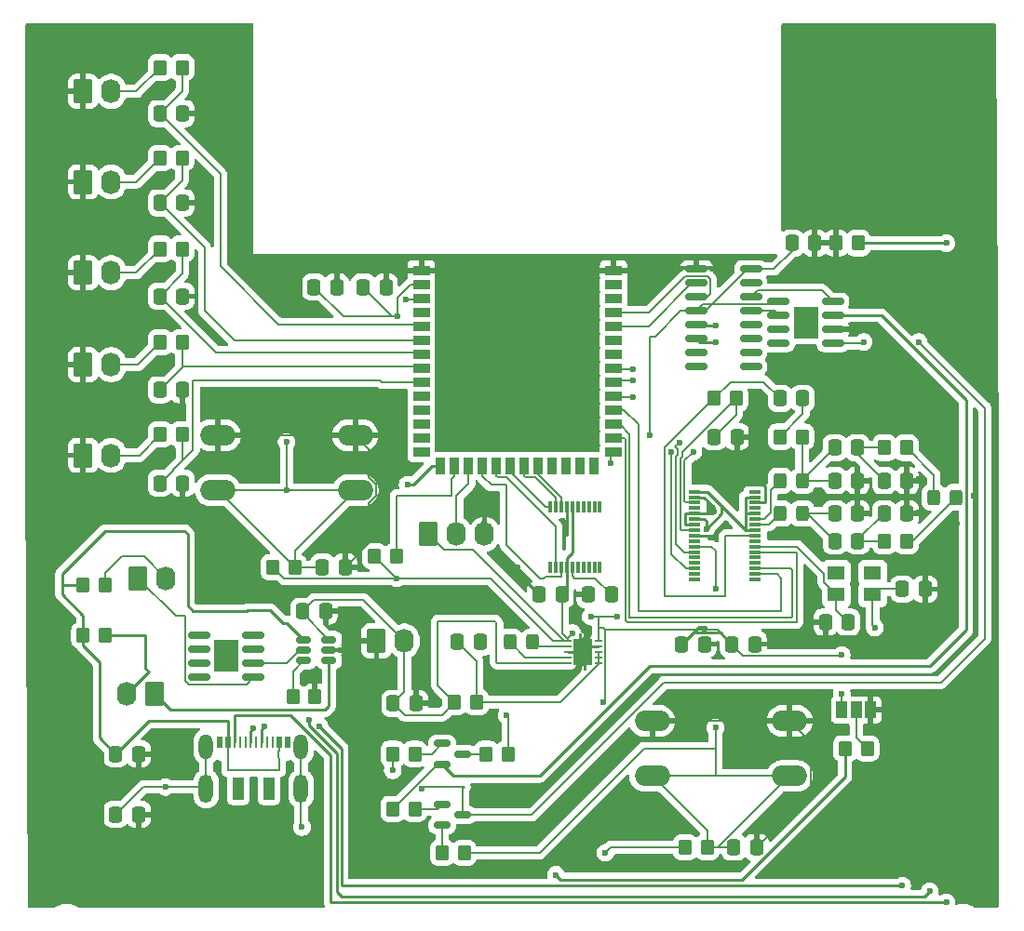
<source format=gbr>
%TF.GenerationSoftware,KiCad,Pcbnew,9.0.0*%
%TF.CreationDate,2025-03-06T16:27:16-06:00*%
%TF.ProjectId,445 Design Document Schematic,34343520-4465-4736-9967-6e20446f6375,rev?*%
%TF.SameCoordinates,Original*%
%TF.FileFunction,Copper,L1,Top*%
%TF.FilePolarity,Positive*%
%FSLAX46Y46*%
G04 Gerber Fmt 4.6, Leading zero omitted, Abs format (unit mm)*
G04 Created by KiCad (PCBNEW 9.0.0) date 2025-03-06 16:27:16*
%MOMM*%
%LPD*%
G01*
G04 APERTURE LIST*
G04 Aperture macros list*
%AMRoundRect*
0 Rectangle with rounded corners*
0 $1 Rounding radius*
0 $2 $3 $4 $5 $6 $7 $8 $9 X,Y pos of 4 corners*
0 Add a 4 corners polygon primitive as box body*
4,1,4,$2,$3,$4,$5,$6,$7,$8,$9,$2,$3,0*
0 Add four circle primitives for the rounded corners*
1,1,$1+$1,$2,$3*
1,1,$1+$1,$4,$5*
1,1,$1+$1,$6,$7*
1,1,$1+$1,$8,$9*
0 Add four rect primitives between the rounded corners*
20,1,$1+$1,$2,$3,$4,$5,0*
20,1,$1+$1,$4,$5,$6,$7,0*
20,1,$1+$1,$6,$7,$8,$9,0*
20,1,$1+$1,$8,$9,$2,$3,0*%
%AMFreePoly0*
4,1,21,-0.125000,1.200000,0.125000,1.200000,0.125000,1.700000,0.375000,1.700000,0.375000,1.200000,0.825000,1.200000,0.825000,-1.200000,0.375000,-1.200000,0.375000,-1.700000,0.125000,-1.700000,0.125000,-1.200000,-0.125000,-1.200000,-0.125000,-1.700000,-0.375000,-1.700000,-0.375000,-1.200000,-0.825000,-1.200000,-0.825000,1.200000,-0.375000,1.200000,-0.375000,1.700000,-0.125000,1.700000,
-0.125000,1.200000,-0.125000,1.200000,$1*%
G04 Aperture macros list end*
%TA.AperFunction,SMDPad,CuDef*%
%ADD10R,1.500000X0.900000*%
%TD*%
%TA.AperFunction,SMDPad,CuDef*%
%ADD11R,0.900000X1.500000*%
%TD*%
%TA.AperFunction,HeatsinkPad*%
%ADD12C,0.600000*%
%TD*%
%TA.AperFunction,HeatsinkPad*%
%ADD13R,3.900000X3.900000*%
%TD*%
%TA.AperFunction,SMDPad,CuDef*%
%ADD14R,1.000000X1.500000*%
%TD*%
%TA.AperFunction,SMDPad,CuDef*%
%ADD15RoundRect,0.250000X-0.350000X-0.450000X0.350000X-0.450000X0.350000X0.450000X-0.350000X0.450000X0*%
%TD*%
%TA.AperFunction,ComponentPad*%
%ADD16O,3.200000X1.900000*%
%TD*%
%TA.AperFunction,SMDPad,CuDef*%
%ADD17RoundRect,0.250000X-0.337500X-0.475000X0.337500X-0.475000X0.337500X0.475000X-0.337500X0.475000X0*%
%TD*%
%TA.AperFunction,SMDPad,CuDef*%
%ADD18R,0.300000X1.100000*%
%TD*%
%TA.AperFunction,ComponentPad*%
%ADD19O,1.740000X2.190000*%
%TD*%
%TA.AperFunction,ComponentPad*%
%ADD20RoundRect,0.250000X-0.620000X-0.845000X0.620000X-0.845000X0.620000X0.845000X-0.620000X0.845000X0*%
%TD*%
%TA.AperFunction,SMDPad,CuDef*%
%ADD21RoundRect,0.250000X0.350000X0.450000X-0.350000X0.450000X-0.350000X-0.450000X0.350000X-0.450000X0*%
%TD*%
%TA.AperFunction,HeatsinkPad*%
%ADD22R,2.290000X3.000000*%
%TD*%
%TA.AperFunction,SMDPad,CuDef*%
%ADD23RoundRect,0.150000X0.825000X0.150000X-0.825000X0.150000X-0.825000X-0.150000X0.825000X-0.150000X0*%
%TD*%
%TA.AperFunction,ComponentPad*%
%ADD24C,0.500000*%
%TD*%
%TA.AperFunction,SMDPad,CuDef*%
%ADD25RoundRect,0.060000X-0.240000X-0.060000X0.240000X-0.060000X0.240000X0.060000X-0.240000X0.060000X0*%
%TD*%
%TA.AperFunction,SMDPad,CuDef*%
%ADD26FreePoly0,0.000000*%
%TD*%
%TA.AperFunction,SMDPad,CuDef*%
%ADD27RoundRect,0.250000X-0.325000X-0.450000X0.325000X-0.450000X0.325000X0.450000X-0.325000X0.450000X0*%
%TD*%
%TA.AperFunction,SMDPad,CuDef*%
%ADD28RoundRect,0.150000X0.512500X0.150000X-0.512500X0.150000X-0.512500X-0.150000X0.512500X-0.150000X0*%
%TD*%
%TA.AperFunction,ComponentPad*%
%ADD29RoundRect,0.250000X0.620000X0.845000X-0.620000X0.845000X-0.620000X-0.845000X0.620000X-0.845000X0*%
%TD*%
%TA.AperFunction,SMDPad,CuDef*%
%ADD30RoundRect,0.250000X0.337500X0.475000X-0.337500X0.475000X-0.337500X-0.475000X0.337500X-0.475000X0*%
%TD*%
%TA.AperFunction,SMDPad,CuDef*%
%ADD31R,1.100000X0.300000*%
%TD*%
%TA.AperFunction,SMDPad,CuDef*%
%ADD32R,1.600000X1.300000*%
%TD*%
%TA.AperFunction,SMDPad,CuDef*%
%ADD33RoundRect,0.150000X-0.587500X-0.150000X0.587500X-0.150000X0.587500X0.150000X-0.587500X0.150000X0*%
%TD*%
%TA.AperFunction,SMDPad,CuDef*%
%ADD34RoundRect,0.150000X-0.825000X-0.150000X0.825000X-0.150000X0.825000X0.150000X-0.825000X0.150000X0*%
%TD*%
%TA.AperFunction,HeatsinkPad*%
%ADD35O,1.300000X2.600000*%
%TD*%
%TA.AperFunction,HeatsinkPad*%
%ADD36O,1.300000X2.300000*%
%TD*%
%TA.AperFunction,SMDPad,CuDef*%
%ADD37R,0.520000X1.000000*%
%TD*%
%TA.AperFunction,SMDPad,CuDef*%
%ADD38R,0.270000X1.000000*%
%TD*%
%TA.AperFunction,SMDPad,CuDef*%
%ADD39R,1.000000X2.000000*%
%TD*%
%TA.AperFunction,ViaPad*%
%ADD40C,0.600000*%
%TD*%
%TA.AperFunction,Conductor*%
%ADD41C,0.254000*%
%TD*%
%TA.AperFunction,Conductor*%
%ADD42C,0.200000*%
%TD*%
G04 APERTURE END LIST*
D10*
%TO.P,U5,1,GND*%
%TO.N,GND*%
X119750000Y-60000000D03*
%TO.P,U5,2,3V3*%
%TO.N,+3.3V*%
X119750000Y-61270000D03*
%TO.P,U5,3,EN*%
%TO.N,/CHIP_PU*%
X119750000Y-62540000D03*
%TO.P,U5,4,IO4*%
%TO.N,/VBAT_SENSE*%
X119750000Y-63810000D03*
%TO.P,U5,5,IO5*%
%TO.N,/Button_1*%
X119750000Y-65080000D03*
%TO.P,U5,6,IO6*%
%TO.N,/Button_2*%
X119750000Y-66350000D03*
%TO.P,U5,7,IO7*%
%TO.N,/Button_3*%
X119750000Y-67620000D03*
%TO.P,U5,8,IO15*%
%TO.N,/Button_4*%
X119750000Y-68890000D03*
%TO.P,U5,9,IO16*%
%TO.N,/Button_5*%
X119750000Y-70160000D03*
%TO.P,U5,10,IO17*%
%TO.N,/GPIO17*%
X119750000Y-71430000D03*
%TO.P,U5,11,IO18*%
%TO.N,/GPIO18*%
X119750000Y-72700000D03*
%TO.P,U5,12,IO8*%
%TO.N,unconnected-(U5-IO8-Pad12)*%
X119750000Y-73970000D03*
%TO.P,U5,13,USB_D-*%
%TO.N,unconnected-(U5-USB_D--Pad13)*%
X119750000Y-75240000D03*
%TO.P,U5,14,USB_D+*%
%TO.N,unconnected-(U5-USB_D+-Pad14)*%
X119750000Y-76510000D03*
D11*
%TO.P,U5,15,IO3*%
%TO.N,/GPIO3_STRAPPING*%
X121515000Y-77760000D03*
%TO.P,U5,16,IO46*%
%TO.N,/GPIO46_STRAPPING*%
X122785000Y-77760000D03*
%TO.P,U5,17,IO9*%
%TO.N,/POT*%
X124055000Y-77760000D03*
%TO.P,U5,18,IO10*%
%TO.N,/Display_MOSI*%
X125325000Y-77760000D03*
%TO.P,U5,19,IO11*%
%TO.N,/Display_SCLK*%
X126595000Y-77760000D03*
%TO.P,U5,20,IO12*%
%TO.N,/Display_RST*%
X127865000Y-77760000D03*
%TO.P,U5,21,IO13*%
%TO.N,/Display_CS*%
X129135000Y-77760000D03*
%TO.P,U5,22,IO14*%
%TO.N,/Display_MISO*%
X130405000Y-77760000D03*
%TO.P,U5,23,IO21*%
%TO.N,unconnected-(U5-IO21-Pad23)*%
X131675000Y-77760000D03*
%TO.P,U5,24,IO47*%
%TO.N,unconnected-(U5-IO47-Pad24)*%
X132945000Y-77760000D03*
%TO.P,U5,25,IO48*%
%TO.N,unconnected-(U5-IO48-Pad25)*%
X134215000Y-77760000D03*
%TO.P,U5,26,IO45*%
%TO.N,/GPIO45_STRAPPING*%
X135485000Y-77760000D03*
D10*
%TO.P,U5,27,IO0*%
%TO.N,/GPIO0_STRAPPING*%
X137250000Y-76510000D03*
%TO.P,U5,28,IO35*%
%TO.N,/RFID_IRQ*%
X137250000Y-75240000D03*
%TO.P,U5,29,IO36*%
%TO.N,/RFID_SCK*%
X137250000Y-73970000D03*
%TO.P,U5,30,IO37*%
%TO.N,/RFID_MISO*%
X137250000Y-72700000D03*
%TO.P,U5,31,IO38*%
%TO.N,/RFID_MOSI*%
X137250000Y-71430000D03*
%TO.P,U5,32,IO39*%
%TO.N,/RFID_CS*%
X137250000Y-70160000D03*
%TO.P,U5,33,IO40*%
%TO.N,/RFID_RST*%
X137250000Y-68890000D03*
%TO.P,U5,34,IO41*%
%TO.N,unconnected-(U5-IO41-Pad34)*%
X137250000Y-67620000D03*
%TO.P,U5,35,IO42*%
%TO.N,unconnected-(U5-IO42-Pad35)*%
X137250000Y-66350000D03*
%TO.P,U5,36,RXD0*%
%TO.N,/RX*%
X137250000Y-65080000D03*
%TO.P,U5,37,TXD0*%
%TO.N,/TX*%
X137250000Y-63810000D03*
%TO.P,U5,38,IO2*%
%TO.N,unconnected-(U5-IO2-Pad38)*%
X137250000Y-62540000D03*
%TO.P,U5,39,IO1*%
%TO.N,unconnected-(U5-IO1-Pad39)*%
X137250000Y-61270000D03*
%TO.P,U5,40,GND*%
%TO.N,GND*%
X137250000Y-60000000D03*
D12*
%TO.P,U5,41,GND*%
X125600000Y-67020000D03*
X125600000Y-68420000D03*
X126300000Y-66320000D03*
X126300000Y-67720000D03*
X126300000Y-69120000D03*
X127000000Y-67020000D03*
D13*
X127000000Y-67720000D03*
D12*
X127000000Y-68420000D03*
X127700000Y-66320000D03*
X127700000Y-67720000D03*
X127700000Y-69120000D03*
X128400000Y-67020000D03*
X128400000Y-68420000D03*
%TD*%
D14*
%TO.P,JP1,3,B*%
%TO.N,GND*%
X160600000Y-100000000D03*
%TO.P,JP1,2,C*%
%TO.N,Net-(JP1-C)*%
X159300000Y-100000000D03*
%TO.P,JP1,1,A*%
%TO.N,+3.3V*%
X158000000Y-100000000D03*
%TD*%
D15*
%TO.P,R17,2*%
%TO.N,Net-(JP1-C)*%
X160300000Y-103500000D03*
%TO.P,R17,1*%
%TO.N,/GPIO3_STRAPPING*%
X158300000Y-103500000D03*
%TD*%
%TO.P,R12,1*%
%TO.N,+3.3V*%
X106250000Y-87000000D03*
%TO.P,R12,2*%
%TO.N,/CHIP_PU*%
X108250000Y-87000000D03*
%TD*%
D16*
%TO.P,SW1,1,1*%
%TO.N,GND*%
X101250000Y-75000000D03*
X113750000Y-75000000D03*
%TO.P,SW1,2,2*%
%TO.N,/CHIP_PU*%
X101250000Y-80000000D03*
X113750000Y-80000000D03*
%TD*%
D17*
%TO.P,C12,1*%
%TO.N,/CHIP_PU*%
X110750000Y-87000000D03*
%TO.P,C12,2*%
%TO.N,GND*%
X112825000Y-87000000D03*
%TD*%
%TO.P,C6,2*%
%TO.N,GND*%
X111037500Y-91000000D03*
%TO.P,C6,1*%
%TO.N,+5V*%
X108962500Y-91000000D03*
%TD*%
D18*
%TO.P,U8,1,NC*%
%TO.N,unconnected-(U8-NC-Pad1)*%
X136000000Y-87000000D03*
%TO.P,U8,2,NC*%
%TO.N,unconnected-(U8-NC-Pad2)*%
X136000000Y-81500000D03*
%TO.P,U8,3*%
%TO.N,N/C*%
X135500000Y-87000000D03*
%TO.P,U8,4*%
X135500000Y-81500000D03*
%TO.P,U8,5*%
X135000000Y-87000000D03*
%TO.P,U8,6*%
X135000000Y-81500000D03*
%TO.P,U8,7*%
X134500000Y-87000000D03*
%TO.P,U8,8*%
X134500000Y-81500000D03*
%TO.P,U8,9,NC*%
%TO.N,unconnected-(U8-NC-Pad9)*%
X134000000Y-87000000D03*
%TO.P,U8,10,NC*%
%TO.N,unconnected-(U8-NC-Pad10)*%
X134000000Y-81500000D03*
%TO.P,U8,11,VOUT*%
%TO.N,Net-(U8-VOUT)*%
X133500000Y-87000000D03*
%TO.P,U8,12,IM1*%
%TO.N,+3.3V*%
X133500000Y-81500000D03*
%TO.P,U8,13,VDD*%
X133000000Y-87000000D03*
%TO.P,U8,14,VSS*%
%TO.N,GND*%
X133000000Y-81500000D03*
%TO.P,U8,15,SOD*%
%TO.N,/Display_MOSI*%
X132500000Y-87000000D03*
%TO.P,U8,16,SID*%
%TO.N,/Display_MISO*%
X132500000Y-81500000D03*
%TO.P,U8,17,SCLK*%
%TO.N,/Display_SCLK*%
X132000000Y-87000000D03*
%TO.P,U8,18,~{CS}*%
%TO.N,/Display_CS*%
X132000000Y-81500000D03*
%TO.P,U8,19,SA0*%
%TO.N,unconnected-(U8-SA0-Pad19)*%
X131500000Y-87000000D03*
%TO.P,U8,20,~{RST}*%
%TO.N,/Display_RST*%
X131500000Y-81500000D03*
%TD*%
D17*
%TO.P,C17,1*%
%TO.N,GND*%
X134962500Y-89500000D03*
%TO.P,C17,2*%
%TO.N,Net-(U8-VOUT)*%
X137037500Y-89500000D03*
%TD*%
%TO.P,C16,1*%
%TO.N,GND*%
X130462500Y-89500000D03*
%TO.P,C16,2*%
%TO.N,+3.3V*%
X132537500Y-89500000D03*
%TD*%
%TO.P,C2,2*%
%TO.N,GND*%
X98038500Y-53828000D03*
%TO.P,C2,1*%
%TO.N,/Button_2*%
X95963500Y-53828000D03*
%TD*%
D19*
%TO.P,J5,2,Pin_2*%
%TO.N,Net-(J5-Pin_2)*%
X91540000Y-76815000D03*
D20*
%TO.P,J5,1,Pin_1*%
%TO.N,GND*%
X89000000Y-76815000D03*
%TD*%
D21*
%TO.P,R5,2*%
%TO.N,Net-(J5-Pin_2)*%
X96001000Y-74910000D03*
%TO.P,R5,1*%
%TO.N,/Button_5*%
X98001000Y-74910000D03*
%TD*%
%TO.P,R1,2*%
%TO.N,Net-(J1-Pin_2)*%
X96001000Y-41509000D03*
%TO.P,R1,1*%
%TO.N,/Button_1*%
X98001000Y-41509000D03*
%TD*%
D19*
%TO.P,J3,2,Pin_2*%
%TO.N,Net-(J3-Pin_2)*%
X91540000Y-60198000D03*
D20*
%TO.P,J3,1,Pin_1*%
%TO.N,GND*%
X89000000Y-60198000D03*
%TD*%
D17*
%TO.P,C1,2*%
%TO.N,GND*%
X98060000Y-45700000D03*
%TO.P,C1,1*%
%TO.N,/Button_1*%
X95985000Y-45700000D03*
%TD*%
D21*
%TO.P,R3,2*%
%TO.N,Net-(J3-Pin_2)*%
X96001000Y-58019000D03*
%TO.P,R3,1*%
%TO.N,/Button_3*%
X98001000Y-58019000D03*
%TD*%
D19*
%TO.P,J1,2,Pin_2*%
%TO.N,Net-(J1-Pin_2)*%
X91540000Y-43688000D03*
D20*
%TO.P,J1,1,Pin_1*%
%TO.N,GND*%
X89000000Y-43688000D03*
%TD*%
D21*
%TO.P,R2,2*%
%TO.N,Net-(J2-Pin_2)*%
X95985000Y-49764000D03*
%TO.P,R2,1*%
%TO.N,/Button_2*%
X97985000Y-49764000D03*
%TD*%
D17*
%TO.P,C4,2*%
%TO.N,GND*%
X98038500Y-70846000D03*
%TO.P,C4,1*%
%TO.N,/Button_4*%
X95963500Y-70846000D03*
%TD*%
D19*
%TO.P,J2,2,Pin_2*%
%TO.N,Net-(J2-Pin_2)*%
X91540000Y-51923000D03*
D20*
%TO.P,J2,1,Pin_1*%
%TO.N,GND*%
X89000000Y-51923000D03*
%TD*%
D17*
%TO.P,C5,1*%
%TO.N,/Button_5*%
X95963500Y-79355000D03*
%TO.P,C5,2*%
%TO.N,GND*%
X98038500Y-79355000D03*
%TD*%
D19*
%TO.P,J4,2,Pin_2*%
%TO.N,Net-(J4-Pin_2)*%
X91540000Y-68560000D03*
D20*
%TO.P,J4,1,Pin_1*%
%TO.N,GND*%
X89000000Y-68560000D03*
%TD*%
D17*
%TO.P,C3,2*%
%TO.N,GND*%
X98038500Y-62337000D03*
%TO.P,C3,1*%
%TO.N,/Button_3*%
X95963500Y-62337000D03*
%TD*%
D21*
%TO.P,R4,2*%
%TO.N,Net-(J4-Pin_2)*%
X95985000Y-66528000D03*
%TO.P,R4,1*%
%TO.N,/Button_4*%
X97985000Y-66528000D03*
%TD*%
D17*
%TO.P,C18,2*%
%TO.N,GND*%
X94037500Y-109500000D03*
%TO.P,C18,1*%
%TO.N,Net-(P2-SHIELD)*%
X91962500Y-109500000D03*
%TD*%
D20*
%TO.P,J7,1,Pin_1*%
%TO.N,GND*%
X115679000Y-93718000D03*
D19*
%TO.P,J7,2,Pin_2*%
%TO.N,+5V*%
X118219000Y-93718000D03*
%TD*%
D15*
%TO.P,R6,2*%
%TO.N,Net-(D1-A)*%
X91000000Y-88630000D03*
%TO.P,R6,1*%
%TO.N,Net-(U2-V_{CC})*%
X89000000Y-88630000D03*
%TD*%
%TO.P,R8,2*%
%TO.N,Net-(D2-A)*%
X91000000Y-93202000D03*
%TO.P,R8,1*%
%TO.N,Net-(U2-V_{CC})*%
X89000000Y-93202000D03*
%TD*%
D19*
%TO.P,D1,2,A*%
%TO.N,Net-(D1-A)*%
X96540000Y-88000000D03*
D20*
%TO.P,D1,1,K*%
%TO.N,Net-(D1-K)*%
X94000000Y-88000000D03*
%TD*%
D22*
%TO.P,U7,9*%
%TO.N,N/C*%
X102025000Y-95095000D03*
D23*
%TO.P,U7,8*%
X99550000Y-97000000D03*
%TO.P,U7,7*%
X99550000Y-95730000D03*
%TO.P,U7,6*%
X99550000Y-94460000D03*
%TO.P,U7,5*%
X99550000Y-93190000D03*
%TO.P,U7,4*%
X104500000Y-93190000D03*
%TO.P,U7,3*%
X104500000Y-94460000D03*
%TO.P,U7,2*%
%TO.N,Net-(U2-STDBY)*%
X104500000Y-95730000D03*
%TO.P,U7,1*%
%TO.N,Net-(D1-K)*%
X104500000Y-97000000D03*
%TD*%
D24*
%TO.P,U3,11,PGND*%
%TO.N,GND*%
X134469000Y-95648000D03*
D25*
%TO.P,U3,1,VOUT*%
%TO.N,+3.3V*%
X133069000Y-93698000D03*
%TO.P,U3,2,L2*%
%TO.N,Net-(U3-L2)*%
X133069000Y-94198000D03*
%TO.P,U3,3,PGND*%
%TO.N,GND*%
X133069000Y-94698000D03*
%TO.P,U3,4,L1*%
%TO.N,Net-(U3-L1)*%
X133069000Y-95198000D03*
%TO.P,U3,5,VIN*%
%TO.N,+5V*%
X133069000Y-95698000D03*
%TO.P,U3,6,EN*%
%TO.N,Net-(U3-EN)*%
X135869000Y-95698000D03*
%TO.P,U3,7,PS/SYNC*%
X135869000Y-95198000D03*
%TO.P,U3,8,VINA*%
X135869000Y-94698000D03*
%TO.P,U3,9,GND*%
%TO.N,GND*%
X135869000Y-94198000D03*
%TO.P,U3,10,FB*%
%TO.N,+3.3V*%
X135869000Y-93698000D03*
D24*
%TO.P,U3,11,PGND*%
%TO.N,GND*%
X133894000Y-94698000D03*
X134469000Y-93748000D03*
D26*
X134469000Y-94698000D03*
D24*
X135044000Y-94698000D03*
%TD*%
D27*
%TO.P,L1,1,1*%
%TO.N,Net-(U3-L1)*%
X127853000Y-93825000D03*
%TO.P,L1,2,2*%
%TO.N,Net-(U3-L2)*%
X129903000Y-93825000D03*
%TD*%
D15*
%TO.P,R9,1*%
%TO.N,Net-(U2-PROG)*%
X108075000Y-98798000D03*
%TO.P,R9,2*%
%TO.N,GND*%
X110075000Y-98798000D03*
%TD*%
D17*
%TO.P,C14,2*%
%TO.N,GND*%
X94037500Y-104000000D03*
%TO.P,C14,1*%
%TO.N,Net-(U2-V_{CC})*%
X91962500Y-104000000D03*
%TD*%
D28*
%TO.P,U2,1,~{CHRG}*%
%TO.N,Net-(D2-K)*%
X111350000Y-95491000D03*
%TO.P,U2,2,GND*%
%TO.N,GND*%
X111350000Y-94541000D03*
%TO.P,U2,3,BAT*%
%TO.N,+5V*%
X111350000Y-93591000D03*
%TO.P,U2,4,V_{CC}*%
%TO.N,Net-(U2-V_{CC})*%
X109075000Y-93591000D03*
%TO.P,U2,5,STDBY*%
%TO.N,Net-(U2-STDBY)*%
X109075000Y-94541000D03*
%TO.P,U2,6,PROG*%
%TO.N,Net-(U2-PROG)*%
X109075000Y-95491000D03*
%TD*%
D17*
%TO.P,C8,1*%
%TO.N,Net-(U3-EN)*%
X123045000Y-93825000D03*
%TO.P,C8,2*%
%TO.N,GND*%
X125120000Y-93825000D03*
%TD*%
%TO.P,C15,1*%
%TO.N,+5V*%
X117203000Y-99413000D03*
%TO.P,C15,2*%
%TO.N,GND*%
X119278000Y-99413000D03*
%TD*%
D15*
%TO.P,R7,1*%
%TO.N,+5V*%
X122791000Y-99286000D03*
%TO.P,R7,2*%
%TO.N,Net-(U3-EN)*%
X124791000Y-99286000D03*
%TD*%
D19*
%TO.P,D2,2,A*%
%TO.N,Net-(D2-A)*%
X92943000Y-98516000D03*
D29*
%TO.P,D2,1,K*%
%TO.N,Net-(D2-K)*%
X95483000Y-98516000D03*
%TD*%
D19*
%TO.P,J6,3,Pin_3*%
%TO.N,GND*%
X125500000Y-84000000D03*
%TO.P,J6,2,Pin_2*%
%TO.N,/POT*%
X122960000Y-84000000D03*
D20*
%TO.P,J6,1,Pin_1*%
%TO.N,+3.3V*%
X120420000Y-84000000D03*
%TD*%
D30*
%TO.P,C7,2*%
%TO.N,+3.3V*%
X148000000Y-94000000D03*
%TO.P,C7,1*%
%TO.N,GND*%
X150075000Y-94000000D03*
%TD*%
%TO.P,C9,2*%
%TO.N,+3.3V*%
X143428000Y-94000000D03*
%TO.P,C9,1*%
%TO.N,GND*%
X145503000Y-94000000D03*
%TD*%
D31*
%TO.P,U4,34*%
%TO.N,N/C*%
X144626000Y-88124000D03*
%TO.P,U4,33,EP*%
%TO.N,unconnected-(U4-EP-Pad33)*%
X150126000Y-88124000D03*
%TO.P,U4,32,A0*%
%TO.N,unconnected-(U4-A0-Pad32)*%
X144626000Y-87624000D03*
%TO.P,U4,31,D7*%
%TO.N,/RFID_MISO*%
X150126000Y-87624000D03*
%TO.P,U4,30,D6*%
%TO.N,/RFID_MOSI*%
X144626000Y-87124000D03*
%TO.P,U4,29,D5*%
%TO.N,/RFID_SCK*%
X150126000Y-87124000D03*
%TO.P,U4,28,D4*%
%TO.N,unconnected-(U4-D4-Pad28)*%
X144626000Y-86624000D03*
%TO.P,U4,27,D3*%
%TO.N,unconnected-(U4-D3-Pad27)*%
X150126000Y-86624000D03*
%TO.P,U4,26,D2*%
%TO.N,unconnected-(U4-D2-Pad26)*%
X144626000Y-86124000D03*
%TO.P,U4,25,D1*%
%TO.N,unconnected-(U4-D1-Pad25)*%
X150126000Y-86124000D03*
%TO.P,U4,24,ALE*%
%TO.N,/RFID_CS*%
X144626000Y-85624000D03*
%TO.P,U4,23,IRQ*%
%TO.N,/RFID_IRQ*%
X150126000Y-85624000D03*
%TO.P,U4,22,OSCOUT*%
%TO.N,Net-(U4-OSCOUT)*%
X144626000Y-85124000D03*
%TO.P,U4,21,OSCIN*%
%TO.N,Net-(U4-OSCIN)*%
X150126000Y-85124000D03*
%TO.P,U4,20,AUX2*%
%TO.N,unconnected-(U4-AUX2-Pad20)*%
X144626000Y-84624000D03*
%TO.P,U4,19,AUX1*%
%TO.N,unconnected-(U4-AUX1-Pad19)*%
X150126000Y-84624000D03*
%TO.P,U4,18,AVSS*%
%TO.N,GND*%
X144626000Y-84124000D03*
%TO.P,U4,17,RX*%
%TO.N,Net-(U4-RX)*%
X150126000Y-84124000D03*
%TO.P,U4,16,VMID*%
%TO.N,Net-(U4-VMID)*%
X144626000Y-83624000D03*
%TO.P,U4,15,AVDD*%
%TO.N,+3.3V*%
X150126000Y-83624000D03*
%TO.P,U4,14,TVSS*%
%TO.N,GND*%
X144626000Y-83124000D03*
%TO.P,U4,13,TX2*%
%TO.N,Net-(U4-TX2)*%
X150126000Y-83124000D03*
%TO.P,U4,12,TVDD*%
%TO.N,+3.3V*%
X144626000Y-82624000D03*
%TO.P,U4,11,TX1*%
%TO.N,Net-(U4-TX1)*%
X150126000Y-82624000D03*
%TO.P,U4,10,TVSS*%
%TO.N,GND*%
X144626000Y-82124000D03*
%TO.P,U4,9,SVDD*%
%TO.N,+3.3V*%
X150126000Y-82124000D03*
%TO.P,U4,8,SIGOUT*%
%TO.N,unconnected-(U4-SIGOUT-Pad8)*%
X144626000Y-81624000D03*
%TO.P,U4,7,SIGIN*%
%TO.N,unconnected-(U4-SIGIN-Pad7)*%
X150126000Y-81624000D03*
%TO.P,U4,6,~{NRSTPD}*%
%TO.N,/RFID_RST*%
X144626000Y-81124000D03*
%TO.P,U4,5,PVSS*%
%TO.N,GND*%
X150126000Y-81124000D03*
%TO.P,U4,4,DVSS*%
X144626000Y-80624000D03*
%TO.P,U4,3,DVDD*%
%TO.N,+3.3V*%
X150126000Y-80624000D03*
%TO.P,U4,2,PVDD*%
X144626000Y-80124000D03*
%TO.P,U4,1,A1*%
%TO.N,unconnected-(U4-A1-Pad1)*%
X150126000Y-80124000D03*
%TD*%
D23*
%TO.P,U9,1,1A*%
%TO.N,/DTR*%
X157200000Y-66614000D03*
%TO.P,U9,2,GND*%
%TO.N,GND*%
X157200000Y-65344000D03*
%TO.P,U9,3,2A*%
%TO.N,/RTS*%
X157200000Y-64074000D03*
%TO.P,U9,4,2Y*%
%TO.N,Net-(U6-~{RTS})*%
X157200000Y-62804000D03*
%TO.P,U9,5,V_{CC}*%
%TO.N,+3.3V*%
X152250000Y-62804000D03*
%TO.P,U9,6,1Y*%
%TO.N,Net-(U6-~{DTR})*%
X152250000Y-64074000D03*
%TO.P,U9,7*%
%TO.N,N/C*%
X152250000Y-65344000D03*
%TO.P,U9,8*%
X152250000Y-66614000D03*
D22*
%TO.P,U9,9*%
X154725000Y-64709000D03*
%TD*%
D17*
%TO.P,C19,2*%
%TO.N,GND*%
X155537500Y-57500000D03*
%TO.P,C19,1*%
%TO.N,+3.3V*%
X153462500Y-57500000D03*
%TD*%
D15*
%TO.P,R18,2*%
%TO.N,/USB_CC*%
X159500000Y-57500000D03*
%TO.P,R18,1*%
%TO.N,GND*%
X157500000Y-57500000D03*
%TD*%
D32*
%TO.P,Y1,1,1*%
%TO.N,Net-(U4-OSCIN)*%
X157500000Y-89500000D03*
%TO.P,Y1,2,2*%
%TO.N,Net-(U4-OSCOUT)*%
X160800000Y-89500000D03*
%TO.P,Y1,3*%
%TO.N,N/C*%
X160800000Y-87500000D03*
%TO.P,Y1,4*%
X157500000Y-87500000D03*
%TD*%
D16*
%TO.P,SW2,1,1*%
%TO.N,GND*%
X140750000Y-101000000D03*
X153250000Y-101000000D03*
%TO.P,SW2,2,2*%
%TO.N,/GPIO0_STRAPPING*%
X140750000Y-106000000D03*
X153250000Y-106000000D03*
%TD*%
D15*
%TO.P,R22,1*%
%TO.N,Net-(C27-Pad2)*%
X161876000Y-84624000D03*
%TO.P,R22,2*%
%TO.N,Net-(L4-Pad2)*%
X163876000Y-84624000D03*
%TD*%
%TO.P,R21,1*%
%TO.N,Net-(C26-Pad2)*%
X161876000Y-76124000D03*
%TO.P,R21,2*%
%TO.N,Net-(L4-Pad1)*%
X163876000Y-76124000D03*
%TD*%
%TO.P,R20,1*%
%TO.N,Net-(C23-Pad2)*%
X152376000Y-75124000D03*
%TO.P,R20,2*%
%TO.N,Net-(C25-Pad1)*%
X154376000Y-75124000D03*
%TD*%
%TO.P,R19,1*%
%TO.N,Net-(U4-RX)*%
X146376000Y-71624000D03*
%TO.P,R19,2*%
%TO.N,Net-(U4-VMID)*%
X148376000Y-71624000D03*
%TD*%
%TO.P,R16,1*%
%TO.N,+3.3V*%
X143750000Y-112500000D03*
%TO.P,R16,2*%
%TO.N,/GPIO0_STRAPPING*%
X145750000Y-112500000D03*
%TD*%
%TO.P,R15,1*%
%TO.N,Net-(Q2-E)*%
X121651470Y-113000000D03*
%TO.P,R15,2*%
%TO.N,/GPIO0_STRAPPING*%
X123651470Y-113000000D03*
%TD*%
D21*
%TO.P,R14,1*%
%TO.N,/CHIP_PU*%
X127651470Y-104000000D03*
%TO.P,R14,2*%
%TO.N,Net-(Q1-C)*%
X125651470Y-104000000D03*
%TD*%
D15*
%TO.P,R13,1*%
%TO.N,+3.3V*%
X115500000Y-86000000D03*
%TO.P,R13,2*%
%TO.N,/GPIO46_STRAPPING*%
X117500000Y-86000000D03*
%TD*%
D21*
%TO.P,R11,1*%
%TO.N,Net-(Q2-B)*%
X119151470Y-109000000D03*
%TO.P,R11,2*%
%TO.N,/RTS*%
X117151470Y-109000000D03*
%TD*%
%TO.P,R10,1*%
%TO.N,Net-(Q1-B)*%
X119151470Y-104000000D03*
%TO.P,R10,2*%
%TO.N,/DTR*%
X117151470Y-104000000D03*
%TD*%
D33*
%TO.P,Q2,1,B*%
%TO.N,Net-(Q2-B)*%
X121651470Y-108600000D03*
%TO.P,Q2,2,E*%
%TO.N,Net-(Q2-E)*%
X121651470Y-110500000D03*
%TO.P,Q2,3,C*%
%TO.N,/DTR*%
X123526470Y-109550000D03*
%TD*%
%TO.P,Q1,1,B*%
%TO.N,Net-(Q1-B)*%
X121651470Y-103050000D03*
%TO.P,Q1,2,E*%
%TO.N,/RTS*%
X121651470Y-104950000D03*
%TO.P,Q1,3,C*%
%TO.N,Net-(Q1-C)*%
X123526470Y-104000000D03*
%TD*%
D27*
%TO.P,L4,1,1*%
%TO.N,Net-(L4-Pad1)*%
X166351000Y-80624000D03*
%TO.P,L4,2,2*%
%TO.N,Net-(L4-Pad2)*%
X168401000Y-80624000D03*
%TD*%
%TO.P,L3,1,1*%
%TO.N,Net-(U4-TX2)*%
X152376000Y-82124000D03*
%TO.P,L3,2,2*%
%TO.N,Net-(C24-Pad2)*%
X154426000Y-82124000D03*
%TD*%
%TO.P,L2,1,1*%
%TO.N,Net-(U4-TX1)*%
X152376000Y-79124000D03*
%TO.P,L2,2,2*%
%TO.N,Net-(C25-Pad1)*%
X154426000Y-79124000D03*
%TD*%
D30*
%TO.P,C29,1*%
%TO.N,GND*%
X163913500Y-82124000D03*
%TO.P,C29,2*%
%TO.N,Net-(C27-Pad2)*%
X161838500Y-82124000D03*
%TD*%
D17*
%TO.P,C28,1*%
%TO.N,Net-(C26-Pad2)*%
X161838500Y-79124000D03*
%TO.P,C28,2*%
%TO.N,GND*%
X163913500Y-79124000D03*
%TD*%
%TO.P,C27,1*%
%TO.N,Net-(C24-Pad2)*%
X157376000Y-84624000D03*
%TO.P,C27,2*%
%TO.N,Net-(C27-Pad2)*%
X159451000Y-84624000D03*
%TD*%
%TO.P,C26,1*%
%TO.N,Net-(C25-Pad1)*%
X157338500Y-76124000D03*
%TO.P,C26,2*%
%TO.N,Net-(C26-Pad2)*%
X159413500Y-76124000D03*
%TD*%
%TO.P,C25,1*%
%TO.N,Net-(C25-Pad1)*%
X157338500Y-79124000D03*
%TO.P,C25,2*%
%TO.N,GND*%
X159413500Y-79124000D03*
%TD*%
D30*
%TO.P,C24,1*%
%TO.N,GND*%
X159413500Y-82124000D03*
%TO.P,C24,2*%
%TO.N,Net-(C24-Pad2)*%
X157338500Y-82124000D03*
%TD*%
D17*
%TO.P,C23,1*%
%TO.N,Net-(U4-RX)*%
X152376000Y-71624000D03*
%TO.P,C23,2*%
%TO.N,Net-(C23-Pad2)*%
X154451000Y-71624000D03*
%TD*%
%TO.P,C22,1*%
%TO.N,Net-(U4-VMID)*%
X146376000Y-75124000D03*
%TO.P,C22,2*%
%TO.N,GND*%
X148451000Y-75124000D03*
%TD*%
%TO.P,C21,1*%
%TO.N,GND*%
X156500000Y-92000000D03*
%TO.P,C21,2*%
%TO.N,Net-(U4-OSCIN)*%
X158575000Y-92000000D03*
%TD*%
D30*
%TO.P,C20,1*%
%TO.N,GND*%
X165575000Y-89000000D03*
%TO.P,C20,2*%
%TO.N,Net-(U4-OSCOUT)*%
X163500000Y-89000000D03*
%TD*%
D17*
%TO.P,C13,1*%
%TO.N,/GPIO0_STRAPPING*%
X148175000Y-112500000D03*
%TO.P,C13,2*%
%TO.N,GND*%
X150250000Y-112500000D03*
%TD*%
%TO.P,C11,1*%
%TO.N,+3.3V*%
X114462500Y-61500000D03*
%TO.P,C11,2*%
%TO.N,GND*%
X116537500Y-61500000D03*
%TD*%
%TO.P,C10,1*%
%TO.N,+3.3V*%
X110000000Y-61500000D03*
%TO.P,C10,2*%
%TO.N,GND*%
X112075000Y-61500000D03*
%TD*%
D34*
%TO.P,U6,16,VCC*%
%TO.N,+3.3V*%
X149725000Y-59859000D03*
%TO.P,U6,15,R232*%
%TO.N,unconnected-(U6-R232-Pad15)*%
X149725000Y-61129000D03*
%TO.P,U6,14,~{RTS}*%
%TO.N,Net-(U6-~{RTS})*%
X149725000Y-62399000D03*
%TO.P,U6,13,~{DTR}*%
%TO.N,Net-(U6-~{DTR})*%
X149725000Y-63669000D03*
%TO.P,U6,12,~{DCD}*%
%TO.N,unconnected-(U6-~{DCD}-Pad12)*%
X149725000Y-64939000D03*
%TO.P,U6,11,~{RI}*%
%TO.N,unconnected-(U6-~{RI}-Pad11)*%
X149725000Y-66209000D03*
%TO.P,U6,10,~{DSR}*%
%TO.N,unconnected-(U6-~{DSR}-Pad10)*%
X149725000Y-67479000D03*
%TO.P,U6,9,~{CTS}*%
%TO.N,unconnected-(U6-~{CTS}-Pad9)*%
X149725000Y-68749000D03*
%TO.P,U6,8,XO*%
%TO.N,unconnected-(U6-XO-Pad8)*%
X144775000Y-68749000D03*
%TO.P,U6,7,XI*%
%TO.N,unconnected-(U6-XI-Pad7)*%
X144775000Y-67479000D03*
%TO.P,U6,6,UD-*%
%TO.N,/USB_D-*%
X144775000Y-66209000D03*
%TO.P,U6,5,UD+*%
%TO.N,/USB_D+*%
X144775000Y-64939000D03*
%TO.P,U6,4,V3*%
%TO.N,+3.3V*%
X144775000Y-63669000D03*
%TO.P,U6,3,RXD*%
%TO.N,/TX*%
X144775000Y-62399000D03*
%TO.P,U6,2,TXD*%
%TO.N,/RX*%
X144775000Y-61129000D03*
%TO.P,U6,1,GND*%
%TO.N,GND*%
X144775000Y-59859000D03*
%TD*%
D35*
%TO.P,P2,S1,SHIELD*%
%TO.N,Net-(P2-SHIELD)*%
X108820000Y-107150000D03*
D36*
X108820000Y-103325000D03*
D35*
X100180000Y-107150000D03*
D36*
X100180000Y-103325000D03*
D37*
%TO.P,P2,B12,GND*%
%TO.N,GND*%
X101400000Y-102950000D03*
%TO.P,P2,B9,VBUS*%
%TO.N,Net-(U2-V_{CC})*%
X102150000Y-102950000D03*
D38*
%TO.P,P2,B8*%
%TO.N,N/C*%
X103250000Y-102950000D03*
%TO.P,P2,B7*%
X103750000Y-102950000D03*
%TO.P,P2,B6*%
X104750000Y-102950000D03*
%TO.P,P2,B5,VCONN*%
%TO.N,unconnected-(P2-VCONN-PadB5)*%
X105750000Y-102950000D03*
D37*
%TO.P,P2,B4,VBUS*%
%TO.N,Net-(U2-V_{CC})*%
X106850000Y-102950000D03*
%TO.P,P2,B1,GND*%
%TO.N,GND*%
X107600000Y-102950000D03*
%TO.P,P2,A12,GND*%
X107600000Y-102950000D03*
%TO.P,P2,A9,VBUS*%
%TO.N,Net-(U2-V_{CC})*%
X106850000Y-102950000D03*
D38*
%TO.P,P2,A8*%
%TO.N,N/C*%
X106250000Y-102950000D03*
%TO.P,P2,A7,D-*%
%TO.N,/USB_D-*%
X105250000Y-102950000D03*
%TO.P,P2,A6,D+*%
%TO.N,/USB_D+*%
X104250000Y-102950000D03*
%TO.P,P2,A5,CC*%
%TO.N,/USB_CC*%
X102750000Y-102950000D03*
D37*
%TO.P,P2,A4,VBUS*%
%TO.N,Net-(U2-V_{CC})*%
X102150000Y-102950000D03*
%TO.P,P2,A1,GND*%
%TO.N,GND*%
X101400000Y-102950000D03*
D39*
%TO.P,P2,*%
%TO.N,*%
X105900000Y-107150000D03*
X103100000Y-107150000D03*
%TD*%
D40*
%TO.N,GND*%
X165000000Y-82000000D03*
X165000000Y-79000000D03*
X170000000Y-80500000D03*
X168500000Y-83000000D03*
X165000000Y-104500000D03*
X161500000Y-106500000D03*
X169500000Y-102000000D03*
X156500000Y-102500000D03*
X162500000Y-100500000D03*
X128500000Y-87000000D03*
X132873000Y-84000000D03*
X125000000Y-94000000D03*
X107610002Y-102950000D03*
X101389998Y-102950000D03*
X99000000Y-105000000D03*
X130462500Y-89500000D03*
X146394645Y-81894645D03*
X147500000Y-83000000D03*
X148000000Y-79500000D03*
X125500000Y-83000000D03*
X134962500Y-89500000D03*
%TO.N,+3.3V*%
X133500000Y-93000000D03*
X135159248Y-91500000D03*
%TO.N,GND*%
X111350000Y-94541000D03*
X112075000Y-61500000D03*
X116537500Y-61500000D03*
X157200000Y-65344000D03*
X115679000Y-93718000D03*
X110075000Y-98798000D03*
X98038500Y-79355000D03*
X98038500Y-70846000D03*
X98038500Y-62337000D03*
X98038500Y-53828000D03*
X98060000Y-45700000D03*
%TO.N,+3.3V*%
X136306644Y-99306644D03*
X136500000Y-113000000D03*
X158000000Y-95000000D03*
X158000000Y-98500000D03*
X137600000Y-91500000D03*
X140500000Y-75000000D03*
X117500000Y-88000000D03*
%TO.N,/USB_D+*%
X146500000Y-65000000D03*
X166000000Y-116500000D03*
%TO.N,/USB_D-*%
X146500000Y-66500000D03*
X146500000Y-66500000D03*
X163500000Y-116000000D03*
X110500000Y-101500000D03*
X105500000Y-101500000D03*
%TO.N,/USB_D+*%
X109521106Y-100873000D03*
X104500000Y-101627000D03*
%TO.N,/USB_CC*%
X167500000Y-117500000D03*
X167500000Y-57500000D03*
%TO.N,/GPIO3_STRAPPING*%
X132000000Y-115000000D03*
X118500000Y-79500000D03*
%TO.N,/DTR*%
X160000000Y-66500000D03*
X165000000Y-66500000D03*
%TO.N,/CHIP_PU*%
X107500000Y-80000000D03*
X127500000Y-100500000D03*
%TO.N,/GPIO0_STRAPPING*%
X137000000Y-77500000D03*
X146500000Y-101600000D03*
%TO.N,/CHIP_PU*%
X118310265Y-62608265D03*
X107500000Y-75600000D03*
%TO.N,Net-(P2-SHIELD)*%
X96500000Y-107000000D03*
X108900000Y-110650000D03*
%TO.N,/DTR*%
X119825735Y-107174265D03*
X117151470Y-105500000D03*
%TO.N,Net-(U4-OSCOUT)*%
X146500000Y-89000000D03*
X161000000Y-92500000D03*
%TO.N,+3.3V*%
X145676002Y-83500000D03*
X145500000Y-92600000D03*
%TO.N,/RFID_RST*%
X139000000Y-69000000D03*
X144500000Y-76500000D03*
%TO.N,/RFID_CS*%
X139000000Y-70000000D03*
X143212133Y-75636398D03*
%TO.N,/RFID_MOSI*%
X142500000Y-76500000D03*
X139000000Y-71500000D03*
%TO.N,GND*%
X150075000Y-94000000D03*
X145503000Y-94000000D03*
%TO.N,+3.3V*%
X117602000Y-64135000D03*
%TD*%
D41*
%TO.N,/RTS*%
X169304000Y-77000000D02*
X169304000Y-92696000D01*
%TO.N,GND*%
X132873000Y-84000000D02*
X133000000Y-83873000D01*
X133000000Y-83873000D02*
X133000000Y-81500000D01*
X128500000Y-87537500D02*
X128500000Y-87000000D01*
X130462500Y-89500000D02*
X128500000Y-87537500D01*
%TO.N,Net-(U2-V_{CC})*%
X91962500Y-104000000D02*
X94962500Y-101000000D01*
X94962500Y-101000000D02*
X102150000Y-101000000D01*
X102150000Y-101000000D02*
X102150000Y-102950000D01*
D42*
X102150000Y-102950000D02*
X102150000Y-105500000D01*
X102150000Y-105500000D02*
X106850000Y-105500000D01*
X106850000Y-105500000D02*
X106850000Y-104445653D01*
X106850000Y-104445653D02*
X106724000Y-104319653D01*
X106724000Y-104319653D02*
X106724000Y-103780347D01*
X106724000Y-103780347D02*
X106850000Y-103654347D01*
X106850000Y-103654347D02*
X106850000Y-102950000D01*
D41*
%TO.N,GND*%
X98000000Y-104000000D02*
X99000000Y-105000000D01*
X94037500Y-104000000D02*
X98000000Y-104000000D01*
X146394645Y-81894645D02*
X146394645Y-81536645D01*
X146394645Y-81536645D02*
X145482000Y-80624000D01*
X145482000Y-80624000D02*
X144626000Y-80624000D01*
X146394645Y-81894645D02*
X146165290Y-82124000D01*
X146165290Y-82124000D02*
X144626000Y-82124000D01*
%TO.N,+3.3V*%
X147074000Y-81426000D02*
X145772000Y-80124000D01*
X147074000Y-81426000D02*
X147074000Y-82102002D01*
X147074000Y-82102002D02*
X145676002Y-83500000D01*
%TO.N,GND*%
X147500000Y-83000000D02*
X146372000Y-84128000D01*
X146372000Y-84128000D02*
X144630000Y-84128000D01*
X144630000Y-84128000D02*
X144626000Y-84124000D01*
X150982000Y-81124000D02*
X151004000Y-81102000D01*
X150126000Y-81124000D02*
X150982000Y-81124000D01*
X151004000Y-81102000D02*
X151004000Y-79646000D01*
X150858000Y-79500000D02*
X148000000Y-79500000D01*
X151004000Y-79646000D02*
X150858000Y-79500000D01*
D42*
%TO.N,+3.3V*%
X135869000Y-92500000D02*
X135869000Y-93698000D01*
X135869000Y-92500000D02*
X136308000Y-92500000D01*
X136308000Y-92500000D02*
X136500000Y-92692000D01*
X136000000Y-91500000D02*
X137600000Y-91500000D01*
X136000000Y-91500000D02*
X135869000Y-91631000D01*
X135869000Y-91631000D02*
X135869000Y-92500000D01*
X133069000Y-93431000D02*
X133500000Y-93000000D01*
X133069000Y-93698000D02*
X133069000Y-93431000D01*
D41*
%TO.N,GND*%
X133069000Y-94698000D02*
X133894000Y-94698000D01*
X135869000Y-94198000D02*
X135190447Y-94198000D01*
X135190447Y-94198000D02*
X135044000Y-94344447D01*
X135044000Y-94344447D02*
X135044000Y-94698000D01*
D42*
%TO.N,Net-(P2-SHIELD)*%
X96500000Y-107000000D02*
X94462500Y-107000000D01*
X94462500Y-107000000D02*
X91962500Y-109500000D01*
X100030000Y-107000000D02*
X100180000Y-107150000D01*
X96500000Y-107000000D02*
X100030000Y-107000000D01*
%TO.N,/Button_5*%
X119355000Y-70000000D02*
X119393000Y-69962000D01*
%TO.N,/GPIO0_STRAPPING*%
X145750000Y-112500000D02*
X148175000Y-112500000D01*
%TO.N,+3.3V*%
X136500000Y-113000000D02*
X137000000Y-112500000D01*
X137000000Y-112500000D02*
X143750000Y-112500000D01*
X136500000Y-92692000D02*
X146692000Y-92692000D01*
X136500000Y-92692000D02*
X136500000Y-99113288D01*
X136500000Y-99113288D02*
X136306644Y-99306644D01*
X148000000Y-94000000D02*
X149026000Y-95026000D01*
X149026000Y-95026000D02*
X157974000Y-95026000D01*
X157974000Y-95026000D02*
X158000000Y-95000000D01*
X158000000Y-98500000D02*
X158000000Y-100000000D01*
X117500000Y-88000000D02*
X117474000Y-88026000D01*
X117474000Y-88026000D02*
X107276000Y-88026000D01*
X107276000Y-88026000D02*
X106250000Y-87000000D01*
X117500000Y-88000000D02*
X115500000Y-86000000D01*
D41*
%TO.N,GND*%
X144626000Y-83124000D02*
X143770000Y-83124000D01*
X143770000Y-82124000D02*
X144626000Y-82124000D01*
X143770000Y-83124000D02*
X143748000Y-83102000D01*
X143748000Y-83102000D02*
X143748000Y-82146000D01*
X143748000Y-82146000D02*
X143770000Y-82124000D01*
D42*
%TO.N,Net-(U4-VMID)*%
X148376000Y-71624000D02*
X143502000Y-76498000D01*
X143502000Y-76498000D02*
X143502000Y-76915043D01*
X143302000Y-77115043D02*
X143302000Y-83500000D01*
X143302000Y-83500000D02*
X143426000Y-83624000D01*
X143502000Y-76915043D02*
X143302000Y-77115043D01*
X143426000Y-83624000D02*
X144626000Y-83624000D01*
%TO.N,+3.3V*%
X144775000Y-63669000D02*
X145376000Y-63068000D01*
X145376000Y-63068000D02*
X151986000Y-63068000D01*
X151986000Y-63068000D02*
X152250000Y-62804000D01*
X144775000Y-63669000D02*
X145568032Y-63669000D01*
X145568032Y-63669000D02*
X149378032Y-59859000D01*
X149378032Y-59859000D02*
X149725000Y-59859000D01*
X141000000Y-66000000D02*
X143331000Y-63669000D01*
X143331000Y-63669000D02*
X144775000Y-63669000D01*
X140500000Y-75000000D02*
X140500000Y-66000000D01*
X140500000Y-66000000D02*
X141000000Y-66000000D01*
X135159248Y-91500000D02*
X136000000Y-91500000D01*
X131747044Y-93698000D02*
X126049044Y-88000000D01*
X126049044Y-88000000D02*
X117500000Y-88000000D01*
X133069000Y-93698000D02*
X131747044Y-93698000D01*
X146692000Y-92692000D02*
X148000000Y-94000000D01*
X133069000Y-93698000D02*
X132769001Y-93698000D01*
X132769001Y-93698000D02*
X124467001Y-85396000D01*
X124467001Y-85396000D02*
X121816000Y-85396000D01*
X121816000Y-85396000D02*
X120420000Y-84000000D01*
X133069000Y-93698000D02*
X133069000Y-93569000D01*
X133069000Y-93569000D02*
X132537500Y-93037500D01*
X132537500Y-93037500D02*
X132537500Y-89500000D01*
D41*
%TO.N,/USB_D+*%
X146500000Y-65000000D02*
X144836000Y-65000000D01*
X144836000Y-65000000D02*
X144775000Y-64939000D01*
X112045000Y-103933127D02*
X112045000Y-116545000D01*
X109521106Y-100873000D02*
X109521106Y-101409233D01*
X165500000Y-117000000D02*
X166000000Y-116500000D01*
X112045000Y-116545000D02*
X112500000Y-117000000D01*
X112500000Y-117000000D02*
X165500000Y-117000000D01*
X109521106Y-101409233D02*
X112045000Y-103933127D01*
%TO.N,/USB_D-*%
X112500000Y-116000000D02*
X112500000Y-103500000D01*
X163500000Y-116000000D02*
X112500000Y-116000000D01*
X112500000Y-103500000D02*
X110500000Y-101500000D01*
X146500000Y-66500000D02*
X145066000Y-66500000D01*
X145066000Y-66500000D02*
X144775000Y-66209000D01*
%TO.N,/USB_CC*%
X111500000Y-104121899D02*
X107833101Y-100455000D01*
X107833101Y-100455000D02*
X102750000Y-100455000D01*
X167500000Y-117500000D02*
X111500000Y-117500000D01*
X111500000Y-117500000D02*
X111500000Y-104121899D01*
X102750000Y-100455000D02*
X102750000Y-102950000D01*
%TO.N,/USB_D-*%
X105250000Y-102950000D02*
X105250000Y-101750000D01*
X105250000Y-101750000D02*
X105500000Y-101500000D01*
%TO.N,Net-(D2-K)*%
X95483000Y-98516000D02*
X96967000Y-100000000D01*
X96967000Y-100000000D02*
X110986259Y-100000000D01*
X110986259Y-100000000D02*
X111350000Y-99636259D01*
X111350000Y-99636259D02*
X111350000Y-95491000D01*
%TO.N,/USB_D+*%
X104250000Y-102950000D02*
X104250000Y-101877000D01*
X104250000Y-101877000D02*
X104500000Y-101627000D01*
%TO.N,/USB_CC*%
X167500000Y-57500000D02*
X159500000Y-57500000D01*
%TO.N,/GPIO3_STRAPPING*%
X148943421Y-115443421D02*
X132443421Y-115443421D01*
X158300000Y-106086842D02*
X148943421Y-115443421D01*
X132443421Y-115443421D02*
X132000000Y-115000000D01*
X158300000Y-103500000D02*
X158300000Y-106086842D01*
D42*
%TO.N,Net-(JP1-C)*%
X159300000Y-102500000D02*
X160300000Y-103500000D01*
X159300000Y-100000000D02*
X159300000Y-102500000D01*
%TO.N,GND*%
X113750000Y-75000000D02*
X115000000Y-76250000D01*
X115000000Y-76250000D02*
X115000000Y-78830819D01*
X115651000Y-79481819D02*
X115651000Y-80518181D01*
X115000000Y-84825000D02*
X112825000Y-87000000D01*
X115000000Y-78830819D02*
X115651000Y-79481819D01*
X115651000Y-80518181D02*
X115000000Y-81169181D01*
X115000000Y-81169181D02*
X115000000Y-84825000D01*
%TO.N,/DTR*%
X160000000Y-66500000D02*
X159886000Y-66614000D01*
X159886000Y-66614000D02*
X157200000Y-66614000D01*
X123526470Y-109550000D02*
X129780819Y-109550000D01*
X129780819Y-109550000D02*
X141830819Y-97500000D01*
X141830819Y-97500000D02*
X167000000Y-97500000D01*
X167000000Y-97500000D02*
X171000000Y-93500000D01*
X171000000Y-93500000D02*
X171000000Y-72500000D01*
X171000000Y-72500000D02*
X165000000Y-66500000D01*
D41*
%TO.N,/RTS*%
X157200000Y-64074000D02*
X161574000Y-64074000D01*
X161574000Y-64074000D02*
X169304000Y-71804000D01*
X169304000Y-71804000D02*
X169304000Y-77000000D01*
X169304000Y-92696000D02*
X166000000Y-96000000D01*
X166000000Y-96000000D02*
X140500000Y-96000000D01*
X140500000Y-96000000D02*
X130500000Y-106000000D01*
X122701470Y-106000000D02*
X121651470Y-104950000D01*
X130500000Y-106000000D02*
X122701470Y-106000000D01*
D42*
%TO.N,/GPIO0_STRAPPING*%
X130500000Y-113000000D02*
X140000000Y-103500000D01*
X123651470Y-113000000D02*
X130500000Y-113000000D01*
X146500000Y-103500000D02*
X146500000Y-101600000D01*
X140000000Y-103500000D02*
X146500000Y-103500000D01*
%TO.N,/CHIP_PU*%
X127651470Y-104000000D02*
X127651470Y-100651470D01*
X127651470Y-100651470D02*
X127500000Y-100500000D01*
X127651470Y-104000000D02*
X127500000Y-103848530D01*
%TO.N,/GPIO0_STRAPPING*%
X153250000Y-106000000D02*
X146500000Y-106000000D01*
X146500000Y-106000000D02*
X146500000Y-103500000D01*
X146500000Y-106000000D02*
X140750000Y-106000000D01*
%TO.N,/CHIP_PU*%
X107500000Y-80000000D02*
X101250000Y-80000000D01*
X107500000Y-80000000D02*
X107500000Y-75600000D01*
X113750000Y-80000000D02*
X107500000Y-80000000D01*
%TO.N,+5V*%
X109962500Y-90000000D02*
X109988500Y-89974000D01*
X109988500Y-89974000D02*
X114475000Y-89974000D01*
X114475000Y-89974000D02*
X118219000Y-93718000D01*
X109962500Y-90000000D02*
X110000000Y-90000000D01*
X108962500Y-91000000D02*
X109962500Y-90000000D01*
X108962500Y-91000000D02*
X108962500Y-91203500D01*
X108962500Y-91203500D02*
X111350000Y-93591000D01*
%TO.N,/CHIP_PU*%
X108250000Y-87000000D02*
X108250000Y-85500000D01*
X108250000Y-87000000D02*
X101250000Y-80000000D01*
X108250000Y-85500000D02*
X113750000Y-80000000D01*
%TO.N,GND*%
X101250000Y-75000000D02*
X113750000Y-75000000D01*
%TO.N,/CHIP_PU*%
X108250000Y-87000000D02*
X110750000Y-87000000D01*
D41*
%TO.N,Net-(U2-V_{CC})*%
X98500000Y-90500000D02*
X99000000Y-91000000D01*
X98500000Y-84000000D02*
X98500000Y-90500000D01*
X90963000Y-83730000D02*
X98230000Y-83730000D01*
X99000000Y-91000000D02*
X103908000Y-91000000D01*
X103908000Y-91000000D02*
X103992000Y-90916000D01*
X98230000Y-83730000D02*
X98500000Y-84000000D01*
D42*
%TO.N,Net-(D1-K)*%
X94000000Y-88000000D02*
X97455000Y-91455000D01*
X97455000Y-91455000D02*
X98275000Y-91455000D01*
%TO.N,Net-(D1-A)*%
X91000000Y-87500000D02*
X92500000Y-86000000D01*
X91000000Y-88630000D02*
X91000000Y-87500000D01*
X92500000Y-86000000D02*
X94540000Y-86000000D01*
X94540000Y-86000000D02*
X96540000Y-88000000D01*
D41*
%TO.N,Net-(U2-V_{CC})*%
X109075000Y-93591000D02*
X107543000Y-92059000D01*
X87079000Y-87614000D02*
X87079000Y-88630000D01*
X107543000Y-92059000D02*
X107167000Y-92059000D01*
X107167000Y-92059000D02*
X106024000Y-90916000D01*
X106024000Y-90916000D02*
X103992000Y-90916000D01*
X90963000Y-83730000D02*
X87079000Y-87614000D01*
%TO.N,Net-(D2-A)*%
X94661000Y-93202000D02*
X94661000Y-96202000D01*
X94661000Y-96202000D02*
X94959000Y-96500000D01*
X94661000Y-93202000D02*
X91000000Y-93202000D01*
%TO.N,Net-(U2-V_{CC})*%
X90500000Y-95661000D02*
X89000000Y-94161000D01*
X89000000Y-94161000D02*
X89000000Y-93202000D01*
D42*
%TO.N,/Button_4*%
X119393000Y-68692000D02*
X98117500Y-68692000D01*
X98117500Y-68692000D02*
X95963500Y-70846000D01*
%TO.N,/Button_3*%
X119393000Y-67422000D02*
X101048500Y-67422000D01*
X101048500Y-67422000D02*
X95963500Y-62337000D01*
%TO.N,/Button_1*%
X119393000Y-64882000D02*
X106734578Y-64882000D01*
X106734578Y-64882000D02*
X101476000Y-59623422D01*
X101476000Y-59623422D02*
X101476000Y-51191000D01*
X101476000Y-51191000D02*
X95985000Y-45700000D01*
D41*
%TO.N,+3.3V*%
X133500000Y-85646000D02*
X133000000Y-86146000D01*
X133500000Y-81500000D02*
X133500000Y-85646000D01*
X133000000Y-86146000D02*
X133000000Y-87000000D01*
D42*
%TO.N,Net-(U8-VOUT)*%
X133698000Y-88000000D02*
X135537500Y-88000000D01*
X133500000Y-87000000D02*
X133500000Y-87802000D01*
X135537500Y-88000000D02*
X137037500Y-89500000D01*
X133500000Y-87802000D02*
X133698000Y-88000000D01*
D41*
%TO.N,+3.3V*%
X133000000Y-89037500D02*
X132537500Y-89500000D01*
X133000000Y-87000000D02*
X133000000Y-89037500D01*
D42*
%TO.N,unconnected-(U5-IO21-Pad23)*%
X131905000Y-78216000D02*
X131905000Y-77760000D01*
%TO.N,Net-(J1-Pin_2)*%
X91540000Y-43688000D02*
X93822000Y-43688000D01*
X93822000Y-43688000D02*
X96001000Y-41509000D01*
%TO.N,Net-(J2-Pin_2)*%
X91540000Y-51923000D02*
X93826000Y-51923000D01*
X93826000Y-51923000D02*
X95985000Y-49764000D01*
%TO.N,Net-(J3-Pin_2)*%
X93822000Y-60198000D02*
X96001000Y-58019000D01*
X91540000Y-60198000D02*
X93822000Y-60198000D01*
%TO.N,Net-(J4-Pin_2)*%
X91540000Y-68560000D02*
X93953000Y-68560000D01*
X93953000Y-68560000D02*
X95985000Y-66528000D01*
%TO.N,Net-(J5-Pin_2)*%
X94096000Y-76815000D02*
X96001000Y-74910000D01*
X91540000Y-76815000D02*
X94096000Y-76815000D01*
%TO.N,/Button_1*%
X98001000Y-41509000D02*
X98001000Y-43684000D01*
X98001000Y-43684000D02*
X95985000Y-45700000D01*
%TO.N,/Button_2*%
X97985000Y-51806500D02*
X95963500Y-53828000D01*
X97985000Y-49764000D02*
X97985000Y-51806500D01*
%TO.N,/Button_3*%
X98001000Y-60299500D02*
X95963500Y-62337000D01*
X98001000Y-58019000D02*
X98001000Y-60299500D01*
%TO.N,/Button_4*%
X97985000Y-66528000D02*
X97985000Y-68824500D01*
X97985000Y-68824500D02*
X95963500Y-70846000D01*
%TO.N,/Button_5*%
X98001000Y-74910000D02*
X98001000Y-77317500D01*
X98001000Y-77317500D02*
X95963500Y-79355000D01*
D41*
%TO.N,Net-(U2-V_{CC})*%
X90500000Y-95661000D02*
X90500000Y-102537500D01*
X90500000Y-102537500D02*
X91962500Y-104000000D01*
X87079000Y-88630000D02*
X87079000Y-89462000D01*
X87079000Y-89462000D02*
X89000000Y-91383000D01*
X89000000Y-91383000D02*
X89000000Y-93202000D01*
D42*
%TO.N,Net-(P2-SHIELD)*%
X100180000Y-103325000D02*
X100180000Y-107150000D01*
X108820000Y-103325000D02*
X108820000Y-107150000D01*
X108820000Y-107150000D02*
X108820000Y-110570000D01*
X108820000Y-110570000D02*
X108900000Y-110650000D01*
%TO.N,Net-(D1-K)*%
X98275000Y-97340552D02*
X98275000Y-91455000D01*
D41*
%TO.N,Net-(U2-V_{CC})*%
X87079000Y-88630000D02*
X89000000Y-88630000D01*
D42*
%TO.N,Net-(D1-K)*%
X103853000Y-97647000D02*
X104500000Y-97000000D01*
X98581448Y-97647000D02*
X103853000Y-97647000D01*
X98275000Y-97340552D02*
X98581448Y-97647000D01*
D41*
%TO.N,Net-(D2-A)*%
X94959000Y-96500000D02*
X92943000Y-98516000D01*
D42*
%TO.N,Net-(U3-L2)*%
X129903000Y-93825000D02*
X130276000Y-94198000D01*
X130276000Y-94198000D02*
X133069000Y-94198000D01*
%TO.N,Net-(U3-L1)*%
X127853000Y-93825000D02*
X129226000Y-95198000D01*
X129226000Y-95198000D02*
X133069000Y-95198000D01*
%TO.N,Net-(U2-PROG)*%
X108075000Y-96491000D02*
X108075000Y-98798000D01*
X109075000Y-95491000D02*
X108075000Y-96491000D01*
%TO.N,Net-(U2-STDBY)*%
X108721948Y-94541000D02*
X109075000Y-94541000D01*
X104500000Y-95730000D02*
X107532948Y-95730000D01*
X107532948Y-95730000D02*
X108721948Y-94541000D01*
%TO.N,Net-(U3-EN)*%
X124791000Y-99286000D02*
X132400999Y-99286000D01*
X135869000Y-95804336D02*
X135869000Y-94698000D01*
X124791000Y-99286000D02*
X124791000Y-95571000D01*
X124791000Y-95571000D02*
X123045000Y-93825000D01*
X132400999Y-99286000D02*
X135869000Y-95817999D01*
X135869000Y-95817999D02*
X135869000Y-95698000D01*
X124791000Y-99286000D02*
X132387336Y-99286000D01*
X135869000Y-95804336D02*
X135869000Y-95198000D01*
X132387336Y-99286000D02*
X135869000Y-95804336D01*
%TO.N,+5V*%
X122791000Y-99286000D02*
X121264000Y-97759000D01*
X121264000Y-91932000D02*
X126471000Y-91932000D01*
X118228000Y-100438000D02*
X121639000Y-100438000D01*
X126598000Y-95615000D02*
X126681000Y-95698000D01*
X121264000Y-97759000D02*
X121264000Y-91932000D01*
X121639000Y-100438000D02*
X122791000Y-99286000D01*
X118219000Y-98397000D02*
X117203000Y-99413000D01*
X126598000Y-92059000D02*
X126598000Y-95615000D01*
X126471000Y-91932000D02*
X126598000Y-92059000D01*
X126681000Y-95698000D02*
X133069000Y-95698000D01*
X118219000Y-93718000D02*
X118219000Y-98397000D01*
X117203000Y-99413000D02*
X118228000Y-100438000D01*
%TO.N,/DTR*%
X117151470Y-105500000D02*
X117151470Y-104000000D01*
X123526470Y-107125000D02*
X123651470Y-107000000D01*
X123651470Y-107000000D02*
X120000000Y-107000000D01*
X123526470Y-109550000D02*
X123526470Y-107125000D01*
X120000000Y-107000000D02*
X119825735Y-107174265D01*
%TO.N,Net-(Q1-B)*%
X119151470Y-104000000D02*
X120701470Y-104000000D01*
X120701470Y-104000000D02*
X121651470Y-103050000D01*
%TO.N,/RTS*%
X117151470Y-109000000D02*
X121201470Y-104950000D01*
X121201470Y-104950000D02*
X121651470Y-104950000D01*
%TO.N,Net-(Q2-B)*%
X119151470Y-109000000D02*
X121251470Y-109000000D01*
X121251470Y-109000000D02*
X121651470Y-108600000D01*
%TO.N,Net-(Q2-E)*%
X121651470Y-110500000D02*
X121651470Y-113000000D01*
%TO.N,Net-(Q1-C)*%
X123526470Y-104000000D02*
X125651470Y-104000000D01*
%TO.N,GND*%
X153250000Y-101000000D02*
X155151000Y-102901000D01*
X155151000Y-102901000D02*
X155151000Y-107599000D01*
X155151000Y-107599000D02*
X150250000Y-112500000D01*
X140750000Y-101000000D02*
X153250000Y-101000000D01*
%TO.N,/GPIO0_STRAPPING*%
X145750000Y-112500000D02*
X145750000Y-111000000D01*
X145750000Y-111000000D02*
X140750000Y-106000000D01*
X145750000Y-112500000D02*
X146750000Y-112500000D01*
X146750000Y-112500000D02*
X153250000Y-106000000D01*
%TO.N,Net-(U4-OSCIN)*%
X157500000Y-89500000D02*
X157500000Y-90925000D01*
X157500000Y-90925000D02*
X158575000Y-92000000D01*
%TO.N,Net-(U4-OSCOUT)*%
X160800000Y-89500000D02*
X161000000Y-89500000D01*
X161000000Y-89500000D02*
X161500000Y-89000000D01*
X161500000Y-89000000D02*
X163500000Y-89000000D01*
X161000000Y-92500000D02*
X160800000Y-92300000D01*
X160800000Y-92300000D02*
X160800000Y-89500000D01*
X146124000Y-85124000D02*
X146500000Y-85500000D01*
X144626000Y-85124000D02*
X146124000Y-85124000D01*
X146500000Y-85500000D02*
X146500000Y-89000000D01*
%TO.N,Net-(U4-OSCIN)*%
X150126000Y-85124000D02*
X153943100Y-85124000D01*
X153943100Y-85124000D02*
X156399000Y-87579900D01*
X156399000Y-87579900D02*
X156399000Y-88399000D01*
X156399000Y-88399000D02*
X157500000Y-89500000D01*
D41*
%TO.N,+3.3V*%
X145676002Y-82818002D02*
X145482000Y-82624000D01*
X145000000Y-92428000D02*
X145328000Y-92428000D01*
X143428000Y-94000000D02*
X145000000Y-92428000D01*
X145328000Y-92428000D02*
X145500000Y-92600000D01*
X145676002Y-83500000D02*
X145676002Y-82818002D01*
D42*
%TO.N,/RFID_RST*%
X143824000Y-81124000D02*
X143703000Y-81003000D01*
X143703000Y-77297000D02*
X144500000Y-76500000D01*
X143703000Y-81003000D02*
X143703000Y-77297000D01*
X144626000Y-81124000D02*
X143824000Y-81124000D01*
%TO.N,/RFID_CS*%
X142849237Y-75999293D02*
X143101000Y-76251057D01*
X143101000Y-76251057D02*
X143101000Y-76748943D01*
X143101000Y-76748943D02*
X142901000Y-76948943D01*
X142901000Y-76948943D02*
X142901000Y-84901000D01*
X142901000Y-84901000D02*
X143624000Y-85624000D01*
X143624000Y-85624000D02*
X144626000Y-85624000D01*
X143212133Y-75636398D02*
X142849237Y-75999293D01*
%TO.N,/RFID_MOSI*%
X144626000Y-87124000D02*
X143824000Y-87124000D01*
X143824000Y-87124000D02*
X142500000Y-85800000D01*
X142500000Y-85800000D02*
X142500000Y-76500000D01*
%TO.N,Net-(C26-Pad2)*%
X159413500Y-76124000D02*
X159413500Y-76699000D01*
X159413500Y-76699000D02*
X161838500Y-79124000D01*
%TO.N,Net-(C27-Pad2)*%
X159451000Y-84624000D02*
X161876000Y-84624000D01*
X159451000Y-84624000D02*
X159451000Y-84511500D01*
X159451000Y-84511500D02*
X161838500Y-82124000D01*
%TO.N,Net-(L4-Pad2)*%
X168401000Y-80624000D02*
X164401000Y-84624000D01*
X164401000Y-84624000D02*
X163876000Y-84624000D01*
%TO.N,Net-(L4-Pad1)*%
X163876000Y-76124000D02*
X166351000Y-78599000D01*
X166351000Y-78599000D02*
X166351000Y-80624000D01*
%TO.N,Net-(C26-Pad2)*%
X159413500Y-76124000D02*
X161876000Y-76124000D01*
%TO.N,Net-(U4-RX)*%
X146376000Y-71624000D02*
X147876000Y-70124000D01*
X147876000Y-70124000D02*
X150876000Y-70124000D01*
X150876000Y-70124000D02*
X152376000Y-71624000D01*
X147376000Y-89624000D02*
X141876000Y-89624000D01*
X150126000Y-84124000D02*
X147376000Y-84124000D01*
X141876000Y-76124000D02*
X146376000Y-71624000D01*
X147376000Y-84124000D02*
X147376000Y-89624000D01*
X141876000Y-89624000D02*
X141876000Y-76124000D01*
%TO.N,Net-(U4-VMID)*%
X148376000Y-71624000D02*
X148376000Y-73124000D01*
X148376000Y-73124000D02*
X146376000Y-75124000D01*
%TO.N,Net-(C23-Pad2)*%
X154451000Y-71624000D02*
X154451000Y-73049000D01*
X154451000Y-73049000D02*
X152376000Y-75124000D01*
%TO.N,Net-(C25-Pad1)*%
X154376000Y-75124000D02*
X154376000Y-79074000D01*
X154376000Y-79074000D02*
X154426000Y-79124000D01*
%TO.N,Net-(C24-Pad2)*%
X154426000Y-82124000D02*
X154876000Y-82124000D01*
X154876000Y-82124000D02*
X157376000Y-84624000D01*
X154426000Y-82124000D02*
X157338500Y-82124000D01*
%TO.N,Net-(C25-Pad1)*%
X154426000Y-79124000D02*
X157338500Y-79124000D01*
X154426000Y-79124000D02*
X154426000Y-79036500D01*
X154426000Y-79036500D02*
X157338500Y-76124000D01*
%TO.N,Net-(U4-TX2)*%
X150126000Y-83124000D02*
X151376000Y-83124000D01*
X151376000Y-83124000D02*
X152376000Y-82124000D01*
%TO.N,Net-(U4-TX1)*%
X150126000Y-82624000D02*
X150928000Y-82624000D01*
X150928000Y-82624000D02*
X151500000Y-82052000D01*
X151500000Y-82052000D02*
X151500000Y-80000000D01*
X151500000Y-80000000D02*
X152376000Y-79124000D01*
D41*
%TO.N,+3.3V*%
X145482000Y-82624000D02*
X144626000Y-82624000D01*
D42*
%TO.N,GND*%
X155537500Y-57500000D02*
X157500000Y-57500000D01*
%TO.N,+3.3V*%
X149725000Y-59859000D02*
X151828500Y-59859000D01*
X153462500Y-58225000D02*
X153462500Y-57500000D01*
X151828500Y-59859000D02*
X153462500Y-58225000D01*
D41*
X149268000Y-82124000D02*
X150126000Y-82124000D01*
X149272000Y-82124000D02*
X149249000Y-82101000D01*
X149249000Y-80647000D02*
X149272000Y-80624000D01*
X149272000Y-83624000D02*
X149249000Y-83601000D01*
X149249000Y-82143000D02*
X149268000Y-82124000D01*
X145772000Y-80124000D02*
X144626000Y-80124000D01*
X144480000Y-92948000D02*
X143428000Y-94000000D01*
X149249000Y-83601000D02*
X149249000Y-82143000D01*
X150126000Y-82124000D02*
X149272000Y-82124000D01*
X149272000Y-80624000D02*
X150126000Y-80624000D01*
X150126000Y-83624000D02*
X149272000Y-83624000D01*
X149272000Y-83624000D02*
X147074000Y-81426000D01*
X146948000Y-92948000D02*
X144480000Y-92948000D01*
X149249000Y-82101000D02*
X149249000Y-80647000D01*
X148000000Y-94000000D02*
X146948000Y-92948000D01*
D42*
%TO.N,Net-(U6-~{RTS})*%
X156200000Y-61804000D02*
X157200000Y-62804000D01*
X150320000Y-61804000D02*
X156200000Y-61804000D01*
X149725000Y-62399000D02*
X150320000Y-61804000D01*
%TO.N,Net-(U6-~{DTR})*%
X151845000Y-63669000D02*
X152250000Y-64074000D01*
X149725000Y-63669000D02*
X151845000Y-63669000D01*
%TO.N,+3.3V*%
X149725000Y-59859000D02*
X148931968Y-59859000D01*
X117602000Y-64135000D02*
X112635000Y-64135000D01*
X112635000Y-64135000D02*
X110000000Y-61500000D01*
X117602000Y-64135000D02*
X117097500Y-64135000D01*
X117097500Y-64135000D02*
X114462500Y-61500000D01*
D41*
%TO.N,/RFID_MISO*%
X137897000Y-72502000D02*
X136893000Y-72502000D01*
%TO.N,/RFID_CS*%
X137897000Y-69962000D02*
X136893000Y-69962000D01*
%TO.N,unconnected-(U5-IO42-Pad35)*%
X137477000Y-66152000D02*
X136893000Y-66152000D01*
%TO.N,/TX*%
X137477000Y-63612000D02*
X136893000Y-63612000D01*
%TO.N,/RX*%
X137336000Y-64882000D02*
X136893000Y-64882000D01*
%TO.N,+3.3V*%
X144626000Y-80124000D02*
X145482000Y-80124000D01*
X145482000Y-80124000D02*
X145504000Y-80146000D01*
D42*
%TO.N,/POT*%
X122960000Y-80500000D02*
X124055000Y-79405000D01*
%TO.N,/RFID_CS*%
X139000000Y-70000000D02*
X137410000Y-70000000D01*
%TO.N,/GPIO0_STRAPPING*%
X137000000Y-77500000D02*
X137000000Y-76760000D01*
%TO.N,/RFID_SCK*%
X150126000Y-87124000D02*
X153351000Y-87124000D01*
X137782000Y-73970000D02*
X137250000Y-73970000D01*
%TO.N,/Button_5*%
X95963500Y-79355000D02*
X99000000Y-76318500D01*
%TO.N,/TX*%
X143759032Y-60528000D02*
X145790968Y-60528000D01*
%TO.N,/RFID_IRQ*%
X138200000Y-75240000D02*
X137250000Y-75240000D01*
D41*
%TO.N,/GPIO3_STRAPPING*%
X119000000Y-79500000D02*
X120740000Y-77760000D01*
D42*
%TO.N,/RFID_SCK*%
X153351000Y-87124000D02*
X153475000Y-87248000D01*
%TO.N,/RFID_RST*%
X137360000Y-69000000D02*
X137250000Y-68890000D01*
%TO.N,/RFID_MISO*%
X152500000Y-91000000D02*
X139500000Y-91000000D01*
%TO.N,/Display_MOSI*%
X132500000Y-87802000D02*
X132451000Y-87851000D01*
%TO.N,/Display_MISO*%
X132500000Y-81500000D02*
X132500000Y-80630900D01*
%TO.N,/Display_CS*%
X132000000Y-80698000D02*
X130113000Y-78811000D01*
%TO.N,/TX*%
X145790968Y-60528000D02*
X146051000Y-60788032D01*
%TO.N,/RX*%
X137250000Y-65080000D02*
X140420000Y-65080000D01*
%TO.N,/Display_CS*%
X130113000Y-78811000D02*
X129236000Y-78811000D01*
%TO.N,/RFID_IRQ*%
X150126000Y-85624000D02*
X153876000Y-85624000D01*
%TO.N,/Button_5*%
X99000000Y-76318500D02*
X99000000Y-70000000D01*
%TO.N,/RFID_MISO*%
X138200000Y-72700000D02*
X137250000Y-72700000D01*
%TO.N,/Button_2*%
X95965000Y-53828000D02*
X100049000Y-57912000D01*
%TO.N,/RFID_MOSI*%
X139000000Y-71500000D02*
X137320000Y-71500000D01*
X137320000Y-71500000D02*
X137250000Y-71430000D01*
%TO.N,/RFID_SCK*%
X153401000Y-91599000D02*
X138702000Y-91599000D01*
X153475000Y-91525000D02*
X153401000Y-91599000D01*
%TO.N,/RFID_MISO*%
X139500000Y-74000000D02*
X138200000Y-72700000D01*
%TO.N,/Display_MISO*%
X130405000Y-78535900D02*
X130405000Y-77760000D01*
%TO.N,/RFID_MISO*%
X152124000Y-87624000D02*
X152500000Y-88000000D01*
%TO.N,/TX*%
X137250000Y-63810000D02*
X140477032Y-63810000D01*
X140477032Y-63810000D02*
X143759032Y-60528000D01*
X146051000Y-62097999D02*
X145749999Y-62399000D01*
X145749999Y-62399000D02*
X144775000Y-62399000D01*
X137250000Y-63810000D02*
X137336000Y-63724000D01*
X146051000Y-60788032D02*
X146051000Y-62097999D01*
%TO.N,/RX*%
X140420000Y-65080000D02*
X144371000Y-61129000D01*
X144371000Y-61129000D02*
X144775000Y-61129000D01*
%TO.N,/RFID_RST*%
X139000000Y-69000000D02*
X137360000Y-69000000D01*
%TO.N,/RFID_CS*%
X137410000Y-70000000D02*
X137250000Y-70160000D01*
%TO.N,/RFID_IRQ*%
X138500000Y-92000000D02*
X138301000Y-91801000D01*
%TO.N,/RFID_MISO*%
X150126000Y-87624000D02*
X152124000Y-87624000D01*
%TO.N,/Display_SCLK*%
X126595000Y-78710000D02*
X126595000Y-77760000D01*
%TO.N,/RFID_MISO*%
X152500000Y-88000000D02*
X152500000Y-91000000D01*
X139500000Y-91000000D02*
X139500000Y-74000000D01*
%TO.N,/RFID_SCK*%
X153475000Y-87248000D02*
X153475000Y-91525000D01*
X138702000Y-91599000D02*
X138702000Y-74890000D01*
X138702000Y-74890000D02*
X137782000Y-73970000D01*
%TO.N,/Display_SCLK*%
X127500000Y-78811000D02*
X126696000Y-78811000D01*
%TO.N,/RFID_IRQ*%
X153876000Y-85624000D02*
X153876000Y-92000000D01*
X153876000Y-92000000D02*
X138500000Y-92000000D01*
X138301000Y-91801000D02*
X138301000Y-75341000D01*
X138301000Y-75341000D02*
X138200000Y-75240000D01*
%TO.N,/GPIO0_STRAPPING*%
X137000000Y-76760000D02*
X137250000Y-76510000D01*
%TO.N,/Display_SCLK*%
X132000000Y-83311000D02*
X127500000Y-78811000D01*
X126696000Y-78811000D02*
X126595000Y-78710000D01*
%TO.N,/Display_MISO*%
X132500000Y-80630900D02*
X130405000Y-78535900D01*
%TO.N,/Display_CS*%
X132000000Y-81500000D02*
X132000000Y-80698000D01*
X129236000Y-78811000D02*
X129135000Y-78710000D01*
%TO.N,/Display_MOSI*%
X127500000Y-79500000D02*
X126115000Y-79500000D01*
%TO.N,/Display_CS*%
X129135000Y-78710000D02*
X129135000Y-77760000D01*
%TO.N,/Button_5*%
X99000000Y-70000000D02*
X116000000Y-70000000D01*
%TO.N,/Display_RST*%
X131500000Y-81500000D02*
X131073000Y-81500000D01*
D41*
%TO.N,/GPIO3_STRAPPING*%
X118500000Y-79500000D02*
X119000000Y-79500000D01*
D42*
%TO.N,/Display_RST*%
X131073000Y-81500000D02*
X127865000Y-78292000D01*
X127865000Y-78292000D02*
X127865000Y-77760000D01*
%TO.N,/Button_2*%
X102772000Y-66350000D02*
X119750000Y-66350000D01*
%TO.N,/Display_SCLK*%
X132000000Y-87000000D02*
X132000000Y-83311000D01*
%TO.N,/Display_MOSI*%
X132500000Y-87000000D02*
X132500000Y-87802000D01*
X132451000Y-87851000D02*
X131049000Y-87851000D01*
X131049000Y-87851000D02*
X130900000Y-88000000D01*
X130900000Y-88000000D02*
X130500000Y-88000000D01*
X130500000Y-88000000D02*
X127500000Y-85000000D01*
X127500000Y-85000000D02*
X127500000Y-79500000D01*
X126115000Y-79500000D02*
X125325000Y-78710000D01*
X125325000Y-78710000D02*
X125325000Y-77760000D01*
%TO.N,/POT*%
X122960000Y-84000000D02*
X122960000Y-80500000D01*
X124055000Y-79405000D02*
X124055000Y-77760000D01*
%TO.N,/GPIO46_STRAPPING*%
X122785000Y-77760000D02*
X122785000Y-78710000D01*
%TO.N,/Button_5*%
X116000000Y-70000000D02*
X116160000Y-70160000D01*
%TO.N,/GPIO46_STRAPPING*%
X122785000Y-78710000D02*
X122495000Y-79000000D01*
X122495000Y-79000000D02*
X122500000Y-79005000D01*
X122500000Y-79005000D02*
X122500000Y-80500000D01*
X122500000Y-80500000D02*
X117500000Y-80500000D01*
X117500000Y-80500000D02*
X117500000Y-86000000D01*
D41*
%TO.N,/GPIO3_STRAPPING*%
X120740000Y-77760000D02*
X121515000Y-77760000D01*
D42*
%TO.N,/Button_5*%
X116160000Y-70160000D02*
X119750000Y-70160000D01*
%TO.N,/Button_2*%
X95963500Y-53828000D02*
X95965000Y-53828000D01*
X100049000Y-57912000D02*
X100049000Y-63627000D01*
%TO.N,/CHIP_PU*%
X119681735Y-62608265D02*
X119750000Y-62540000D01*
%TO.N,/Button_2*%
X100049000Y-63627000D02*
X102772000Y-66350000D01*
%TO.N,/CHIP_PU*%
X118310265Y-62608265D02*
X119681735Y-62608265D01*
%TO.N,+3.3V*%
X117602000Y-64135000D02*
X117602000Y-62468000D01*
X117602000Y-62468000D02*
X118800000Y-61270000D01*
X118800000Y-61270000D02*
X119750000Y-61270000D01*
%TD*%
%TA.AperFunction,Conductor*%
%TO.N,GND*%
G36*
X104443039Y-37519685D02*
G01*
X104488794Y-37572489D01*
X104500000Y-37624000D01*
X104500000Y-58510000D01*
X152028903Y-58510000D01*
X152095942Y-58529685D01*
X152141697Y-58582489D01*
X152151641Y-58651647D01*
X152122616Y-58715203D01*
X152116584Y-58721681D01*
X151616084Y-59222181D01*
X151554761Y-59255666D01*
X151528403Y-59258500D01*
X151070808Y-59258500D01*
X151003769Y-59238815D01*
X150983126Y-59222180D01*
X150951870Y-59190923D01*
X150951862Y-59190917D01*
X150873681Y-59144681D01*
X150810398Y-59107256D01*
X150810397Y-59107255D01*
X150810396Y-59107255D01*
X150810393Y-59107254D01*
X150652573Y-59061402D01*
X150652567Y-59061401D01*
X150615701Y-59058500D01*
X150615694Y-59058500D01*
X148834306Y-59058500D01*
X148834298Y-59058500D01*
X148797432Y-59061401D01*
X148797426Y-59061402D01*
X148639606Y-59107254D01*
X148639603Y-59107255D01*
X148498137Y-59190917D01*
X148498129Y-59190923D01*
X148381923Y-59307129D01*
X148381917Y-59307137D01*
X148298255Y-59448603D01*
X148298254Y-59448606D01*
X148252402Y-59606426D01*
X148252401Y-59606432D01*
X148249500Y-59643298D01*
X148249500Y-60074686D01*
X148249501Y-60074719D01*
X148249655Y-60076674D01*
X148249590Y-60076982D01*
X148249596Y-60077132D01*
X148249558Y-60077133D01*
X148235287Y-60145050D01*
X148213718Y-60174076D01*
X146863181Y-61524614D01*
X146801858Y-61558099D01*
X146732166Y-61553115D01*
X146676233Y-61511243D01*
X146651816Y-61445779D01*
X146651500Y-61436933D01*
X146651500Y-60877092D01*
X146651501Y-60877079D01*
X146651501Y-60708976D01*
X146651501Y-60708975D01*
X146610577Y-60556248D01*
X146576848Y-60497827D01*
X146531524Y-60419322D01*
X146531518Y-60419314D01*
X146288929Y-60176726D01*
X146288915Y-60176712D01*
X146285799Y-60173595D01*
X146269087Y-60142977D01*
X146255207Y-60117559D01*
X146237879Y-60098814D01*
X146205527Y-60089315D01*
X146184885Y-60072681D01*
X146159685Y-60047481D01*
X146159684Y-60047480D01*
X146063828Y-59992138D01*
X146022753Y-59968423D01*
X145870025Y-59927499D01*
X145711911Y-59927499D01*
X145704315Y-59927499D01*
X145704299Y-59927500D01*
X143845701Y-59927500D01*
X143845685Y-59927499D01*
X143838089Y-59927499D01*
X143679975Y-59927499D01*
X143565429Y-59958192D01*
X143527246Y-59968423D01*
X143490234Y-59989792D01*
X143490226Y-59989796D01*
X143486172Y-59992138D01*
X143390316Y-60047480D01*
X143356934Y-60080861D01*
X143347383Y-60087387D01*
X143324710Y-60094743D01*
X143306886Y-60104476D01*
X143290445Y-60122261D01*
X143285756Y-60144582D01*
X143264186Y-60173609D01*
X140264616Y-63173181D01*
X140203293Y-63206666D01*
X140176935Y-63209500D01*
X138620094Y-63209500D01*
X138553055Y-63189815D01*
X138507300Y-63137011D01*
X138496804Y-63072246D01*
X138498489Y-63056573D01*
X138500500Y-63037873D01*
X138500499Y-62042128D01*
X138494091Y-61982517D01*
X138481340Y-61948332D01*
X138476357Y-61878642D01*
X138481340Y-61861669D01*
X138494091Y-61827483D01*
X138500500Y-61767873D01*
X138500499Y-60772128D01*
X138494091Y-60712517D01*
X138481073Y-60677616D01*
X138476090Y-60607926D01*
X138481075Y-60590949D01*
X138493597Y-60557375D01*
X138493598Y-60557372D01*
X138499999Y-60497844D01*
X138500000Y-60497827D01*
X138500000Y-60250000D01*
X136000000Y-60250000D01*
X136000000Y-60497844D01*
X136006401Y-60557372D01*
X136006403Y-60557379D01*
X136018925Y-60590952D01*
X136023909Y-60660643D01*
X136018925Y-60677617D01*
X136005909Y-60712514D01*
X136005908Y-60712516D01*
X136001064Y-60757577D01*
X135999501Y-60772123D01*
X135999500Y-60772135D01*
X135999500Y-61767870D01*
X135999501Y-61767876D01*
X136005908Y-61827481D01*
X136018659Y-61861669D01*
X136023642Y-61931361D01*
X136018659Y-61948331D01*
X136005908Y-61982518D01*
X136001339Y-62025019D01*
X135999501Y-62042123D01*
X135999500Y-62042135D01*
X135999500Y-63037870D01*
X135999501Y-63037876D01*
X136005908Y-63097481D01*
X136018659Y-63131669D01*
X136023642Y-63201361D01*
X136018659Y-63218331D01*
X136005908Y-63252518D01*
X136000282Y-63304853D01*
X135999501Y-63312123D01*
X135999500Y-63312135D01*
X135999500Y-64307870D01*
X135999501Y-64307876D01*
X136005908Y-64367481D01*
X136018659Y-64401669D01*
X136023642Y-64471361D01*
X136018659Y-64488331D01*
X136005908Y-64522518D01*
X136005254Y-64528606D01*
X135999501Y-64582123D01*
X135999500Y-64582135D01*
X135999500Y-65577870D01*
X135999501Y-65577876D01*
X136005908Y-65637481D01*
X136018659Y-65671669D01*
X136023642Y-65741361D01*
X136018659Y-65758331D01*
X136005908Y-65792518D01*
X136002723Y-65822147D01*
X135999501Y-65852123D01*
X135999500Y-65852135D01*
X135999500Y-66847870D01*
X135999501Y-66847876D01*
X136005908Y-66907481D01*
X136018659Y-66941669D01*
X136023642Y-67011361D01*
X136018659Y-67028331D01*
X136005908Y-67062518D01*
X135999536Y-67121789D01*
X135999501Y-67122123D01*
X135999500Y-67122135D01*
X135999500Y-68117870D01*
X135999501Y-68117876D01*
X136005908Y-68177481D01*
X136018659Y-68211669D01*
X136023642Y-68281361D01*
X136018659Y-68298331D01*
X136005908Y-68332518D01*
X136005254Y-68338606D01*
X135999501Y-68392123D01*
X135999500Y-68392135D01*
X135999500Y-69387870D01*
X135999501Y-69387876D01*
X136005908Y-69447481D01*
X136018659Y-69481669D01*
X136023642Y-69551361D01*
X136018659Y-69568331D01*
X136005908Y-69602518D01*
X136000623Y-69651681D01*
X135999501Y-69662123D01*
X135999500Y-69662135D01*
X135999500Y-70657870D01*
X135999501Y-70657876D01*
X136005908Y-70717481D01*
X136018659Y-70751669D01*
X136023642Y-70821361D01*
X136018659Y-70838331D01*
X136005908Y-70872518D01*
X136000966Y-70918489D01*
X135999501Y-70932123D01*
X135999500Y-70932135D01*
X135999500Y-71927870D01*
X135999501Y-71927876D01*
X136005908Y-71987481D01*
X136018659Y-72021669D01*
X136023642Y-72091361D01*
X136018659Y-72108331D01*
X136005908Y-72142518D01*
X136000266Y-72194999D01*
X135999501Y-72202123D01*
X135999500Y-72202135D01*
X135999500Y-73197870D01*
X135999501Y-73197876D01*
X136005908Y-73257481D01*
X136018659Y-73291669D01*
X136023642Y-73361361D01*
X136018659Y-73378331D01*
X136005908Y-73412518D01*
X135999501Y-73472116D01*
X135999501Y-73472123D01*
X135999500Y-73472135D01*
X135999500Y-74467870D01*
X135999501Y-74467876D01*
X136005908Y-74527481D01*
X136018659Y-74561669D01*
X136023642Y-74631361D01*
X136018659Y-74648331D01*
X136005908Y-74682518D01*
X135999501Y-74742116D01*
X135999501Y-74742123D01*
X135999500Y-74742135D01*
X135999500Y-75737870D01*
X135999501Y-75737876D01*
X136005908Y-75797481D01*
X136018659Y-75831669D01*
X136023642Y-75901361D01*
X136018659Y-75918331D01*
X136005908Y-75952518D01*
X136001910Y-75989711D01*
X135999501Y-76012123D01*
X135999500Y-76012135D01*
X135999500Y-76385500D01*
X135979815Y-76452539D01*
X135927011Y-76498294D01*
X135875500Y-76509500D01*
X134987129Y-76509500D01*
X134987123Y-76509501D01*
X134927518Y-76515908D01*
X134893331Y-76528659D01*
X134823639Y-76533642D01*
X134806669Y-76528659D01*
X134772480Y-76515908D01*
X134772482Y-76515908D01*
X134712883Y-76509501D01*
X134712881Y-76509500D01*
X134712873Y-76509500D01*
X134712864Y-76509500D01*
X133717129Y-76509500D01*
X133717123Y-76509501D01*
X133657518Y-76515908D01*
X133623331Y-76528659D01*
X133553639Y-76533642D01*
X133536669Y-76528659D01*
X133502480Y-76515908D01*
X133502482Y-76515908D01*
X133442883Y-76509501D01*
X133442881Y-76509500D01*
X133442873Y-76509500D01*
X133442864Y-76509500D01*
X132447129Y-76509500D01*
X132447123Y-76509501D01*
X132387518Y-76515908D01*
X132353331Y-76528659D01*
X132283639Y-76533642D01*
X132266669Y-76528659D01*
X132232480Y-76515908D01*
X132232482Y-76515908D01*
X132172883Y-76509501D01*
X132172881Y-76509500D01*
X132172873Y-76509500D01*
X132172864Y-76509500D01*
X131177129Y-76509500D01*
X131177123Y-76509501D01*
X131117518Y-76515908D01*
X131083331Y-76528659D01*
X131013639Y-76533642D01*
X130996669Y-76528659D01*
X130962480Y-76515908D01*
X130962482Y-76515908D01*
X130902883Y-76509501D01*
X130902881Y-76509500D01*
X130902873Y-76509500D01*
X130902864Y-76509500D01*
X129907129Y-76509500D01*
X129907123Y-76509501D01*
X129847518Y-76515908D01*
X129813331Y-76528659D01*
X129743639Y-76533642D01*
X129726669Y-76528659D01*
X129692480Y-76515908D01*
X129692482Y-76515908D01*
X129632883Y-76509501D01*
X129632881Y-76509500D01*
X129632873Y-76509500D01*
X129632864Y-76509500D01*
X128637129Y-76509500D01*
X128637123Y-76509501D01*
X128577518Y-76515908D01*
X128543331Y-76528659D01*
X128473639Y-76533642D01*
X128456669Y-76528659D01*
X128422480Y-76515908D01*
X128422482Y-76515908D01*
X128362883Y-76509501D01*
X128362881Y-76509500D01*
X128362873Y-76509500D01*
X128362864Y-76509500D01*
X127367129Y-76509500D01*
X127367123Y-76509501D01*
X127307518Y-76515908D01*
X127273331Y-76528659D01*
X127203639Y-76533642D01*
X127186669Y-76528659D01*
X127152480Y-76515908D01*
X127152482Y-76515908D01*
X127092883Y-76509501D01*
X127092881Y-76509500D01*
X127092873Y-76509500D01*
X127092864Y-76509500D01*
X126097129Y-76509500D01*
X126097123Y-76509501D01*
X126037518Y-76515908D01*
X126003331Y-76528659D01*
X125933639Y-76533642D01*
X125916669Y-76528659D01*
X125882480Y-76515908D01*
X125882482Y-76515908D01*
X125822883Y-76509501D01*
X125822881Y-76509500D01*
X125822873Y-76509500D01*
X125822864Y-76509500D01*
X124827129Y-76509500D01*
X124827123Y-76509501D01*
X124767518Y-76515908D01*
X124733331Y-76528659D01*
X124663639Y-76533642D01*
X124646669Y-76528659D01*
X124612480Y-76515908D01*
X124612482Y-76515908D01*
X124552883Y-76509501D01*
X124552881Y-76509500D01*
X124552873Y-76509500D01*
X124552864Y-76509500D01*
X123557129Y-76509500D01*
X123557123Y-76509501D01*
X123497518Y-76515908D01*
X123463331Y-76528659D01*
X123393639Y-76533642D01*
X123376669Y-76528659D01*
X123342480Y-76515908D01*
X123342482Y-76515908D01*
X123282883Y-76509501D01*
X123282881Y-76509500D01*
X123282873Y-76509500D01*
X123282864Y-76509500D01*
X122287129Y-76509500D01*
X122287123Y-76509501D01*
X122227518Y-76515908D01*
X122193331Y-76528659D01*
X122123639Y-76533642D01*
X122106669Y-76528659D01*
X122072480Y-76515908D01*
X122072482Y-76515908D01*
X122012883Y-76509501D01*
X122012881Y-76509500D01*
X122012873Y-76509500D01*
X122012865Y-76509500D01*
X121124499Y-76509500D01*
X121057460Y-76489815D01*
X121011705Y-76437011D01*
X121000499Y-76385500D01*
X121000499Y-76012129D01*
X121000498Y-76012123D01*
X121000497Y-76012116D01*
X120994091Y-75952517D01*
X120981340Y-75918332D01*
X120976357Y-75848642D01*
X120981340Y-75831669D01*
X120994091Y-75797483D01*
X121000500Y-75737873D01*
X121000499Y-74742128D01*
X120994091Y-74682517D01*
X120981340Y-74648332D01*
X120976357Y-74578642D01*
X120981340Y-74561669D01*
X120994091Y-74527483D01*
X121000500Y-74467873D01*
X121000499Y-73472128D01*
X120994091Y-73412517D01*
X120981340Y-73378332D01*
X120976357Y-73308642D01*
X120981340Y-73291669D01*
X120994091Y-73257483D01*
X121000500Y-73197873D01*
X121000499Y-72202128D01*
X120994091Y-72142517D01*
X120981340Y-72108332D01*
X120976357Y-72038642D01*
X120981340Y-72021669D01*
X120994091Y-71987483D01*
X121000500Y-71927873D01*
X121000499Y-70932128D01*
X120994091Y-70872517D01*
X120981340Y-70838332D01*
X120976357Y-70768642D01*
X120981340Y-70751669D01*
X120994091Y-70717483D01*
X121000500Y-70657873D01*
X121000499Y-69662128D01*
X120994091Y-69602517D01*
X120981340Y-69568332D01*
X120976357Y-69498642D01*
X120981340Y-69481669D01*
X120994091Y-69447483D01*
X121000500Y-69387873D01*
X121000499Y-68392128D01*
X120994091Y-68332517D01*
X120981340Y-68298332D01*
X120976357Y-68228642D01*
X120981340Y-68211669D01*
X120994091Y-68177483D01*
X121000500Y-68117873D01*
X121000499Y-67122128D01*
X120994091Y-67062517D01*
X120981340Y-67028332D01*
X120976357Y-66958642D01*
X120981340Y-66941669D01*
X120994091Y-66907483D01*
X121000500Y-66847873D01*
X121000499Y-65852128D01*
X120994091Y-65792517D01*
X120981340Y-65758332D01*
X120976357Y-65688642D01*
X120981340Y-65671669D01*
X120994091Y-65637483D01*
X121000500Y-65577873D01*
X121000499Y-64582128D01*
X120994091Y-64522517D01*
X120981340Y-64488332D01*
X120976357Y-64418642D01*
X120981340Y-64401669D01*
X120994091Y-64367483D01*
X121000500Y-64307873D01*
X121000499Y-63312128D01*
X120994091Y-63252517D01*
X120981340Y-63218332D01*
X120976357Y-63148642D01*
X120981340Y-63131669D01*
X120994091Y-63097483D01*
X121000500Y-63037873D01*
X121000499Y-62042128D01*
X120994091Y-61982517D01*
X120981340Y-61948332D01*
X120976357Y-61878642D01*
X120981340Y-61861669D01*
X120994091Y-61827483D01*
X121000500Y-61767873D01*
X121000499Y-60772128D01*
X120994091Y-60712517D01*
X120981073Y-60677616D01*
X120976090Y-60607926D01*
X120981075Y-60590949D01*
X120993597Y-60557375D01*
X120993598Y-60557372D01*
X120999999Y-60497844D01*
X121000000Y-60497827D01*
X121000000Y-60250000D01*
X118500000Y-60250000D01*
X118500000Y-60497844D01*
X118506401Y-60557372D01*
X118506403Y-60557379D01*
X118518925Y-60590952D01*
X118520810Y-60617310D01*
X118526427Y-60643131D01*
X118523589Y-60656175D01*
X118523909Y-60660643D01*
X118518925Y-60677617D01*
X118518925Y-60677618D01*
X118505383Y-60713926D01*
X118463512Y-60769860D01*
X118451204Y-60777979D01*
X118431284Y-60789480D01*
X118431281Y-60789482D01*
X118319478Y-60901286D01*
X117836680Y-61384083D01*
X117775357Y-61417568D01*
X117705665Y-61412584D01*
X117649732Y-61370712D01*
X117625315Y-61305248D01*
X117624999Y-61296402D01*
X117624999Y-60975028D01*
X117624998Y-60975013D01*
X117614505Y-60872302D01*
X117559358Y-60705880D01*
X117559356Y-60705875D01*
X117467315Y-60556654D01*
X117343345Y-60432684D01*
X117194124Y-60340643D01*
X117194119Y-60340641D01*
X117027697Y-60285494D01*
X117027690Y-60285493D01*
X116924986Y-60275000D01*
X116787500Y-60275000D01*
X116787500Y-61376000D01*
X116767815Y-61443039D01*
X116715011Y-61488794D01*
X116663500Y-61500000D01*
X116411500Y-61500000D01*
X116344461Y-61480315D01*
X116298706Y-61427511D01*
X116287500Y-61376000D01*
X116287500Y-60275000D01*
X116150027Y-60275000D01*
X116150012Y-60275001D01*
X116047302Y-60285494D01*
X115880880Y-60340641D01*
X115880875Y-60340643D01*
X115731654Y-60432684D01*
X115607683Y-60556655D01*
X115607679Y-60556660D01*
X115605826Y-60559665D01*
X115604018Y-60561290D01*
X115603202Y-60562323D01*
X115603025Y-60562183D01*
X115553874Y-60606385D01*
X115484911Y-60617601D01*
X115420831Y-60589752D01*
X115394753Y-60559653D01*
X115393350Y-60557379D01*
X115392712Y-60556344D01*
X115268656Y-60432288D01*
X115119334Y-60340186D01*
X114952797Y-60285001D01*
X114952795Y-60285000D01*
X114850010Y-60274500D01*
X114074998Y-60274500D01*
X114074980Y-60274501D01*
X113972203Y-60285000D01*
X113972200Y-60285001D01*
X113805668Y-60340185D01*
X113805663Y-60340187D01*
X113656342Y-60432289D01*
X113532289Y-60556342D01*
X113440187Y-60705663D01*
X113440185Y-60705668D01*
X113386193Y-60868606D01*
X113346420Y-60926051D01*
X113281904Y-60952874D01*
X113213129Y-60940559D01*
X113161929Y-60893016D01*
X113150781Y-60868606D01*
X113096858Y-60705880D01*
X113096856Y-60705875D01*
X113004815Y-60556654D01*
X112880845Y-60432684D01*
X112731624Y-60340643D01*
X112731619Y-60340641D01*
X112565197Y-60285494D01*
X112565190Y-60285493D01*
X112462486Y-60275000D01*
X112325000Y-60275000D01*
X112325000Y-61376000D01*
X112305315Y-61443039D01*
X112252511Y-61488794D01*
X112201000Y-61500000D01*
X111949000Y-61500000D01*
X111881961Y-61480315D01*
X111836206Y-61427511D01*
X111825000Y-61376000D01*
X111825000Y-60275000D01*
X111687527Y-60275000D01*
X111687512Y-60275001D01*
X111584802Y-60285494D01*
X111418380Y-60340641D01*
X111418375Y-60340643D01*
X111269154Y-60432684D01*
X111145183Y-60556655D01*
X111145179Y-60556660D01*
X111143326Y-60559665D01*
X111141518Y-60561290D01*
X111140702Y-60562323D01*
X111140525Y-60562183D01*
X111091374Y-60606385D01*
X111022411Y-60617601D01*
X110958331Y-60589752D01*
X110932253Y-60559653D01*
X110930850Y-60557379D01*
X110930212Y-60556344D01*
X110806156Y-60432288D01*
X110656834Y-60340186D01*
X110490297Y-60285001D01*
X110490295Y-60285000D01*
X110387510Y-60274500D01*
X109612498Y-60274500D01*
X109612480Y-60274501D01*
X109509703Y-60285000D01*
X109509700Y-60285001D01*
X109343168Y-60340185D01*
X109343163Y-60340187D01*
X109193842Y-60432289D01*
X109069789Y-60556342D01*
X108977687Y-60705663D01*
X108977685Y-60705668D01*
X108960485Y-60757575D01*
X108922501Y-60872203D01*
X108922501Y-60872204D01*
X108922500Y-60872204D01*
X108912000Y-60974983D01*
X108912000Y-62025001D01*
X108912001Y-62025019D01*
X108922500Y-62127796D01*
X108922501Y-62127799D01*
X108963703Y-62252137D01*
X108977686Y-62294334D01*
X109069788Y-62443656D01*
X109193844Y-62567712D01*
X109343166Y-62659814D01*
X109509703Y-62714999D01*
X109612491Y-62725500D01*
X110324901Y-62725499D01*
X110391940Y-62745183D01*
X110412582Y-62761818D01*
X111720583Y-64069819D01*
X111754068Y-64131142D01*
X111749084Y-64200834D01*
X111707212Y-64256767D01*
X111641748Y-64281184D01*
X111632902Y-64281500D01*
X107034675Y-64281500D01*
X106967636Y-64261815D01*
X106946994Y-64245181D01*
X102203968Y-59502155D01*
X118500000Y-59502155D01*
X118500000Y-59750000D01*
X119500000Y-59750000D01*
X120000000Y-59750000D01*
X121000000Y-59750000D01*
X121000000Y-59502172D01*
X120999999Y-59502155D01*
X136000000Y-59502155D01*
X136000000Y-59750000D01*
X137000000Y-59750000D01*
X137500000Y-59750000D01*
X138500000Y-59750000D01*
X138500000Y-59608998D01*
X143302704Y-59608998D01*
X143302705Y-59609000D01*
X144525000Y-59609000D01*
X145025000Y-59609000D01*
X146247295Y-59609000D01*
X146247295Y-59608998D01*
X146247100Y-59606513D01*
X146201281Y-59448801D01*
X146117685Y-59307447D01*
X146117678Y-59307438D01*
X146001561Y-59191321D01*
X146001552Y-59191314D01*
X145860196Y-59107717D01*
X145860193Y-59107716D01*
X145702495Y-59061900D01*
X145702489Y-59061899D01*
X145665649Y-59059000D01*
X145025000Y-59059000D01*
X145025000Y-59609000D01*
X144525000Y-59609000D01*
X144525000Y-59059000D01*
X143884350Y-59059000D01*
X143847510Y-59061899D01*
X143847504Y-59061900D01*
X143689806Y-59107716D01*
X143689803Y-59107717D01*
X143548447Y-59191314D01*
X143548438Y-59191321D01*
X143432321Y-59307438D01*
X143432314Y-59307447D01*
X143348718Y-59448801D01*
X143302899Y-59606513D01*
X143302704Y-59608998D01*
X138500000Y-59608998D01*
X138500000Y-59502172D01*
X138499999Y-59502155D01*
X138493598Y-59442627D01*
X138493596Y-59442620D01*
X138443354Y-59307913D01*
X138443350Y-59307906D01*
X138357190Y-59192812D01*
X138357187Y-59192809D01*
X138242093Y-59106649D01*
X138242086Y-59106645D01*
X138107379Y-59056403D01*
X138107372Y-59056401D01*
X138047844Y-59050000D01*
X137500000Y-59050000D01*
X137500000Y-59750000D01*
X137000000Y-59750000D01*
X137000000Y-59050000D01*
X136452155Y-59050000D01*
X136392627Y-59056401D01*
X136392620Y-59056403D01*
X136257913Y-59106645D01*
X136257906Y-59106649D01*
X136142812Y-59192809D01*
X136142809Y-59192812D01*
X136056649Y-59307906D01*
X136056645Y-59307913D01*
X136006403Y-59442620D01*
X136006401Y-59442627D01*
X136000000Y-59502155D01*
X120999999Y-59502155D01*
X120993598Y-59442627D01*
X120993596Y-59442620D01*
X120943354Y-59307913D01*
X120943350Y-59307906D01*
X120857190Y-59192812D01*
X120857187Y-59192809D01*
X120742093Y-59106649D01*
X120742086Y-59106645D01*
X120607379Y-59056403D01*
X120607372Y-59056401D01*
X120547844Y-59050000D01*
X120000000Y-59050000D01*
X120000000Y-59750000D01*
X119500000Y-59750000D01*
X119500000Y-59050000D01*
X118952155Y-59050000D01*
X118892627Y-59056401D01*
X118892620Y-59056403D01*
X118757913Y-59106645D01*
X118757906Y-59106649D01*
X118642812Y-59192809D01*
X118642809Y-59192812D01*
X118556649Y-59307906D01*
X118556645Y-59307913D01*
X118506403Y-59442620D01*
X118506401Y-59442627D01*
X118500000Y-59502155D01*
X102203968Y-59502155D01*
X102112819Y-59411006D01*
X102079334Y-59349683D01*
X102076500Y-59323325D01*
X102076500Y-51280060D01*
X102076501Y-51280047D01*
X102076501Y-51111944D01*
X102076501Y-51111943D01*
X102035577Y-50959216D01*
X102032564Y-50953998D01*
X101956524Y-50822290D01*
X101956518Y-50822282D01*
X100128899Y-48994663D01*
X98270914Y-47136679D01*
X98237430Y-47075357D01*
X98242414Y-47005665D01*
X98284286Y-46949732D01*
X98349750Y-46925315D01*
X98358596Y-46924999D01*
X98447472Y-46924999D01*
X98447486Y-46924998D01*
X98550197Y-46914505D01*
X98716619Y-46859358D01*
X98716624Y-46859356D01*
X98865845Y-46767315D01*
X98989815Y-46643345D01*
X99081856Y-46494124D01*
X99081858Y-46494119D01*
X99137005Y-46327697D01*
X99137006Y-46327690D01*
X99147499Y-46224986D01*
X99147500Y-46224973D01*
X99147500Y-45950000D01*
X98184000Y-45950000D01*
X98116961Y-45930315D01*
X98071206Y-45877511D01*
X98060000Y-45826000D01*
X98060000Y-45574000D01*
X98079685Y-45506961D01*
X98132489Y-45461206D01*
X98184000Y-45450000D01*
X99147499Y-45450000D01*
X99147499Y-45175028D01*
X99147498Y-45175013D01*
X99137005Y-45072302D01*
X99081858Y-44905880D01*
X99081856Y-44905875D01*
X98989815Y-44756654D01*
X98865845Y-44632684D01*
X98716624Y-44540643D01*
X98716619Y-44540641D01*
X98550197Y-44485494D01*
X98550190Y-44485493D01*
X98447486Y-44475000D01*
X98358597Y-44475000D01*
X98291558Y-44455315D01*
X98245803Y-44402511D01*
X98235859Y-44333353D01*
X98264884Y-44269797D01*
X98270904Y-44263331D01*
X98481520Y-44052716D01*
X98560577Y-43915784D01*
X98601501Y-43763057D01*
X98601501Y-43604942D01*
X98601501Y-43597347D01*
X98601500Y-43597329D01*
X98601500Y-42754908D01*
X98621185Y-42687869D01*
X98665271Y-42649363D01*
X98664187Y-42647605D01*
X98670332Y-42643814D01*
X98670334Y-42643814D01*
X98819656Y-42551712D01*
X98943712Y-42427656D01*
X99035814Y-42278334D01*
X99090999Y-42111797D01*
X99101500Y-42009009D01*
X99101499Y-41008992D01*
X99090999Y-40906203D01*
X99035814Y-40739666D01*
X98943712Y-40590344D01*
X98819656Y-40466288D01*
X98670334Y-40374186D01*
X98503797Y-40319001D01*
X98503795Y-40319000D01*
X98401010Y-40308500D01*
X97600998Y-40308500D01*
X97600980Y-40308501D01*
X97498203Y-40319000D01*
X97498200Y-40319001D01*
X97331668Y-40374185D01*
X97331663Y-40374187D01*
X97182342Y-40466289D01*
X97088681Y-40559951D01*
X97027358Y-40593436D01*
X96957666Y-40588452D01*
X96913319Y-40559951D01*
X96819657Y-40466289D01*
X96819656Y-40466288D01*
X96670334Y-40374186D01*
X96503797Y-40319001D01*
X96503795Y-40319000D01*
X96401010Y-40308500D01*
X95600998Y-40308500D01*
X95600980Y-40308501D01*
X95498203Y-40319000D01*
X95498200Y-40319001D01*
X95331668Y-40374185D01*
X95331663Y-40374187D01*
X95182342Y-40466289D01*
X95058289Y-40590342D01*
X94966187Y-40739663D01*
X94966186Y-40739666D01*
X94911001Y-40906203D01*
X94911001Y-40906204D01*
X94911000Y-40906204D01*
X94900500Y-41008983D01*
X94900500Y-41708902D01*
X94880815Y-41775941D01*
X94864181Y-41796583D01*
X93609584Y-43051181D01*
X93548261Y-43084666D01*
X93521903Y-43087500D01*
X92949113Y-43087500D01*
X92882074Y-43067815D01*
X92836319Y-43015011D01*
X92831182Y-43001819D01*
X92810090Y-42936906D01*
X92736773Y-42793013D01*
X92712157Y-42744701D01*
X92585359Y-42570179D01*
X92432821Y-42417641D01*
X92258299Y-42290843D01*
X92066089Y-42192908D01*
X91860926Y-42126246D01*
X91860924Y-42126245D01*
X91860922Y-42126245D01*
X91647866Y-42092500D01*
X91647861Y-42092500D01*
X91432139Y-42092500D01*
X91432134Y-42092500D01*
X91219077Y-42126245D01*
X91013908Y-42192909D01*
X90821700Y-42290843D01*
X90647180Y-42417640D01*
X90504816Y-42560004D01*
X90443493Y-42593488D01*
X90373801Y-42588504D01*
X90317868Y-42546632D01*
X90304748Y-42524716D01*
X90304356Y-42523876D01*
X90212315Y-42374654D01*
X90088345Y-42250684D01*
X89939124Y-42158643D01*
X89939119Y-42158641D01*
X89772697Y-42103494D01*
X89772690Y-42103493D01*
X89669986Y-42093000D01*
X89250000Y-42093000D01*
X89250000Y-43145290D01*
X89229661Y-43133548D01*
X89078333Y-43093000D01*
X88921667Y-43093000D01*
X88770339Y-43133548D01*
X88750000Y-43145290D01*
X88750000Y-42093000D01*
X88330028Y-42093000D01*
X88330012Y-42093001D01*
X88227302Y-42103494D01*
X88060880Y-42158641D01*
X88060875Y-42158643D01*
X87911654Y-42250684D01*
X87787684Y-42374654D01*
X87695643Y-42523875D01*
X87695641Y-42523880D01*
X87640494Y-42690302D01*
X87640493Y-42690309D01*
X87630000Y-42793013D01*
X87630000Y-43438000D01*
X88457291Y-43438000D01*
X88445548Y-43458339D01*
X88405000Y-43609667D01*
X88405000Y-43766333D01*
X88445548Y-43917661D01*
X88457291Y-43938000D01*
X87630001Y-43938000D01*
X87630001Y-44582986D01*
X87640494Y-44685697D01*
X87695641Y-44852119D01*
X87695643Y-44852124D01*
X87787684Y-45001345D01*
X87911654Y-45125315D01*
X88060875Y-45217356D01*
X88060880Y-45217358D01*
X88227302Y-45272505D01*
X88227309Y-45272506D01*
X88330019Y-45282999D01*
X88749999Y-45282999D01*
X88750000Y-45282998D01*
X88750000Y-44230709D01*
X88770339Y-44242452D01*
X88921667Y-44283000D01*
X89078333Y-44283000D01*
X89229661Y-44242452D01*
X89250000Y-44230709D01*
X89250000Y-45282999D01*
X89669972Y-45282999D01*
X89669986Y-45282998D01*
X89772697Y-45272505D01*
X89939119Y-45217358D01*
X89939124Y-45217356D01*
X90088345Y-45125315D01*
X90212315Y-45001345D01*
X90304354Y-44852127D01*
X90304745Y-44851289D01*
X90305167Y-44850809D01*
X90308149Y-44845975D01*
X90308974Y-44846484D01*
X90350910Y-44798843D01*
X90418100Y-44779681D01*
X90484984Y-44799887D01*
X90504816Y-44815996D01*
X90647179Y-44958359D01*
X90821701Y-45085157D01*
X91013911Y-45183092D01*
X91219074Y-45249754D01*
X91298973Y-45262408D01*
X91432134Y-45283500D01*
X91432139Y-45283500D01*
X91647866Y-45283500D01*
X91766230Y-45264752D01*
X91860926Y-45249754D01*
X92066089Y-45183092D01*
X92258299Y-45085157D01*
X92432821Y-44958359D01*
X92585359Y-44805821D01*
X92712157Y-44631299D01*
X92810092Y-44439089D01*
X92831182Y-44374180D01*
X92870620Y-44316506D01*
X92934979Y-44289308D01*
X92949113Y-44288500D01*
X93735331Y-44288500D01*
X93735347Y-44288501D01*
X93742943Y-44288501D01*
X93901054Y-44288501D01*
X93901057Y-44288501D01*
X94053785Y-44247577D01*
X94103904Y-44218639D01*
X94190716Y-44168520D01*
X94302520Y-44056716D01*
X94302520Y-44056714D01*
X94312728Y-44046507D01*
X94312730Y-44046504D01*
X95613416Y-42745818D01*
X95674739Y-42712333D01*
X95701097Y-42709499D01*
X96401002Y-42709499D01*
X96401008Y-42709499D01*
X96503797Y-42698999D01*
X96670334Y-42643814D01*
X96819656Y-42551712D01*
X96913319Y-42458049D01*
X96974642Y-42424564D01*
X97044334Y-42429548D01*
X97088681Y-42458049D01*
X97182344Y-42551712D01*
X97331666Y-42643814D01*
X97331667Y-42643814D01*
X97337813Y-42647605D01*
X97336706Y-42649399D01*
X97381337Y-42688687D01*
X97400500Y-42754908D01*
X97400500Y-43383902D01*
X97380815Y-43450941D01*
X97364181Y-43471583D01*
X96397582Y-44438181D01*
X96336259Y-44471666D01*
X96309901Y-44474500D01*
X95597498Y-44474500D01*
X95597480Y-44474501D01*
X95494703Y-44485000D01*
X95494700Y-44485001D01*
X95328168Y-44540185D01*
X95328163Y-44540187D01*
X95178842Y-44632289D01*
X95054789Y-44756342D01*
X94962687Y-44905663D01*
X94962685Y-44905668D01*
X94962615Y-44905880D01*
X94907501Y-45072203D01*
X94907501Y-45072204D01*
X94907500Y-45072204D01*
X94897000Y-45174983D01*
X94897000Y-46225001D01*
X94897001Y-46225019D01*
X94907500Y-46327796D01*
X94907501Y-46327799D01*
X94962615Y-46494119D01*
X94962686Y-46494334D01*
X95054788Y-46643656D01*
X95178844Y-46767712D01*
X95328166Y-46859814D01*
X95494703Y-46914999D01*
X95597491Y-46925500D01*
X96309901Y-46925499D01*
X96376940Y-46945183D01*
X96397582Y-46961818D01*
X97787584Y-48351819D01*
X97821069Y-48413142D01*
X97816085Y-48482834D01*
X97774213Y-48538767D01*
X97708749Y-48563184D01*
X97699904Y-48563500D01*
X97584999Y-48563500D01*
X97584980Y-48563501D01*
X97482203Y-48574000D01*
X97482200Y-48574001D01*
X97315668Y-48629185D01*
X97315663Y-48629187D01*
X97166342Y-48721289D01*
X97072681Y-48814951D01*
X97011358Y-48848436D01*
X96941666Y-48843452D01*
X96897319Y-48814951D01*
X96803657Y-48721289D01*
X96803656Y-48721288D01*
X96654334Y-48629186D01*
X96487797Y-48574001D01*
X96487795Y-48574000D01*
X96385010Y-48563500D01*
X95584998Y-48563500D01*
X95584980Y-48563501D01*
X95482203Y-48574000D01*
X95482200Y-48574001D01*
X95315668Y-48629185D01*
X95315663Y-48629187D01*
X95166342Y-48721289D01*
X95042289Y-48845342D01*
X94950187Y-48994663D01*
X94950186Y-48994666D01*
X94895001Y-49161203D01*
X94895001Y-49161204D01*
X94895000Y-49161204D01*
X94884500Y-49263983D01*
X94884500Y-49963902D01*
X94864815Y-50030941D01*
X94848181Y-50051583D01*
X93613584Y-51286181D01*
X93552261Y-51319666D01*
X93525903Y-51322500D01*
X92949113Y-51322500D01*
X92882074Y-51302815D01*
X92836319Y-51250011D01*
X92831182Y-51236819D01*
X92810090Y-51171906D01*
X92727548Y-51009908D01*
X92712157Y-50979701D01*
X92585359Y-50805179D01*
X92432821Y-50652641D01*
X92258299Y-50525843D01*
X92066089Y-50427908D01*
X91860926Y-50361246D01*
X91860924Y-50361245D01*
X91860922Y-50361245D01*
X91647866Y-50327500D01*
X91647861Y-50327500D01*
X91432139Y-50327500D01*
X91432134Y-50327500D01*
X91219077Y-50361245D01*
X91013908Y-50427909D01*
X90821700Y-50525843D01*
X90647180Y-50652640D01*
X90504816Y-50795004D01*
X90443493Y-50828488D01*
X90373801Y-50823504D01*
X90317868Y-50781632D01*
X90304748Y-50759716D01*
X90304356Y-50758876D01*
X90212315Y-50609654D01*
X90088345Y-50485684D01*
X89939124Y-50393643D01*
X89939119Y-50393641D01*
X89772697Y-50338494D01*
X89772690Y-50338493D01*
X89669986Y-50328000D01*
X89250000Y-50328000D01*
X89250000Y-51380290D01*
X89229661Y-51368548D01*
X89078333Y-51328000D01*
X88921667Y-51328000D01*
X88770339Y-51368548D01*
X88750000Y-51380290D01*
X88750000Y-50328000D01*
X88330028Y-50328000D01*
X88330012Y-50328001D01*
X88227302Y-50338494D01*
X88060880Y-50393641D01*
X88060875Y-50393643D01*
X87911654Y-50485684D01*
X87787684Y-50609654D01*
X87695643Y-50758875D01*
X87695641Y-50758880D01*
X87640494Y-50925302D01*
X87640493Y-50925309D01*
X87630000Y-51028013D01*
X87630000Y-51673000D01*
X88457291Y-51673000D01*
X88445548Y-51693339D01*
X88405000Y-51844667D01*
X88405000Y-52001333D01*
X88445548Y-52152661D01*
X88457291Y-52173000D01*
X87630001Y-52173000D01*
X87630001Y-52817986D01*
X87640494Y-52920697D01*
X87695641Y-53087119D01*
X87695643Y-53087124D01*
X87787684Y-53236345D01*
X87911654Y-53360315D01*
X88060875Y-53452356D01*
X88060880Y-53452358D01*
X88227302Y-53507505D01*
X88227309Y-53507506D01*
X88330019Y-53517999D01*
X88749999Y-53517999D01*
X88750000Y-53517998D01*
X88750000Y-52465709D01*
X88770339Y-52477452D01*
X88921667Y-52518000D01*
X89078333Y-52518000D01*
X89229661Y-52477452D01*
X89250000Y-52465709D01*
X89250000Y-53517999D01*
X89669972Y-53517999D01*
X89669986Y-53517998D01*
X89772697Y-53507505D01*
X89939119Y-53452358D01*
X89939124Y-53452356D01*
X90088345Y-53360315D01*
X90212315Y-53236345D01*
X90304354Y-53087127D01*
X90304745Y-53086289D01*
X90305167Y-53085809D01*
X90308149Y-53080975D01*
X90308974Y-53081484D01*
X90350910Y-53033843D01*
X90418100Y-53014681D01*
X90484984Y-53034887D01*
X90504816Y-53050996D01*
X90647179Y-53193359D01*
X90821701Y-53320157D01*
X91013911Y-53418092D01*
X91219074Y-53484754D01*
X91298973Y-53497408D01*
X91432134Y-53518500D01*
X91432139Y-53518500D01*
X91647866Y-53518500D01*
X91766230Y-53499752D01*
X91860926Y-53484754D01*
X92066089Y-53418092D01*
X92258299Y-53320157D01*
X92432821Y-53193359D01*
X92585359Y-53040821D01*
X92712157Y-52866299D01*
X92810092Y-52674089D01*
X92831182Y-52609180D01*
X92870620Y-52551506D01*
X92934979Y-52524308D01*
X92949113Y-52523500D01*
X93739331Y-52523500D01*
X93739347Y-52523501D01*
X93746943Y-52523501D01*
X93905054Y-52523501D01*
X93905057Y-52523501D01*
X94057785Y-52482577D01*
X94107904Y-52453639D01*
X94194716Y-52403520D01*
X94306520Y-52291716D01*
X94306520Y-52291714D01*
X94316728Y-52281507D01*
X94316730Y-52281504D01*
X95597416Y-51000818D01*
X95658739Y-50967333D01*
X95685097Y-50964499D01*
X96385002Y-50964499D01*
X96385008Y-50964499D01*
X96487797Y-50953999D01*
X96654334Y-50898814D01*
X96803656Y-50806712D01*
X96897319Y-50713049D01*
X96958642Y-50679564D01*
X97028334Y-50684548D01*
X97072681Y-50713049D01*
X97166344Y-50806712D01*
X97315666Y-50898814D01*
X97315667Y-50898814D01*
X97321813Y-50902605D01*
X97320706Y-50904399D01*
X97365337Y-50943687D01*
X97384500Y-51009908D01*
X97384500Y-51506402D01*
X97364815Y-51573441D01*
X97348181Y-51594083D01*
X96376082Y-52566181D01*
X96314759Y-52599666D01*
X96288401Y-52602500D01*
X95575998Y-52602500D01*
X95575980Y-52602501D01*
X95473203Y-52613000D01*
X95473200Y-52613001D01*
X95306668Y-52668185D01*
X95306663Y-52668187D01*
X95157342Y-52760289D01*
X95033289Y-52884342D01*
X94941187Y-53033663D01*
X94941185Y-53033668D01*
X94938814Y-53040823D01*
X94886001Y-53200203D01*
X94886001Y-53200204D01*
X94886000Y-53200204D01*
X94875500Y-53302983D01*
X94875500Y-54353001D01*
X94875501Y-54353019D01*
X94886000Y-54455796D01*
X94886001Y-54455799D01*
X94941115Y-54622119D01*
X94941186Y-54622334D01*
X95033288Y-54771656D01*
X95157344Y-54895712D01*
X95306666Y-54987814D01*
X95473203Y-55042999D01*
X95575991Y-55053500D01*
X96289902Y-55053499D01*
X96356941Y-55073183D01*
X96377583Y-55089818D01*
X97894584Y-56606819D01*
X97928069Y-56668142D01*
X97923085Y-56737834D01*
X97881213Y-56793767D01*
X97815749Y-56818184D01*
X97806904Y-56818500D01*
X97600999Y-56818500D01*
X97600980Y-56818501D01*
X97498203Y-56829000D01*
X97498200Y-56829001D01*
X97331668Y-56884185D01*
X97331663Y-56884187D01*
X97182342Y-56976289D01*
X97088681Y-57069951D01*
X97027358Y-57103436D01*
X96957666Y-57098452D01*
X96913319Y-57069951D01*
X96819657Y-56976289D01*
X96819656Y-56976288D01*
X96670334Y-56884186D01*
X96503797Y-56829001D01*
X96503795Y-56829000D01*
X96401010Y-56818500D01*
X95600998Y-56818500D01*
X95600980Y-56818501D01*
X95498203Y-56829000D01*
X95498200Y-56829001D01*
X95331668Y-56884185D01*
X95331663Y-56884187D01*
X95182342Y-56976289D01*
X95058289Y-57100342D01*
X94966187Y-57249663D01*
X94966185Y-57249668D01*
X94960604Y-57266510D01*
X94911001Y-57416203D01*
X94911001Y-57416204D01*
X94911000Y-57416204D01*
X94900500Y-57518983D01*
X94900500Y-58218902D01*
X94880815Y-58285941D01*
X94864181Y-58306583D01*
X93609584Y-59561181D01*
X93548261Y-59594666D01*
X93521903Y-59597500D01*
X92949113Y-59597500D01*
X92882074Y-59577815D01*
X92836319Y-59525011D01*
X92831182Y-59511819D01*
X92810092Y-59446911D01*
X92810090Y-59446908D01*
X92810090Y-59446906D01*
X92747122Y-59323325D01*
X92712157Y-59254701D01*
X92585359Y-59080179D01*
X92432821Y-58927641D01*
X92258299Y-58800843D01*
X92066089Y-58702908D01*
X91860926Y-58636246D01*
X91860924Y-58636245D01*
X91860922Y-58636245D01*
X91647866Y-58602500D01*
X91647861Y-58602500D01*
X91432139Y-58602500D01*
X91432134Y-58602500D01*
X91219077Y-58636245D01*
X91013908Y-58702909D01*
X90821700Y-58800843D01*
X90647180Y-58927640D01*
X90504816Y-59070004D01*
X90443493Y-59103488D01*
X90373801Y-59098504D01*
X90317868Y-59056632D01*
X90304748Y-59034716D01*
X90304356Y-59033876D01*
X90212315Y-58884654D01*
X90088345Y-58760684D01*
X89939124Y-58668643D01*
X89939119Y-58668641D01*
X89772697Y-58613494D01*
X89772690Y-58613493D01*
X89669986Y-58603000D01*
X89250000Y-58603000D01*
X89250000Y-59655290D01*
X89229661Y-59643548D01*
X89078333Y-59603000D01*
X88921667Y-59603000D01*
X88770339Y-59643548D01*
X88750000Y-59655290D01*
X88750000Y-58603000D01*
X88330028Y-58603000D01*
X88330012Y-58603001D01*
X88227302Y-58613494D01*
X88060880Y-58668641D01*
X88060875Y-58668643D01*
X87911654Y-58760684D01*
X87787684Y-58884654D01*
X87695643Y-59033875D01*
X87695641Y-59033880D01*
X87640494Y-59200302D01*
X87640493Y-59200309D01*
X87630000Y-59303013D01*
X87630000Y-59948000D01*
X88457291Y-59948000D01*
X88445548Y-59968339D01*
X88405000Y-60119667D01*
X88405000Y-60276333D01*
X88445548Y-60427661D01*
X88457291Y-60448000D01*
X87630001Y-60448000D01*
X87630001Y-61092986D01*
X87640494Y-61195697D01*
X87695641Y-61362119D01*
X87695643Y-61362124D01*
X87787684Y-61511345D01*
X87911654Y-61635315D01*
X88060875Y-61727356D01*
X88060880Y-61727358D01*
X88227302Y-61782505D01*
X88227309Y-61782506D01*
X88330019Y-61792999D01*
X88749999Y-61792999D01*
X88750000Y-61792998D01*
X88750000Y-60740709D01*
X88770339Y-60752452D01*
X88921667Y-60793000D01*
X89078333Y-60793000D01*
X89229661Y-60752452D01*
X89250000Y-60740709D01*
X89250000Y-61792999D01*
X89669972Y-61792999D01*
X89669986Y-61792998D01*
X89772697Y-61782505D01*
X89939119Y-61727358D01*
X89939124Y-61727356D01*
X90088345Y-61635315D01*
X90212315Y-61511345D01*
X90304354Y-61362127D01*
X90304745Y-61361289D01*
X90305167Y-61360809D01*
X90308149Y-61355975D01*
X90308974Y-61356484D01*
X90350910Y-61308843D01*
X90418100Y-61289681D01*
X90484984Y-61309887D01*
X90504816Y-61325996D01*
X90647179Y-61468359D01*
X90821701Y-61595157D01*
X91013911Y-61693092D01*
X91219074Y-61759754D01*
X91298973Y-61772408D01*
X91432134Y-61793500D01*
X91432139Y-61793500D01*
X91647866Y-61793500D01*
X91766230Y-61774752D01*
X91860926Y-61759754D01*
X92066089Y-61693092D01*
X92258299Y-61595157D01*
X92432821Y-61468359D01*
X92585359Y-61315821D01*
X92712157Y-61141299D01*
X92810092Y-60949089D01*
X92831182Y-60884180D01*
X92870620Y-60826506D01*
X92934979Y-60799308D01*
X92949113Y-60798500D01*
X93735331Y-60798500D01*
X93735347Y-60798501D01*
X93742943Y-60798501D01*
X93901054Y-60798501D01*
X93901057Y-60798501D01*
X94053785Y-60757577D01*
X94121291Y-60718602D01*
X94131833Y-60712516D01*
X94190709Y-60678524D01*
X94190708Y-60678524D01*
X94190716Y-60678520D01*
X94302520Y-60566716D01*
X94302520Y-60566714D01*
X94312724Y-60556511D01*
X94312728Y-60556506D01*
X95613416Y-59255818D01*
X95674739Y-59222333D01*
X95701097Y-59219499D01*
X96401002Y-59219499D01*
X96401008Y-59219499D01*
X96503797Y-59208999D01*
X96670334Y-59153814D01*
X96819656Y-59061712D01*
X96913319Y-58968049D01*
X96974642Y-58934564D01*
X97044334Y-58939548D01*
X97088681Y-58968049D01*
X97182344Y-59061712D01*
X97331666Y-59153814D01*
X97331667Y-59153814D01*
X97337813Y-59157605D01*
X97336706Y-59159399D01*
X97381337Y-59198687D01*
X97400500Y-59264908D01*
X97400500Y-59999402D01*
X97380815Y-60066441D01*
X97364181Y-60087083D01*
X96376082Y-61075181D01*
X96314759Y-61108666D01*
X96288401Y-61111500D01*
X95575998Y-61111500D01*
X95575980Y-61111501D01*
X95473203Y-61122000D01*
X95473200Y-61122001D01*
X95306668Y-61177185D01*
X95306663Y-61177187D01*
X95157342Y-61269289D01*
X95033289Y-61393342D01*
X94941187Y-61542663D01*
X94941185Y-61542668D01*
X94923792Y-61595157D01*
X94886001Y-61709203D01*
X94886001Y-61709204D01*
X94886000Y-61709204D01*
X94875500Y-61811983D01*
X94875500Y-62862001D01*
X94875501Y-62862019D01*
X94886000Y-62964796D01*
X94886001Y-62964799D01*
X94941185Y-63131331D01*
X94941187Y-63131336D01*
X94966997Y-63173181D01*
X95033288Y-63280656D01*
X95157344Y-63404712D01*
X95306666Y-63496814D01*
X95473203Y-63551999D01*
X95575991Y-63562500D01*
X96288402Y-63562499D01*
X96355441Y-63582183D01*
X96376083Y-63598818D01*
X97893084Y-65115819D01*
X97926569Y-65177142D01*
X97921585Y-65246834D01*
X97879713Y-65302767D01*
X97814249Y-65327184D01*
X97805404Y-65327500D01*
X97584999Y-65327500D01*
X97584980Y-65327501D01*
X97482203Y-65338000D01*
X97482200Y-65338001D01*
X97315668Y-65393185D01*
X97315663Y-65393187D01*
X97166342Y-65485289D01*
X97072681Y-65578951D01*
X97011358Y-65612436D01*
X96941666Y-65607452D01*
X96897319Y-65578951D01*
X96803657Y-65485289D01*
X96803656Y-65485288D01*
X96654334Y-65393186D01*
X96487797Y-65338001D01*
X96487795Y-65338000D01*
X96385010Y-65327500D01*
X95584998Y-65327500D01*
X95584980Y-65327501D01*
X95482203Y-65338000D01*
X95482200Y-65338001D01*
X95315668Y-65393185D01*
X95315663Y-65393187D01*
X95166342Y-65485289D01*
X95042289Y-65609342D01*
X94950187Y-65758663D01*
X94950185Y-65758668D01*
X94936952Y-65798602D01*
X94895001Y-65925203D01*
X94895001Y-65925204D01*
X94895000Y-65925204D01*
X94884500Y-66027983D01*
X94884500Y-66727902D01*
X94864815Y-66794941D01*
X94848181Y-66815583D01*
X93740584Y-67923181D01*
X93679261Y-67956666D01*
X93652903Y-67959500D01*
X92949113Y-67959500D01*
X92882074Y-67939815D01*
X92836319Y-67887011D01*
X92831182Y-67873819D01*
X92810090Y-67808906D01*
X92736773Y-67665013D01*
X92712157Y-67616701D01*
X92585359Y-67442179D01*
X92432821Y-67289641D01*
X92258299Y-67162843D01*
X92066089Y-67064908D01*
X91860926Y-66998246D01*
X91860924Y-66998245D01*
X91860922Y-66998245D01*
X91647866Y-66964500D01*
X91647861Y-66964500D01*
X91432139Y-66964500D01*
X91432134Y-66964500D01*
X91219077Y-66998245D01*
X91013908Y-67064909D01*
X90821700Y-67162843D01*
X90647180Y-67289640D01*
X90504816Y-67432004D01*
X90443493Y-67465488D01*
X90373801Y-67460504D01*
X90317868Y-67418632D01*
X90304748Y-67396716D01*
X90304356Y-67395876D01*
X90212315Y-67246654D01*
X90088345Y-67122684D01*
X89939124Y-67030643D01*
X89939119Y-67030641D01*
X89772697Y-66975494D01*
X89772690Y-66975493D01*
X89669986Y-66965000D01*
X89250000Y-66965000D01*
X89250000Y-68017290D01*
X89229661Y-68005548D01*
X89078333Y-67965000D01*
X88921667Y-67965000D01*
X88770339Y-68005548D01*
X88750000Y-68017290D01*
X88750000Y-66965000D01*
X88330028Y-66965000D01*
X88330012Y-66965001D01*
X88227302Y-66975494D01*
X88060880Y-67030641D01*
X88060875Y-67030643D01*
X87911654Y-67122684D01*
X87787684Y-67246654D01*
X87695643Y-67395875D01*
X87695641Y-67395880D01*
X87640494Y-67562302D01*
X87640493Y-67562309D01*
X87630000Y-67665013D01*
X87630000Y-68310000D01*
X88457291Y-68310000D01*
X88445548Y-68330339D01*
X88405000Y-68481667D01*
X88405000Y-68638333D01*
X88445548Y-68789661D01*
X88457291Y-68810000D01*
X87630001Y-68810000D01*
X87630001Y-69454986D01*
X87640494Y-69557697D01*
X87695641Y-69724119D01*
X87695643Y-69724124D01*
X87787684Y-69873345D01*
X87911654Y-69997315D01*
X88060875Y-70089356D01*
X88060880Y-70089358D01*
X88227302Y-70144505D01*
X88227309Y-70144506D01*
X88330019Y-70154999D01*
X88749999Y-70154999D01*
X88750000Y-70154998D01*
X88750000Y-69102709D01*
X88770339Y-69114452D01*
X88921667Y-69155000D01*
X89078333Y-69155000D01*
X89229661Y-69114452D01*
X89250000Y-69102709D01*
X89250000Y-70154999D01*
X89669972Y-70154999D01*
X89669986Y-70154998D01*
X89772697Y-70144505D01*
X89939119Y-70089358D01*
X89939124Y-70089356D01*
X90088345Y-69997315D01*
X90212315Y-69873345D01*
X90304354Y-69724127D01*
X90304745Y-69723289D01*
X90305167Y-69722809D01*
X90308149Y-69717975D01*
X90308974Y-69718484D01*
X90350910Y-69670843D01*
X90418100Y-69651681D01*
X90484984Y-69671887D01*
X90504816Y-69687996D01*
X90647179Y-69830359D01*
X90821701Y-69957157D01*
X91013911Y-70055092D01*
X91219074Y-70121754D01*
X91298973Y-70134408D01*
X91432134Y-70155500D01*
X91432139Y-70155500D01*
X91647866Y-70155500D01*
X91766230Y-70136752D01*
X91860926Y-70121754D01*
X92066089Y-70055092D01*
X92258299Y-69957157D01*
X92432821Y-69830359D01*
X92585359Y-69677821D01*
X92712157Y-69503299D01*
X92810092Y-69311089D01*
X92831182Y-69246180D01*
X92870620Y-69188506D01*
X92934979Y-69161308D01*
X92949113Y-69160500D01*
X93866331Y-69160500D01*
X93866347Y-69160501D01*
X93873943Y-69160501D01*
X94032054Y-69160501D01*
X94032057Y-69160501D01*
X94184785Y-69119577D01*
X94254967Y-69079057D01*
X94255340Y-69078842D01*
X94321709Y-69040524D01*
X94321708Y-69040524D01*
X94321716Y-69040520D01*
X94433520Y-68928716D01*
X94433520Y-68928714D01*
X94443724Y-68918511D01*
X94443728Y-68918506D01*
X95597416Y-67764818D01*
X95658739Y-67731333D01*
X95685097Y-67728499D01*
X96385002Y-67728499D01*
X96385008Y-67728499D01*
X96487797Y-67717999D01*
X96654334Y-67662814D01*
X96803656Y-67570712D01*
X96897319Y-67477049D01*
X96958642Y-67443564D01*
X97028334Y-67448548D01*
X97072681Y-67477049D01*
X97166344Y-67570712D01*
X97315666Y-67662814D01*
X97315667Y-67662814D01*
X97321813Y-67666605D01*
X97320706Y-67668399D01*
X97365337Y-67707687D01*
X97384500Y-67773908D01*
X97384500Y-68524402D01*
X97364815Y-68591441D01*
X97348181Y-68612083D01*
X96376082Y-69584181D01*
X96314759Y-69617666D01*
X96288401Y-69620500D01*
X95575998Y-69620500D01*
X95575980Y-69620501D01*
X95473203Y-69631000D01*
X95473200Y-69631001D01*
X95306668Y-69686185D01*
X95306663Y-69686187D01*
X95157342Y-69778289D01*
X95033289Y-69902342D01*
X94941187Y-70051663D01*
X94941185Y-70051668D01*
X94932181Y-70078842D01*
X94886001Y-70218203D01*
X94886001Y-70218204D01*
X94886000Y-70218204D01*
X94875500Y-70320983D01*
X94875500Y-71371001D01*
X94875501Y-71371019D01*
X94886000Y-71473796D01*
X94886001Y-71473799D01*
X94941185Y-71640331D01*
X94941186Y-71640334D01*
X95033288Y-71789656D01*
X95157344Y-71913712D01*
X95306666Y-72005814D01*
X95473203Y-72060999D01*
X95575991Y-72071500D01*
X96351008Y-72071499D01*
X96351016Y-72071498D01*
X96351019Y-72071498D01*
X96414629Y-72065000D01*
X96453797Y-72060999D01*
X96620334Y-72005814D01*
X96769656Y-71913712D01*
X96893712Y-71789656D01*
X96895752Y-71786347D01*
X96897745Y-71784555D01*
X96898193Y-71783989D01*
X96898289Y-71784065D01*
X96947694Y-71739623D01*
X97016656Y-71728395D01*
X97080740Y-71756234D01*
X97106829Y-71786339D01*
X97108681Y-71789341D01*
X97108683Y-71789344D01*
X97232654Y-71913315D01*
X97381875Y-72005356D01*
X97381880Y-72005358D01*
X97548302Y-72060505D01*
X97548309Y-72060506D01*
X97651019Y-72070999D01*
X97788499Y-72070999D01*
X97788500Y-72070998D01*
X97788500Y-70970000D01*
X97808185Y-70902961D01*
X97860989Y-70857206D01*
X97912500Y-70846000D01*
X98164500Y-70846000D01*
X98231539Y-70865685D01*
X98277294Y-70918489D01*
X98288500Y-70970000D01*
X98288500Y-72070999D01*
X98293904Y-72076403D01*
X98342539Y-72090684D01*
X98388294Y-72143488D01*
X98399500Y-72194999D01*
X98399500Y-73585500D01*
X98379815Y-73652539D01*
X98327011Y-73698294D01*
X98275500Y-73709500D01*
X97600998Y-73709500D01*
X97600980Y-73709501D01*
X97498203Y-73720000D01*
X97498200Y-73720001D01*
X97331668Y-73775185D01*
X97331663Y-73775187D01*
X97182342Y-73867289D01*
X97088681Y-73960951D01*
X97027358Y-73994436D01*
X96957666Y-73989452D01*
X96913319Y-73960951D01*
X96819657Y-73867289D01*
X96819656Y-73867288D01*
X96670334Y-73775186D01*
X96503797Y-73720001D01*
X96503795Y-73720000D01*
X96401010Y-73709500D01*
X95600998Y-73709500D01*
X95600980Y-73709501D01*
X95498203Y-73720000D01*
X95498200Y-73720001D01*
X95331668Y-73775185D01*
X95331663Y-73775187D01*
X95182342Y-73867289D01*
X95058289Y-73991342D01*
X94966187Y-74140663D01*
X94966186Y-74140666D01*
X94911001Y-74307203D01*
X94911001Y-74307204D01*
X94911000Y-74307204D01*
X94900500Y-74409983D01*
X94900500Y-75109902D01*
X94880815Y-75176941D01*
X94864181Y-75197583D01*
X93883584Y-76178181D01*
X93822261Y-76211666D01*
X93795903Y-76214500D01*
X92949113Y-76214500D01*
X92882074Y-76194815D01*
X92836319Y-76142011D01*
X92831182Y-76128819D01*
X92825351Y-76110874D01*
X92810092Y-76063911D01*
X92810090Y-76063908D01*
X92810090Y-76063906D01*
X92715474Y-75878211D01*
X92712157Y-75871701D01*
X92585359Y-75697179D01*
X92432821Y-75544641D01*
X92258299Y-75417843D01*
X92175184Y-75375494D01*
X92066091Y-75319909D01*
X92066090Y-75319908D01*
X92066089Y-75319908D01*
X91860926Y-75253246D01*
X91860924Y-75253245D01*
X91860922Y-75253245D01*
X91647866Y-75219500D01*
X91647861Y-75219500D01*
X91432139Y-75219500D01*
X91432134Y-75219500D01*
X91219077Y-75253245D01*
X91013908Y-75319909D01*
X90821700Y-75417843D01*
X90647180Y-75544640D01*
X90504816Y-75687004D01*
X90443493Y-75720488D01*
X90373801Y-75715504D01*
X90317868Y-75673632D01*
X90304748Y-75651716D01*
X90304356Y-75650876D01*
X90212315Y-75501654D01*
X90088345Y-75377684D01*
X89939124Y-75285643D01*
X89939119Y-75285641D01*
X89772697Y-75230494D01*
X89772690Y-75230493D01*
X89669986Y-75220000D01*
X89250000Y-75220000D01*
X89250000Y-76272290D01*
X89229661Y-76260548D01*
X89078333Y-76220000D01*
X88921667Y-76220000D01*
X88770339Y-76260548D01*
X88750000Y-76272290D01*
X88750000Y-75220000D01*
X88330028Y-75220000D01*
X88330012Y-75220001D01*
X88227302Y-75230494D01*
X88060880Y-75285641D01*
X88060875Y-75285643D01*
X87911654Y-75377684D01*
X87787684Y-75501654D01*
X87695643Y-75650875D01*
X87695641Y-75650880D01*
X87640494Y-75817302D01*
X87640493Y-75817309D01*
X87630000Y-75920013D01*
X87630000Y-76565000D01*
X88457291Y-76565000D01*
X88445548Y-76585339D01*
X88405000Y-76736667D01*
X88405000Y-76893333D01*
X88445548Y-77044661D01*
X88457291Y-77065000D01*
X87630001Y-77065000D01*
X87630001Y-77709986D01*
X87640494Y-77812697D01*
X87695641Y-77979119D01*
X87695643Y-77979124D01*
X87787684Y-78128345D01*
X87911654Y-78252315D01*
X88060875Y-78344356D01*
X88060880Y-78344358D01*
X88227302Y-78399505D01*
X88227309Y-78399506D01*
X88330019Y-78409999D01*
X88749999Y-78409999D01*
X88750000Y-78409998D01*
X88750000Y-77357709D01*
X88770339Y-77369452D01*
X88921667Y-77410000D01*
X89078333Y-77410000D01*
X89229661Y-77369452D01*
X89250000Y-77357709D01*
X89250000Y-78409999D01*
X89669972Y-78409999D01*
X89669986Y-78409998D01*
X89772697Y-78399505D01*
X89939119Y-78344358D01*
X89939124Y-78344356D01*
X90088345Y-78252315D01*
X90212315Y-78128345D01*
X90304354Y-77979127D01*
X90304745Y-77978289D01*
X90305167Y-77977809D01*
X90308149Y-77972975D01*
X90308974Y-77973484D01*
X90350910Y-77925843D01*
X90418100Y-77906681D01*
X90484984Y-77926887D01*
X90504816Y-77942996D01*
X90647179Y-78085359D01*
X90821701Y-78212157D01*
X91013911Y-78310092D01*
X91219074Y-78376754D01*
X91298973Y-78389408D01*
X91432134Y-78410500D01*
X91432139Y-78410500D01*
X91647866Y-78410500D01*
X91766230Y-78391752D01*
X91860926Y-78376754D01*
X92066089Y-78310092D01*
X92258299Y-78212157D01*
X92432821Y-78085359D01*
X92585359Y-77932821D01*
X92712157Y-77758299D01*
X92810092Y-77566089D01*
X92831182Y-77501180D01*
X92870620Y-77443506D01*
X92934979Y-77416308D01*
X92949113Y-77415500D01*
X94009331Y-77415500D01*
X94009347Y-77415501D01*
X94016943Y-77415501D01*
X94175054Y-77415501D01*
X94175057Y-77415501D01*
X94327785Y-77374577D01*
X94389407Y-77338999D01*
X94464716Y-77295520D01*
X94576520Y-77183716D01*
X94576520Y-77183714D01*
X94586724Y-77173511D01*
X94586728Y-77173506D01*
X95613416Y-76146818D01*
X95674739Y-76113333D01*
X95701097Y-76110499D01*
X96401002Y-76110499D01*
X96401008Y-76110499D01*
X96503797Y-76099999D01*
X96670334Y-76044814D01*
X96819656Y-75952712D01*
X96913319Y-75859049D01*
X96974642Y-75825564D01*
X97044334Y-75830548D01*
X97088681Y-75859049D01*
X97182344Y-75952712D01*
X97331666Y-76044814D01*
X97331667Y-76044814D01*
X97337813Y-76048605D01*
X97336706Y-76050399D01*
X97381337Y-76089687D01*
X97400500Y-76155908D01*
X97400500Y-77017402D01*
X97380815Y-77084441D01*
X97364181Y-77105083D01*
X96376082Y-78093181D01*
X96314759Y-78126666D01*
X96288401Y-78129500D01*
X95575998Y-78129500D01*
X95575980Y-78129501D01*
X95473203Y-78140000D01*
X95473200Y-78140001D01*
X95306668Y-78195185D01*
X95306663Y-78195187D01*
X95157342Y-78287289D01*
X95033289Y-78411342D01*
X94941187Y-78560663D01*
X94941185Y-78560668D01*
X94941115Y-78560880D01*
X94886001Y-78727203D01*
X94886001Y-78727204D01*
X94886000Y-78727204D01*
X94875500Y-78829983D01*
X94875500Y-79880001D01*
X94875501Y-79880019D01*
X94886000Y-79982796D01*
X94886001Y-79982799D01*
X94941185Y-80149331D01*
X94941187Y-80149336D01*
X94951905Y-80166712D01*
X95033288Y-80298656D01*
X95157344Y-80422712D01*
X95306666Y-80514814D01*
X95473203Y-80569999D01*
X95575991Y-80580500D01*
X96351008Y-80580499D01*
X96351016Y-80580498D01*
X96351019Y-80580498D01*
X96407302Y-80574748D01*
X96453797Y-80569999D01*
X96620334Y-80514814D01*
X96769656Y-80422712D01*
X96893712Y-80298656D01*
X96895752Y-80295347D01*
X96897745Y-80293555D01*
X96898193Y-80292989D01*
X96898289Y-80293065D01*
X96947694Y-80248623D01*
X97016656Y-80237395D01*
X97080740Y-80265234D01*
X97106829Y-80295339D01*
X97108681Y-80298341D01*
X97108683Y-80298344D01*
X97232654Y-80422315D01*
X97381875Y-80514356D01*
X97381880Y-80514358D01*
X97548302Y-80569505D01*
X97548309Y-80569506D01*
X97651019Y-80579999D01*
X97788499Y-80579999D01*
X97788500Y-80579998D01*
X97788500Y-79479000D01*
X97808185Y-79411961D01*
X97860989Y-79366206D01*
X97912500Y-79355000D01*
X98164500Y-79355000D01*
X98231539Y-79374685D01*
X98277294Y-79427489D01*
X98288500Y-79479000D01*
X98288500Y-80579999D01*
X98425972Y-80579999D01*
X98425986Y-80579998D01*
X98528697Y-80569505D01*
X98695119Y-80514358D01*
X98695124Y-80514356D01*
X98844345Y-80422315D01*
X98968310Y-80298350D01*
X98968884Y-80297625D01*
X98969405Y-80297255D01*
X98973424Y-80293237D01*
X98974110Y-80293923D01*
X99025900Y-80257240D01*
X99095699Y-80254091D01*
X99156119Y-80289179D01*
X99184092Y-80336203D01*
X99255770Y-80556803D01*
X99294486Y-80632786D01*
X99359421Y-80760228D01*
X99493621Y-80944937D01*
X99655063Y-81106379D01*
X99839772Y-81240579D01*
X99889911Y-81266126D01*
X100043196Y-81344229D01*
X100043198Y-81344229D01*
X100043201Y-81344231D01*
X100134820Y-81374000D01*
X100260339Y-81414784D01*
X100485838Y-81450500D01*
X100485843Y-81450500D01*
X101799903Y-81450500D01*
X101866942Y-81470185D01*
X101887584Y-81486819D01*
X105988584Y-85587819D01*
X106022069Y-85649142D01*
X106017085Y-85718834D01*
X105975213Y-85774767D01*
X105909749Y-85799184D01*
X105900905Y-85799500D01*
X105849999Y-85799500D01*
X105849980Y-85799501D01*
X105747203Y-85810000D01*
X105747200Y-85810001D01*
X105580668Y-85865185D01*
X105580663Y-85865187D01*
X105431342Y-85957289D01*
X105307289Y-86081342D01*
X105215187Y-86230663D01*
X105215186Y-86230666D01*
X105160001Y-86397203D01*
X105160001Y-86397204D01*
X105160000Y-86397204D01*
X105149500Y-86499983D01*
X105149500Y-87500001D01*
X105149501Y-87500019D01*
X105160000Y-87602796D01*
X105160001Y-87602799D01*
X105215185Y-87769331D01*
X105215187Y-87769336D01*
X105247592Y-87821873D01*
X105307288Y-87918656D01*
X105431344Y-88042712D01*
X105580666Y-88134814D01*
X105747203Y-88189999D01*
X105849991Y-88200500D01*
X106549902Y-88200499D01*
X106579348Y-88209145D01*
X106609329Y-88215667D01*
X106614342Y-88219419D01*
X106616941Y-88220183D01*
X106637583Y-88236818D01*
X106791139Y-88390374D01*
X106791149Y-88390385D01*
X106795479Y-88394715D01*
X106795480Y-88394716D01*
X106907284Y-88506520D01*
X106993584Y-88556344D01*
X106994095Y-88556639D01*
X106994097Y-88556641D01*
X107014113Y-88568197D01*
X107044215Y-88585577D01*
X107196943Y-88626500D01*
X107355057Y-88626500D01*
X116959147Y-88626500D01*
X117026186Y-88646185D01*
X117028033Y-88647394D01*
X117120821Y-88709394D01*
X117120823Y-88709395D01*
X117120827Y-88709397D01*
X117218853Y-88750000D01*
X117266503Y-88769737D01*
X117421153Y-88800499D01*
X117421156Y-88800500D01*
X117421158Y-88800500D01*
X117578844Y-88800500D01*
X117578845Y-88800499D01*
X117733497Y-88769737D01*
X117879179Y-88709394D01*
X117941360Y-88667846D01*
X118010875Y-88621398D01*
X118077553Y-88600520D01*
X118079766Y-88600500D01*
X125748947Y-88600500D01*
X125815986Y-88620185D01*
X125836628Y-88636819D01*
X129612628Y-92412819D01*
X129646113Y-92474142D01*
X129641129Y-92543834D01*
X129599257Y-92599767D01*
X129533793Y-92624184D01*
X129531138Y-92624290D01*
X129531141Y-92624341D01*
X129527980Y-92624501D01*
X129425203Y-92635000D01*
X129425200Y-92635001D01*
X129258668Y-92690185D01*
X129258663Y-92690187D01*
X129109342Y-92782289D01*
X128985285Y-92906346D01*
X128983537Y-92909182D01*
X128981829Y-92910717D01*
X128980807Y-92912011D01*
X128980585Y-92911836D01*
X128931589Y-92955905D01*
X128862626Y-92967126D01*
X128798544Y-92939282D01*
X128772463Y-92909182D01*
X128770714Y-92906346D01*
X128646657Y-92782289D01*
X128646656Y-92782288D01*
X128507965Y-92696743D01*
X128497336Y-92690187D01*
X128497331Y-92690185D01*
X128486210Y-92686500D01*
X128330797Y-92635001D01*
X128330795Y-92635000D01*
X128228010Y-92624500D01*
X127477998Y-92624500D01*
X127477980Y-92624501D01*
X127375203Y-92635000D01*
X127375197Y-92635002D01*
X127361503Y-92639540D01*
X127291675Y-92641942D01*
X127231633Y-92606210D01*
X127200441Y-92543689D01*
X127198500Y-92521834D01*
X127198500Y-91979945D01*
X127198500Y-91979943D01*
X127181010Y-91914669D01*
X127157577Y-91827215D01*
X127107467Y-91740423D01*
X127078520Y-91690284D01*
X126966716Y-91578480D01*
X126966715Y-91578479D01*
X126962385Y-91574149D01*
X126962374Y-91574139D01*
X126958590Y-91570355D01*
X126958588Y-91570352D01*
X126839717Y-91451481D01*
X126839712Y-91451477D01*
X126749190Y-91399215D01*
X126702785Y-91372423D01*
X126550057Y-91331499D01*
X126391943Y-91331499D01*
X126384347Y-91331499D01*
X126384331Y-91331500D01*
X121184943Y-91331500D01*
X121032216Y-91372423D01*
X121032209Y-91372426D01*
X120895290Y-91451475D01*
X120895282Y-91451481D01*
X120783483Y-91563281D01*
X120783475Y-91563290D01*
X120704426Y-91700209D01*
X120704423Y-91700216D01*
X120663500Y-91852943D01*
X120663500Y-97672330D01*
X120663499Y-97672348D01*
X120663499Y-97838054D01*
X120663498Y-97838054D01*
X120701671Y-97980518D01*
X120704423Y-97990785D01*
X120726294Y-98028666D01*
X120753354Y-98075536D01*
X120783479Y-98127714D01*
X120783481Y-98127717D01*
X120902349Y-98246585D01*
X120902355Y-98246590D01*
X121654181Y-98998416D01*
X121687666Y-99059739D01*
X121690500Y-99086097D01*
X121690500Y-99485902D01*
X121670815Y-99552941D01*
X121654181Y-99573583D01*
X121426584Y-99801181D01*
X121365261Y-99834666D01*
X121338903Y-99837500D01*
X120489500Y-99837500D01*
X120422461Y-99817815D01*
X120376706Y-99765011D01*
X120365500Y-99713500D01*
X120365500Y-99663000D01*
X119402000Y-99663000D01*
X119334961Y-99643315D01*
X119289206Y-99590511D01*
X119278000Y-99539000D01*
X119278000Y-99413000D01*
X119152000Y-99413000D01*
X119084961Y-99393315D01*
X119039206Y-99340511D01*
X119028000Y-99289000D01*
X119028000Y-99163000D01*
X119528000Y-99163000D01*
X120365499Y-99163000D01*
X120365499Y-98888028D01*
X120365498Y-98888013D01*
X120355005Y-98785302D01*
X120299858Y-98618880D01*
X120299856Y-98618875D01*
X120207815Y-98469654D01*
X120083845Y-98345684D01*
X119934624Y-98253643D01*
X119934619Y-98253641D01*
X119768197Y-98198494D01*
X119768190Y-98198493D01*
X119665486Y-98188000D01*
X119528000Y-98188000D01*
X119528000Y-99163000D01*
X119028000Y-99163000D01*
X119028000Y-98224747D01*
X118902705Y-98181097D01*
X118890663Y-98172485D01*
X118876461Y-98168315D01*
X118862819Y-98152572D01*
X118845874Y-98140453D01*
X118840399Y-98126698D01*
X118830706Y-98115511D01*
X118824386Y-98086462D01*
X118820038Y-98075536D01*
X118820969Y-98070754D01*
X118819500Y-98064000D01*
X118819500Y-95251165D01*
X118839185Y-95184126D01*
X118887204Y-95140680D01*
X118937299Y-95115157D01*
X119111821Y-94988359D01*
X119264359Y-94835821D01*
X119391157Y-94661299D01*
X119489092Y-94469089D01*
X119555754Y-94263926D01*
X119576870Y-94130605D01*
X119589500Y-94050866D01*
X119589500Y-93385133D01*
X119563740Y-93222495D01*
X119555754Y-93172074D01*
X119489092Y-92966911D01*
X119391157Y-92774701D01*
X119264359Y-92600179D01*
X119111821Y-92447641D01*
X118937299Y-92320843D01*
X118745089Y-92222908D01*
X118539926Y-92156246D01*
X118539924Y-92156245D01*
X118539922Y-92156245D01*
X118326866Y-92122500D01*
X118326861Y-92122500D01*
X118111139Y-92122500D01*
X118111134Y-92122500D01*
X117898077Y-92156245D01*
X117692913Y-92222907D01*
X117688407Y-92224774D01*
X117687901Y-92223552D01*
X117625157Y-92235329D01*
X117560420Y-92209045D01*
X117549865Y-92199630D01*
X114962590Y-89612355D01*
X114962588Y-89612352D01*
X114843717Y-89493481D01*
X114843709Y-89493475D01*
X114746770Y-89437508D01*
X114746768Y-89437507D01*
X114706790Y-89414425D01*
X114706789Y-89414424D01*
X114694263Y-89411067D01*
X114554057Y-89373499D01*
X114395943Y-89373499D01*
X114388347Y-89373499D01*
X114388331Y-89373500D01*
X110075170Y-89373500D01*
X110075154Y-89373499D01*
X110067558Y-89373499D01*
X109909443Y-89373499D01*
X109833079Y-89393961D01*
X109756714Y-89414423D01*
X109756709Y-89414426D01*
X109619790Y-89493475D01*
X109619782Y-89493481D01*
X109593784Y-89519480D01*
X109375082Y-89738181D01*
X109313759Y-89771666D01*
X109287401Y-89774500D01*
X108574998Y-89774500D01*
X108574980Y-89774501D01*
X108472203Y-89785000D01*
X108472200Y-89785001D01*
X108305668Y-89840185D01*
X108305663Y-89840187D01*
X108156342Y-89932289D01*
X108032289Y-90056342D01*
X107940187Y-90205663D01*
X107940185Y-90205668D01*
X107922893Y-90257853D01*
X107885001Y-90372203D01*
X107885001Y-90372204D01*
X107885000Y-90372204D01*
X107874500Y-90474983D01*
X107874500Y-91334051D01*
X107854815Y-91401090D01*
X107802011Y-91446845D01*
X107732853Y-91456789D01*
X107726309Y-91455668D01*
X107604807Y-91431500D01*
X107604803Y-91431500D01*
X107478281Y-91431500D01*
X107411242Y-91411815D01*
X107390600Y-91395181D01*
X106424013Y-90428593D01*
X106424010Y-90428590D01*
X106376155Y-90396615D01*
X106370266Y-90392680D01*
X106321233Y-90359917D01*
X106321229Y-90359915D01*
X106321227Y-90359914D01*
X106321228Y-90359914D01*
X106279707Y-90342716D01*
X106207035Y-90312614D01*
X106207027Y-90312612D01*
X106085807Y-90288500D01*
X106085803Y-90288500D01*
X104053803Y-90288500D01*
X103930197Y-90288500D01*
X103930192Y-90288500D01*
X103808972Y-90312612D01*
X103808964Y-90312614D01*
X103736293Y-90342716D01*
X103689139Y-90362248D01*
X103688382Y-90360422D01*
X103640165Y-90372500D01*
X99311281Y-90372500D01*
X99281840Y-90363855D01*
X99251854Y-90357332D01*
X99246838Y-90353577D01*
X99244242Y-90352815D01*
X99223600Y-90336181D01*
X99163819Y-90276400D01*
X99130334Y-90215077D01*
X99127500Y-90188719D01*
X99127500Y-83938196D01*
X99122820Y-83914671D01*
X99122820Y-83914669D01*
X99103386Y-83816966D01*
X99068812Y-83733497D01*
X99056083Y-83702767D01*
X99056081Y-83702764D01*
X99056079Y-83702760D01*
X98987412Y-83599993D01*
X98947154Y-83559735D01*
X98900008Y-83512589D01*
X98773410Y-83385991D01*
X98630011Y-83242591D01*
X98630006Y-83242587D01*
X98616647Y-83233661D01*
X98616640Y-83233657D01*
X98613665Y-83231669D01*
X98527233Y-83173917D01*
X98493784Y-83160062D01*
X98485825Y-83156765D01*
X98485823Y-83156764D01*
X98413035Y-83126614D01*
X98413027Y-83126612D01*
X98291807Y-83102500D01*
X98291803Y-83102500D01*
X91024803Y-83102500D01*
X90901196Y-83102500D01*
X90901194Y-83102500D01*
X90809093Y-83120821D01*
X90787196Y-83125176D01*
X90779964Y-83126615D01*
X90779960Y-83126616D01*
X90665773Y-83173913D01*
X90665766Y-83173917D01*
X90639135Y-83191712D01*
X90585747Y-83227385D01*
X90585746Y-83227386D01*
X90562988Y-83242591D01*
X90562987Y-83242592D01*
X87599918Y-86205663D01*
X86678992Y-87126589D01*
X86647787Y-87157794D01*
X86591587Y-87213993D01*
X86522920Y-87316760D01*
X86522916Y-87316767D01*
X86520803Y-87321871D01*
X86520802Y-87321873D01*
X86475614Y-87430964D01*
X86475612Y-87430972D01*
X86456907Y-87525005D01*
X86456908Y-87525006D01*
X86451500Y-87552196D01*
X86451500Y-89523807D01*
X86475612Y-89645027D01*
X86475614Y-89645035D01*
X86499648Y-89703058D01*
X86522915Y-89759229D01*
X86522920Y-89759238D01*
X86546227Y-89794119D01*
X86570536Y-89830500D01*
X86577007Y-89840185D01*
X86591590Y-89862010D01*
X86591591Y-89862011D01*
X88336181Y-91606600D01*
X88369666Y-91667923D01*
X88372500Y-91694281D01*
X88372500Y-91972175D01*
X88352815Y-92039214D01*
X88313597Y-92077714D01*
X88181342Y-92159289D01*
X88057289Y-92283342D01*
X87965187Y-92432663D01*
X87965185Y-92432668D01*
X87956457Y-92459008D01*
X87910001Y-92599203D01*
X87910001Y-92599204D01*
X87910000Y-92599204D01*
X87899500Y-92701983D01*
X87899500Y-93702001D01*
X87899501Y-93702019D01*
X87910000Y-93804796D01*
X87910001Y-93804799D01*
X87965185Y-93971331D01*
X87965187Y-93971336D01*
X87984644Y-94002880D01*
X88057288Y-94120656D01*
X88181344Y-94244712D01*
X88330666Y-94336814D01*
X88349788Y-94343150D01*
X88349857Y-94343197D01*
X88349941Y-94343200D01*
X88349942Y-94343201D01*
X88378962Y-94363348D01*
X88407234Y-94382922D01*
X88407288Y-94383014D01*
X88407336Y-94383047D01*
X88425346Y-94413400D01*
X88429542Y-94423529D01*
X88429542Y-94423533D01*
X88429544Y-94423533D01*
X88429545Y-94423535D01*
X88443917Y-94458233D01*
X88443919Y-94458236D01*
X88443920Y-94458238D01*
X88484840Y-94519479D01*
X88484841Y-94519480D01*
X88488542Y-94525019D01*
X88512587Y-94561006D01*
X88512591Y-94561011D01*
X89836181Y-95884600D01*
X89869666Y-95945923D01*
X89872500Y-95972281D01*
X89872500Y-102475697D01*
X89872500Y-102599303D01*
X89896614Y-102720535D01*
X89902380Y-102734454D01*
X89943917Y-102834733D01*
X89985265Y-102896615D01*
X89989207Y-102902515D01*
X89989212Y-102902524D01*
X90012585Y-102937503D01*
X90012591Y-102937511D01*
X90838181Y-103763100D01*
X90871666Y-103824423D01*
X90874500Y-103850781D01*
X90874500Y-104525001D01*
X90874501Y-104525019D01*
X90885000Y-104627796D01*
X90885001Y-104627799D01*
X90940185Y-104794331D01*
X90940187Y-104794336D01*
X90950013Y-104810266D01*
X91032288Y-104943656D01*
X91156344Y-105067712D01*
X91305666Y-105159814D01*
X91472203Y-105214999D01*
X91574991Y-105225500D01*
X92350008Y-105225499D01*
X92350016Y-105225498D01*
X92350019Y-105225498D01*
X92406302Y-105219748D01*
X92452797Y-105214999D01*
X92619334Y-105159814D01*
X92768656Y-105067712D01*
X92892712Y-104943656D01*
X92894752Y-104940347D01*
X92896745Y-104938555D01*
X92897193Y-104937989D01*
X92897289Y-104938065D01*
X92946694Y-104893623D01*
X93015656Y-104882395D01*
X93079740Y-104910234D01*
X93105829Y-104940339D01*
X93107681Y-104943341D01*
X93107683Y-104943344D01*
X93231654Y-105067315D01*
X93380875Y-105159356D01*
X93380880Y-105159358D01*
X93547302Y-105214505D01*
X93547309Y-105214506D01*
X93650019Y-105224999D01*
X93787499Y-105224999D01*
X94287500Y-105224999D01*
X94424972Y-105224999D01*
X94424986Y-105224998D01*
X94527697Y-105214505D01*
X94694119Y-105159358D01*
X94694124Y-105159356D01*
X94843345Y-105067315D01*
X94967315Y-104943345D01*
X95059356Y-104794124D01*
X95059358Y-104794119D01*
X95114505Y-104627697D01*
X95114506Y-104627690D01*
X95124999Y-104524986D01*
X95125000Y-104524973D01*
X95125000Y-104250000D01*
X94287500Y-104250000D01*
X94287500Y-105224999D01*
X93787499Y-105224999D01*
X93787500Y-105224998D01*
X93787500Y-104124000D01*
X93807185Y-104056961D01*
X93859989Y-104011206D01*
X93911500Y-104000000D01*
X94037500Y-104000000D01*
X94037500Y-103874000D01*
X94057185Y-103806961D01*
X94109989Y-103761206D01*
X94161500Y-103750000D01*
X95124999Y-103750000D01*
X95124999Y-103475028D01*
X95124998Y-103475013D01*
X95114505Y-103372302D01*
X95059358Y-103205880D01*
X95059356Y-103205875D01*
X94967315Y-103056654D01*
X94843345Y-102932684D01*
X94694124Y-102840643D01*
X94694119Y-102840641D01*
X94527697Y-102785494D01*
X94527690Y-102785493D01*
X94424986Y-102775000D01*
X94374280Y-102775000D01*
X94307241Y-102755315D01*
X94261486Y-102702511D01*
X94251542Y-102633353D01*
X94280567Y-102569797D01*
X94286591Y-102563327D01*
X95186100Y-101663819D01*
X95247423Y-101630334D01*
X95273781Y-101627500D01*
X99489236Y-101627500D01*
X99556275Y-101647185D01*
X99602030Y-101699989D01*
X99611974Y-101769147D01*
X99582949Y-101832703D01*
X99562121Y-101851818D01*
X99430504Y-101947441D01*
X99302445Y-102075500D01*
X99302441Y-102075505D01*
X99196006Y-102222002D01*
X99113788Y-102383360D01*
X99113787Y-102383363D01*
X99057829Y-102555589D01*
X99029500Y-102734448D01*
X99029500Y-103915551D01*
X99057829Y-104094410D01*
X99113787Y-104266636D01*
X99113788Y-104266639D01*
X99143921Y-104325776D01*
X99185216Y-104406822D01*
X99196006Y-104427997D01*
X99302441Y-104574494D01*
X99302445Y-104574499D01*
X99430502Y-104702556D01*
X99498205Y-104751744D01*
X99522418Y-104769336D01*
X99528384Y-104773670D01*
X99571051Y-104829000D01*
X99579500Y-104873989D01*
X99579500Y-105451010D01*
X99559815Y-105518049D01*
X99528385Y-105551328D01*
X99430505Y-105622441D01*
X99430500Y-105622445D01*
X99302445Y-105750500D01*
X99302441Y-105750505D01*
X99196006Y-105897002D01*
X99113788Y-106058360D01*
X99113787Y-106058363D01*
X99057829Y-106230587D01*
X99057829Y-106230590D01*
X99047644Y-106294898D01*
X99017715Y-106358032D01*
X98958404Y-106394964D01*
X98925171Y-106399500D01*
X97079766Y-106399500D01*
X97012727Y-106379815D01*
X97010875Y-106378602D01*
X96879185Y-106290609D01*
X96879172Y-106290602D01*
X96733501Y-106230264D01*
X96733489Y-106230261D01*
X96578845Y-106199500D01*
X96578842Y-106199500D01*
X96421158Y-106199500D01*
X96421155Y-106199500D01*
X96266510Y-106230261D01*
X96266498Y-106230264D01*
X96120827Y-106290602D01*
X96120814Y-106290609D01*
X95989125Y-106378602D01*
X95922447Y-106399480D01*
X95920234Y-106399500D01*
X94549169Y-106399500D01*
X94549153Y-106399499D01*
X94541557Y-106399499D01*
X94383443Y-106399499D01*
X94276087Y-106428265D01*
X94230710Y-106440424D01*
X94230709Y-106440425D01*
X94188371Y-106464870D01*
X94188369Y-106464871D01*
X94093790Y-106519475D01*
X94093782Y-106519481D01*
X93981978Y-106631286D01*
X92375082Y-108238181D01*
X92313759Y-108271666D01*
X92287401Y-108274500D01*
X91574998Y-108274500D01*
X91574980Y-108274501D01*
X91472203Y-108285000D01*
X91472200Y-108285001D01*
X91305668Y-108340185D01*
X91305663Y-108340187D01*
X91156342Y-108432289D01*
X91032289Y-108556342D01*
X90940187Y-108705663D01*
X90940185Y-108705668D01*
X90940115Y-108705880D01*
X90885001Y-108872203D01*
X90885001Y-108872204D01*
X90885000Y-108872204D01*
X90874500Y-108974983D01*
X90874500Y-110025001D01*
X90874501Y-110025019D01*
X90885000Y-110127796D01*
X90885001Y-110127799D01*
X90936860Y-110284298D01*
X90940186Y-110294334D01*
X91032288Y-110443656D01*
X91156344Y-110567712D01*
X91305666Y-110659814D01*
X91472203Y-110714999D01*
X91574991Y-110725500D01*
X92350008Y-110725499D01*
X92350016Y-110725498D01*
X92350019Y-110725498D01*
X92406302Y-110719748D01*
X92452797Y-110714999D01*
X92619334Y-110659814D01*
X92768656Y-110567712D01*
X92892712Y-110443656D01*
X92894752Y-110440347D01*
X92896745Y-110438555D01*
X92897193Y-110437989D01*
X92897289Y-110438065D01*
X92946694Y-110393623D01*
X93015656Y-110382395D01*
X93079740Y-110410234D01*
X93105829Y-110440339D01*
X93107681Y-110443341D01*
X93107683Y-110443344D01*
X93231654Y-110567315D01*
X93380875Y-110659356D01*
X93380880Y-110659358D01*
X93547302Y-110714505D01*
X93547309Y-110714506D01*
X93650019Y-110724999D01*
X93787499Y-110724999D01*
X94287500Y-110724999D01*
X94424972Y-110724999D01*
X94424986Y-110724998D01*
X94527697Y-110714505D01*
X94694119Y-110659358D01*
X94694124Y-110659356D01*
X94843345Y-110567315D01*
X94967315Y-110443345D01*
X95059356Y-110294124D01*
X95059358Y-110294119D01*
X95114505Y-110127697D01*
X95114506Y-110127690D01*
X95124999Y-110024986D01*
X95125000Y-110024973D01*
X95125000Y-109750000D01*
X94287500Y-109750000D01*
X94287500Y-110724999D01*
X93787499Y-110724999D01*
X93787500Y-110724998D01*
X93787500Y-109624000D01*
X93807185Y-109556961D01*
X93859989Y-109511206D01*
X93911500Y-109500000D01*
X94037500Y-109500000D01*
X94037500Y-109374000D01*
X94057185Y-109306961D01*
X94109989Y-109261206D01*
X94161500Y-109250000D01*
X95124999Y-109250000D01*
X95124999Y-108975028D01*
X95124998Y-108975013D01*
X95114505Y-108872302D01*
X95059358Y-108705880D01*
X95059356Y-108705875D01*
X94967315Y-108556654D01*
X94843345Y-108432684D01*
X94694124Y-108340643D01*
X94694119Y-108340641D01*
X94527697Y-108285494D01*
X94527690Y-108285493D01*
X94424986Y-108275000D01*
X94336096Y-108275000D01*
X94269057Y-108255315D01*
X94223302Y-108202511D01*
X94213358Y-108133353D01*
X94242383Y-108069797D01*
X94248405Y-108063329D01*
X94674916Y-107636819D01*
X94736239Y-107603334D01*
X94762597Y-107600500D01*
X95920234Y-107600500D01*
X95987273Y-107620185D01*
X95989125Y-107621398D01*
X96120814Y-107709390D01*
X96120827Y-107709397D01*
X96199894Y-107742147D01*
X96266503Y-107769737D01*
X96416131Y-107799500D01*
X96421153Y-107800499D01*
X96421156Y-107800500D01*
X96421158Y-107800500D01*
X96578844Y-107800500D01*
X96578845Y-107800499D01*
X96733497Y-107769737D01*
X96879179Y-107709394D01*
X96882458Y-107707203D01*
X97010875Y-107621398D01*
X97077553Y-107600520D01*
X97079766Y-107600500D01*
X98905500Y-107600500D01*
X98972539Y-107620185D01*
X99018294Y-107672989D01*
X99029500Y-107724500D01*
X99029500Y-107890551D01*
X99057829Y-108069410D01*
X99113787Y-108241636D01*
X99113788Y-108241639D01*
X99164002Y-108340187D01*
X99193053Y-108397203D01*
X99196006Y-108402997D01*
X99302441Y-108549494D01*
X99302445Y-108549499D01*
X99430500Y-108677554D01*
X99430505Y-108677558D01*
X99529526Y-108749500D01*
X99577006Y-108783996D01*
X99682484Y-108837740D01*
X99738360Y-108866211D01*
X99738363Y-108866212D01*
X99786706Y-108881919D01*
X99910591Y-108922171D01*
X99993429Y-108935291D01*
X100089449Y-108950500D01*
X100089454Y-108950500D01*
X100270551Y-108950500D01*
X100357259Y-108936765D01*
X100449409Y-108922171D01*
X100621639Y-108866211D01*
X100782994Y-108783996D01*
X100929501Y-108677553D01*
X101057553Y-108549501D01*
X101163996Y-108402994D01*
X101246211Y-108241639D01*
X101302171Y-108069409D01*
X101321971Y-107944396D01*
X101330500Y-107890551D01*
X101330500Y-106409448D01*
X101308393Y-106269877D01*
X101302171Y-106230591D01*
X101259903Y-106100500D01*
X101246212Y-106058363D01*
X101246211Y-106058360D01*
X101206548Y-105980518D01*
X101163996Y-105897006D01*
X101071856Y-105770185D01*
X101057558Y-105750505D01*
X101057554Y-105750500D01*
X100929499Y-105622445D01*
X100929494Y-105622441D01*
X100831615Y-105551328D01*
X100788949Y-105495998D01*
X100780500Y-105451010D01*
X100780500Y-104873989D01*
X100800185Y-104806950D01*
X100831616Y-104773670D01*
X100837582Y-104769336D01*
X100929501Y-104702553D01*
X101057553Y-104574501D01*
X101065775Y-104563184D01*
X101121102Y-104520516D01*
X101190715Y-104514533D01*
X101228097Y-104528679D01*
X101287509Y-104562981D01*
X101287510Y-104562982D01*
X101287512Y-104562982D01*
X101287515Y-104562984D01*
X101427525Y-104600500D01*
X101427528Y-104600500D01*
X101435585Y-104601561D01*
X101435344Y-104603390D01*
X101492539Y-104620185D01*
X101538294Y-104672989D01*
X101549500Y-104724500D01*
X101549500Y-105420943D01*
X101549500Y-105579057D01*
X101571280Y-105660339D01*
X101590423Y-105731783D01*
X101590426Y-105731790D01*
X101669475Y-105868709D01*
X101669479Y-105868714D01*
X101669480Y-105868716D01*
X101781284Y-105980520D01*
X101781286Y-105980521D01*
X101781290Y-105980524D01*
X101916108Y-106058360D01*
X101918216Y-106059577D01*
X102007594Y-106083525D01*
X102067254Y-106119890D01*
X102097783Y-106182737D01*
X102099500Y-106203300D01*
X102099500Y-108197870D01*
X102099501Y-108197876D01*
X102105908Y-108257483D01*
X102156202Y-108392328D01*
X102156206Y-108392335D01*
X102242452Y-108507544D01*
X102242455Y-108507547D01*
X102357664Y-108593793D01*
X102357671Y-108593797D01*
X102492517Y-108644091D01*
X102492516Y-108644091D01*
X102499444Y-108644835D01*
X102552127Y-108650500D01*
X103647872Y-108650499D01*
X103707483Y-108644091D01*
X103842331Y-108593796D01*
X103957546Y-108507546D01*
X104043796Y-108392331D01*
X104094091Y-108257483D01*
X104100500Y-108197873D01*
X104100499Y-106224499D01*
X104120184Y-106157461D01*
X104172987Y-106111706D01*
X104224499Y-106100500D01*
X104775500Y-106100500D01*
X104842539Y-106120185D01*
X104888294Y-106172989D01*
X104899500Y-106224500D01*
X104899500Y-108197870D01*
X104899501Y-108197876D01*
X104905908Y-108257483D01*
X104956202Y-108392328D01*
X104956206Y-108392335D01*
X105042452Y-108507544D01*
X105042455Y-108507547D01*
X105157664Y-108593793D01*
X105157671Y-108593797D01*
X105292517Y-108644091D01*
X105292516Y-108644091D01*
X105299444Y-108644835D01*
X105352127Y-108650500D01*
X106447872Y-108650499D01*
X106507483Y-108644091D01*
X106642331Y-108593796D01*
X106757546Y-108507546D01*
X106843796Y-108392331D01*
X106894091Y-108257483D01*
X106900500Y-108197873D01*
X106900499Y-106203299D01*
X106920184Y-106136261D01*
X106972987Y-106090506D01*
X106992398Y-106083527D01*
X107081784Y-106059577D01*
X107218716Y-105980520D01*
X107330520Y-105868716D01*
X107409577Y-105731784D01*
X107450500Y-105579057D01*
X107450500Y-104724500D01*
X107470185Y-104657461D01*
X107522989Y-104611706D01*
X107574500Y-104600500D01*
X107697472Y-104600500D01*
X107697475Y-104600500D01*
X107837485Y-104562984D01*
X107837488Y-104562981D01*
X107842030Y-104561765D01*
X107911880Y-104563428D01*
X107961805Y-104593859D01*
X108070502Y-104702556D01*
X108138205Y-104751744D01*
X108162418Y-104769336D01*
X108168384Y-104773670D01*
X108211051Y-104829000D01*
X108219500Y-104873989D01*
X108219500Y-105451010D01*
X108199815Y-105518049D01*
X108168385Y-105551328D01*
X108070505Y-105622441D01*
X108070500Y-105622445D01*
X107942445Y-105750500D01*
X107942441Y-105750505D01*
X107836006Y-105897002D01*
X107753788Y-106058360D01*
X107753787Y-106058363D01*
X107697829Y-106230589D01*
X107669500Y-106409448D01*
X107669500Y-107890551D01*
X107697829Y-108069410D01*
X107753787Y-108241636D01*
X107753788Y-108241639D01*
X107804002Y-108340187D01*
X107833053Y-108397203D01*
X107836006Y-108402997D01*
X107942441Y-108549494D01*
X107942445Y-108549499D01*
X108070502Y-108677556D01*
X108168384Y-108748670D01*
X108211051Y-108804000D01*
X108219500Y-108848989D01*
X108219500Y-110189963D01*
X108199815Y-110257002D01*
X108198602Y-110258853D01*
X108190606Y-110270818D01*
X108190604Y-110270822D01*
X108130264Y-110416498D01*
X108130261Y-110416510D01*
X108099500Y-110571153D01*
X108099500Y-110728846D01*
X108130261Y-110883489D01*
X108130264Y-110883501D01*
X108190602Y-111029172D01*
X108190609Y-111029185D01*
X108278210Y-111160288D01*
X108278213Y-111160292D01*
X108389707Y-111271786D01*
X108389711Y-111271789D01*
X108520814Y-111359390D01*
X108520827Y-111359397D01*
X108615775Y-111398725D01*
X108666503Y-111419737D01*
X108821153Y-111450499D01*
X108821156Y-111450500D01*
X108821158Y-111450500D01*
X108978844Y-111450500D01*
X108978845Y-111450499D01*
X109133497Y-111419737D01*
X109279179Y-111359394D01*
X109410289Y-111271789D01*
X109521789Y-111160289D01*
X109609394Y-111029179D01*
X109669737Y-110883497D01*
X109700500Y-110728842D01*
X109700500Y-110571158D01*
X109700500Y-110571155D01*
X109700499Y-110571153D01*
X109699736Y-110567315D01*
X109669737Y-110416503D01*
X109642398Y-110350500D01*
X109609397Y-110270827D01*
X109609390Y-110270814D01*
X109521789Y-110139711D01*
X109521786Y-110139707D01*
X109456819Y-110074740D01*
X109423334Y-110013417D01*
X109420500Y-109987059D01*
X109420500Y-108848989D01*
X109440185Y-108781950D01*
X109471616Y-108748670D01*
X109569497Y-108677556D01*
X109569497Y-108677555D01*
X109569501Y-108677553D01*
X109697553Y-108549501D01*
X109803996Y-108402994D01*
X109886211Y-108241639D01*
X109942171Y-108069409D01*
X109961971Y-107944396D01*
X109970500Y-107890551D01*
X109970500Y-106409448D01*
X109948393Y-106269877D01*
X109942171Y-106230591D01*
X109899903Y-106100500D01*
X109886212Y-106058363D01*
X109886211Y-106058360D01*
X109846548Y-105980518D01*
X109803996Y-105897006D01*
X109711856Y-105770185D01*
X109697558Y-105750505D01*
X109697554Y-105750500D01*
X109569499Y-105622445D01*
X109569494Y-105622441D01*
X109471615Y-105551328D01*
X109428949Y-105495998D01*
X109420500Y-105451010D01*
X109420500Y-104873989D01*
X109440185Y-104806950D01*
X109471616Y-104773670D01*
X109477582Y-104769336D01*
X109569501Y-104702553D01*
X109697553Y-104574501D01*
X109803996Y-104427994D01*
X109886211Y-104266639D01*
X109942171Y-104094409D01*
X109959071Y-103987709D01*
X109970500Y-103915551D01*
X109970500Y-103779180D01*
X109990185Y-103712141D01*
X110042989Y-103666386D01*
X110112147Y-103656442D01*
X110175703Y-103685467D01*
X110182181Y-103691499D01*
X110836181Y-104345499D01*
X110869666Y-104406822D01*
X110872500Y-104433180D01*
X110872500Y-117561803D01*
X110872500Y-117561805D01*
X110872499Y-117561805D01*
X110896613Y-117683029D01*
X110896616Y-117683039D01*
X110943913Y-117797226D01*
X110943922Y-117797242D01*
X110950516Y-117807111D01*
X110971393Y-117873788D01*
X110952908Y-117941168D01*
X110900928Y-117987858D01*
X110847413Y-118000000D01*
X88627033Y-118000000D01*
X88559994Y-117980315D01*
X88551546Y-117974375D01*
X88530299Y-117958071D01*
X88530293Y-117958067D01*
X88530289Y-117958064D01*
X88320212Y-117836776D01*
X88263273Y-117813191D01*
X88096104Y-117743947D01*
X87868779Y-117683035D01*
X87861789Y-117681162D01*
X87861788Y-117681161D01*
X87861785Y-117681161D01*
X87621289Y-117649500D01*
X87621288Y-117649500D01*
X87378712Y-117649500D01*
X87378711Y-117649500D01*
X87138214Y-117681161D01*
X86903895Y-117743947D01*
X86679794Y-117836773D01*
X86679785Y-117836777D01*
X86469717Y-117958060D01*
X86469700Y-117958071D01*
X86448454Y-117974375D01*
X86383285Y-117999570D01*
X86372967Y-118000000D01*
X84123233Y-118000000D01*
X84056194Y-117980315D01*
X84010439Y-117927511D01*
X83999235Y-117876770D01*
X83750502Y-77830822D01*
X83750500Y-77830052D01*
X83750500Y-37624000D01*
X83770185Y-37556961D01*
X83822989Y-37511206D01*
X83874500Y-37500000D01*
X104376000Y-37500000D01*
X104443039Y-37519685D01*
G37*
%TD.AperFunction*%
%TA.AperFunction,Conductor*%
G36*
X171943806Y-37519685D02*
G01*
X171989561Y-37572489D01*
X172000765Y-37623230D01*
X172249498Y-77669178D01*
X172249500Y-77669948D01*
X172249500Y-117876000D01*
X172229815Y-117943039D01*
X172177011Y-117988794D01*
X172125500Y-118000000D01*
X170127033Y-118000000D01*
X170059994Y-117980315D01*
X170051546Y-117974375D01*
X170030299Y-117958071D01*
X170030293Y-117958067D01*
X170030289Y-117958064D01*
X169820212Y-117836776D01*
X169763273Y-117813191D01*
X169596104Y-117743947D01*
X169368779Y-117683035D01*
X169361789Y-117681162D01*
X169361788Y-117681161D01*
X169361785Y-117681161D01*
X169121289Y-117649500D01*
X169121288Y-117649500D01*
X168878712Y-117649500D01*
X168878711Y-117649500D01*
X168638212Y-117681161D01*
X168452601Y-117730896D01*
X168382751Y-117729233D01*
X168324889Y-117690070D01*
X168297385Y-117625842D01*
X168298891Y-117586926D01*
X168300500Y-117578842D01*
X168300500Y-117421158D01*
X168300500Y-117421155D01*
X168300499Y-117421153D01*
X168269738Y-117266510D01*
X168269737Y-117266503D01*
X168269735Y-117266498D01*
X168209397Y-117120827D01*
X168209390Y-117120814D01*
X168121789Y-116989711D01*
X168121786Y-116989707D01*
X168010292Y-116878213D01*
X168010288Y-116878210D01*
X167879185Y-116790609D01*
X167879172Y-116790602D01*
X167733501Y-116730264D01*
X167733489Y-116730261D01*
X167578845Y-116699500D01*
X167578842Y-116699500D01*
X167421158Y-116699500D01*
X167421155Y-116699500D01*
X167266510Y-116730261D01*
X167266498Y-116730264D01*
X167120827Y-116790602D01*
X167120814Y-116790609D01*
X167029534Y-116851602D01*
X167011487Y-116857252D01*
X166995578Y-116867477D01*
X166964618Y-116871928D01*
X166962857Y-116872480D01*
X166960643Y-116872500D01*
X166893182Y-116872500D01*
X166826143Y-116852815D01*
X166780388Y-116800011D01*
X166770444Y-116730853D01*
X166771565Y-116724308D01*
X166800500Y-116578844D01*
X166800500Y-116421155D01*
X166800499Y-116421153D01*
X166790160Y-116369176D01*
X166769737Y-116266503D01*
X166756066Y-116233497D01*
X166709397Y-116120827D01*
X166709390Y-116120814D01*
X166621789Y-115989711D01*
X166621786Y-115989707D01*
X166510292Y-115878213D01*
X166510288Y-115878210D01*
X166379185Y-115790609D01*
X166379172Y-115790602D01*
X166233501Y-115730264D01*
X166233489Y-115730261D01*
X166078845Y-115699500D01*
X166078842Y-115699500D01*
X165921158Y-115699500D01*
X165921155Y-115699500D01*
X165766510Y-115730261D01*
X165766498Y-115730264D01*
X165620827Y-115790602D01*
X165620814Y-115790609D01*
X165489711Y-115878210D01*
X165489707Y-115878213D01*
X165378213Y-115989707D01*
X165378210Y-115989711D01*
X165290609Y-116120814D01*
X165290602Y-116120827D01*
X165230263Y-116266501D01*
X165230262Y-116266505D01*
X165229033Y-116272688D01*
X165196650Y-116334600D01*
X165135935Y-116369176D01*
X165107415Y-116372500D01*
X164393182Y-116372500D01*
X164326143Y-116352815D01*
X164280388Y-116300011D01*
X164270444Y-116230853D01*
X164271565Y-116224308D01*
X164300500Y-116078844D01*
X164300500Y-115921155D01*
X164300499Y-115921153D01*
X164274531Y-115790606D01*
X164269737Y-115766503D01*
X164269735Y-115766498D01*
X164209397Y-115620827D01*
X164209390Y-115620814D01*
X164121789Y-115489711D01*
X164121786Y-115489707D01*
X164010292Y-115378213D01*
X164010288Y-115378210D01*
X163879185Y-115290609D01*
X163879172Y-115290602D01*
X163733501Y-115230264D01*
X163733489Y-115230261D01*
X163578845Y-115199500D01*
X163578842Y-115199500D01*
X163421158Y-115199500D01*
X163421155Y-115199500D01*
X163266510Y-115230261D01*
X163266498Y-115230264D01*
X163120827Y-115290602D01*
X163120814Y-115290609D01*
X163029534Y-115351602D01*
X162962857Y-115372480D01*
X162960643Y-115372500D01*
X150201123Y-115372500D01*
X150134084Y-115352815D01*
X150088329Y-115300011D01*
X150078385Y-115230853D01*
X150107410Y-115167297D01*
X150113442Y-115160819D01*
X158787409Y-106486852D01*
X158787411Y-106486850D01*
X158817620Y-106441639D01*
X158856083Y-106384075D01*
X158890701Y-106300500D01*
X158903386Y-106269877D01*
X158927500Y-106148645D01*
X158927500Y-106025039D01*
X158927500Y-104729824D01*
X158947185Y-104662785D01*
X158986404Y-104624285D01*
X159118656Y-104542712D01*
X159212319Y-104449049D01*
X159273642Y-104415564D01*
X159343334Y-104420548D01*
X159387681Y-104449049D01*
X159481344Y-104542712D01*
X159630666Y-104634814D01*
X159797203Y-104689999D01*
X159899991Y-104700500D01*
X160700008Y-104700499D01*
X160700016Y-104700498D01*
X160700019Y-104700498D01*
X160759821Y-104694389D01*
X160802797Y-104689999D01*
X160969334Y-104634814D01*
X161118656Y-104542712D01*
X161242712Y-104418656D01*
X161334814Y-104269334D01*
X161389999Y-104102797D01*
X161400500Y-104000009D01*
X161400499Y-102999992D01*
X161389999Y-102897203D01*
X161334814Y-102730666D01*
X161242712Y-102581344D01*
X161118656Y-102457288D01*
X160996463Y-102381919D01*
X160969336Y-102365187D01*
X160969331Y-102365185D01*
X160929393Y-102351951D01*
X160802797Y-102310001D01*
X160802795Y-102310000D01*
X160700016Y-102299500D01*
X160700009Y-102299500D01*
X160024500Y-102299500D01*
X159957461Y-102279815D01*
X159911706Y-102227011D01*
X159900500Y-102175500D01*
X159900500Y-101371739D01*
X159920185Y-101304700D01*
X159972989Y-101258945D01*
X160037762Y-101248450D01*
X160052170Y-101249999D01*
X160052172Y-101250000D01*
X160350000Y-101250000D01*
X160850000Y-101250000D01*
X161147828Y-101250000D01*
X161147844Y-101249999D01*
X161207372Y-101243598D01*
X161207379Y-101243596D01*
X161342086Y-101193354D01*
X161342093Y-101193350D01*
X161457187Y-101107190D01*
X161457190Y-101107187D01*
X161543350Y-100992093D01*
X161543354Y-100992086D01*
X161593596Y-100857379D01*
X161593598Y-100857372D01*
X161599999Y-100797844D01*
X161600000Y-100797827D01*
X161600000Y-100250000D01*
X160850000Y-100250000D01*
X160850000Y-101250000D01*
X160350000Y-101250000D01*
X160350000Y-99750000D01*
X160850000Y-99750000D01*
X161600000Y-99750000D01*
X161600000Y-99202172D01*
X161599999Y-99202155D01*
X161593598Y-99142627D01*
X161593596Y-99142620D01*
X161543354Y-99007913D01*
X161543350Y-99007906D01*
X161457190Y-98892812D01*
X161457187Y-98892809D01*
X161342093Y-98806649D01*
X161342086Y-98806645D01*
X161207379Y-98756403D01*
X161207372Y-98756401D01*
X161147844Y-98750000D01*
X160850000Y-98750000D01*
X160850000Y-99750000D01*
X160350000Y-99750000D01*
X160350000Y-98750000D01*
X160052155Y-98750000D01*
X159992624Y-98756401D01*
X159985073Y-98758186D01*
X159984684Y-98756542D01*
X159924348Y-98760853D01*
X159907614Y-98755939D01*
X159907483Y-98755908D01*
X159847883Y-98749501D01*
X159847881Y-98749500D01*
X159847873Y-98749500D01*
X159847865Y-98749500D01*
X158917649Y-98749500D01*
X158850610Y-98729815D01*
X158804855Y-98677011D01*
X158794911Y-98607853D01*
X158796031Y-98601310D01*
X158800500Y-98578841D01*
X158800500Y-98421155D01*
X158800499Y-98421153D01*
X158785487Y-98345684D01*
X158769737Y-98266503D01*
X158769732Y-98266492D01*
X158767969Y-98260676D01*
X158770720Y-98259841D01*
X158764497Y-98202641D01*
X158795691Y-98140122D01*
X158855734Y-98104392D01*
X158886555Y-98100500D01*
X166913331Y-98100500D01*
X166913347Y-98100501D01*
X166920943Y-98100501D01*
X167079054Y-98100501D01*
X167079057Y-98100501D01*
X167231785Y-98059577D01*
X167285457Y-98028589D01*
X167368716Y-97980520D01*
X167480520Y-97868716D01*
X167480520Y-97868714D01*
X167490724Y-97858511D01*
X167490728Y-97858506D01*
X171358506Y-93990728D01*
X171358511Y-93990724D01*
X171368714Y-93980520D01*
X171368716Y-93980520D01*
X171480520Y-93868716D01*
X171542714Y-93760992D01*
X171559577Y-93731785D01*
X171600500Y-93579058D01*
X171600500Y-93420943D01*
X171600500Y-72420943D01*
X171599801Y-72418336D01*
X171596867Y-72407386D01*
X171596866Y-72407382D01*
X171587521Y-72372505D01*
X171576476Y-72331284D01*
X171559577Y-72268216D01*
X171550097Y-72251796D01*
X171480524Y-72131290D01*
X171480521Y-72131286D01*
X171480520Y-72131284D01*
X171368716Y-72019480D01*
X171368715Y-72019479D01*
X171364385Y-72015149D01*
X171364374Y-72015139D01*
X165834574Y-66485339D01*
X165801089Y-66424016D01*
X165800638Y-66421849D01*
X165769738Y-66266510D01*
X165769737Y-66266503D01*
X165769735Y-66266498D01*
X165709397Y-66120827D01*
X165709390Y-66120814D01*
X165621789Y-65989711D01*
X165621786Y-65989707D01*
X165510292Y-65878213D01*
X165510288Y-65878210D01*
X165379185Y-65790609D01*
X165379172Y-65790602D01*
X165233501Y-65730264D01*
X165233489Y-65730261D01*
X165078845Y-65699500D01*
X165078842Y-65699500D01*
X164921158Y-65699500D01*
X164921155Y-65699500D01*
X164766510Y-65730261D01*
X164766498Y-65730264D01*
X164620827Y-65790602D01*
X164620814Y-65790609D01*
X164489711Y-65878210D01*
X164489707Y-65878213D01*
X164465351Y-65902570D01*
X164404028Y-65936055D01*
X164334336Y-65931071D01*
X164289989Y-65902570D01*
X161974012Y-63586592D01*
X161974008Y-63586589D01*
X161937956Y-63562500D01*
X161871233Y-63517917D01*
X161837784Y-63504062D01*
X161830388Y-63500998D01*
X161830384Y-63500996D01*
X161757035Y-63470614D01*
X161757027Y-63470612D01*
X161635807Y-63446500D01*
X161635803Y-63446500D01*
X158706874Y-63446500D01*
X158639835Y-63426815D01*
X158594080Y-63374011D01*
X158584136Y-63304853D01*
X158600142Y-63259379D01*
X158626744Y-63214398D01*
X158672598Y-63056569D01*
X158675500Y-63019694D01*
X158675500Y-62588306D01*
X158672598Y-62551431D01*
X158672410Y-62550785D01*
X158626745Y-62393606D01*
X158626744Y-62393603D01*
X158626744Y-62393602D01*
X158543081Y-62252135D01*
X158543079Y-62252133D01*
X158543076Y-62252129D01*
X158426870Y-62135923D01*
X158426862Y-62135917D01*
X158322077Y-62073948D01*
X158285398Y-62052256D01*
X158285397Y-62052255D01*
X158285396Y-62052255D01*
X158285393Y-62052254D01*
X158127573Y-62006402D01*
X158127567Y-62006401D01*
X158090701Y-62003500D01*
X158090694Y-62003500D01*
X157300098Y-62003500D01*
X157233059Y-61983815D01*
X157212417Y-61967181D01*
X156687590Y-61442355D01*
X156687588Y-61442352D01*
X156568717Y-61323481D01*
X156568716Y-61323480D01*
X156473577Y-61268552D01*
X156431785Y-61244423D01*
X156279057Y-61203499D01*
X156120943Y-61203499D01*
X156113347Y-61203499D01*
X156113331Y-61203500D01*
X151324500Y-61203500D01*
X151257461Y-61183815D01*
X151211706Y-61131011D01*
X151200500Y-61079500D01*
X151200500Y-60913313D01*
X151200499Y-60913298D01*
X151199987Y-60906797D01*
X151197598Y-60876431D01*
X151196398Y-60872302D01*
X151151745Y-60718606D01*
X151151744Y-60718603D01*
X151151744Y-60718602D01*
X151128040Y-60678520D01*
X151109175Y-60646620D01*
X151091992Y-60578896D01*
X151114152Y-60512634D01*
X151168619Y-60468871D01*
X151215907Y-60459500D01*
X151741831Y-60459500D01*
X151741847Y-60459501D01*
X151749443Y-60459501D01*
X151907554Y-60459501D01*
X151907557Y-60459501D01*
X152060285Y-60418577D01*
X152129601Y-60378557D01*
X152129605Y-60378555D01*
X152197209Y-60339524D01*
X152197208Y-60339524D01*
X152197216Y-60339520D01*
X152309020Y-60227716D01*
X152309020Y-60227714D01*
X152319224Y-60217511D01*
X152319228Y-60217506D01*
X153775631Y-58761102D01*
X153836952Y-58727619D01*
X153850702Y-58725428D01*
X153952797Y-58714999D01*
X154119334Y-58659814D01*
X154268656Y-58567712D01*
X154392712Y-58443656D01*
X154394752Y-58440347D01*
X154396745Y-58438555D01*
X154397193Y-58437989D01*
X154397289Y-58438065D01*
X154446694Y-58393623D01*
X154515656Y-58382395D01*
X154579740Y-58410234D01*
X154605829Y-58440339D01*
X154607681Y-58443341D01*
X154607683Y-58443344D01*
X154731654Y-58567315D01*
X154880875Y-58659356D01*
X154880880Y-58659358D01*
X155047302Y-58714505D01*
X155047309Y-58714506D01*
X155150019Y-58724999D01*
X155287499Y-58724999D01*
X155787500Y-58724999D01*
X155924972Y-58724999D01*
X155924986Y-58724998D01*
X156027697Y-58714505D01*
X156194119Y-58659358D01*
X156194124Y-58659356D01*
X156343345Y-58567315D01*
X156437319Y-58473342D01*
X156498642Y-58439857D01*
X156568334Y-58444841D01*
X156612681Y-58473342D01*
X156681654Y-58542315D01*
X156830875Y-58634356D01*
X156830880Y-58634358D01*
X156997302Y-58689505D01*
X156997309Y-58689506D01*
X157100019Y-58699999D01*
X157249999Y-58699999D01*
X157250000Y-58699998D01*
X157250000Y-57750000D01*
X155787500Y-57750000D01*
X155787500Y-58724999D01*
X155287499Y-58724999D01*
X155287500Y-58724998D01*
X155287500Y-57250000D01*
X155787500Y-57250000D01*
X157250000Y-57250000D01*
X157250000Y-56300000D01*
X157750000Y-56300000D01*
X157750000Y-58699999D01*
X157899972Y-58699999D01*
X157899986Y-58699998D01*
X158002697Y-58689505D01*
X158169119Y-58634358D01*
X158169124Y-58634356D01*
X158318342Y-58542317D01*
X158411964Y-58448695D01*
X158473287Y-58415210D01*
X158542979Y-58420194D01*
X158587327Y-58448695D01*
X158681344Y-58542712D01*
X158830666Y-58634814D01*
X158997203Y-58689999D01*
X159099991Y-58700500D01*
X159900008Y-58700499D01*
X159900016Y-58700498D01*
X159900019Y-58700498D01*
X159956302Y-58694748D01*
X160002797Y-58689999D01*
X160169334Y-58634814D01*
X160318656Y-58542712D01*
X160442712Y-58418656D01*
X160534814Y-58269334D01*
X160553648Y-58212495D01*
X160593421Y-58155051D01*
X160657937Y-58128228D01*
X160671354Y-58127500D01*
X166960643Y-58127500D01*
X167027682Y-58147185D01*
X167029534Y-58148398D01*
X167120814Y-58209390D01*
X167120827Y-58209397D01*
X167265523Y-58269331D01*
X167266503Y-58269737D01*
X167390160Y-58294334D01*
X167421153Y-58300499D01*
X167421156Y-58300500D01*
X167421158Y-58300500D01*
X167578844Y-58300500D01*
X167578845Y-58300499D01*
X167733497Y-58269737D01*
X167846166Y-58223067D01*
X167879172Y-58209397D01*
X167879172Y-58209396D01*
X167879179Y-58209394D01*
X168010289Y-58121789D01*
X168121789Y-58010289D01*
X168209394Y-57879179D01*
X168269737Y-57733497D01*
X168300500Y-57578842D01*
X168300500Y-57421158D01*
X168300500Y-57421155D01*
X168300499Y-57421153D01*
X168269738Y-57266510D01*
X168269737Y-57266503D01*
X168239384Y-57193223D01*
X168209397Y-57120827D01*
X168209390Y-57120814D01*
X168121789Y-56989711D01*
X168121786Y-56989707D01*
X168010292Y-56878213D01*
X168010288Y-56878210D01*
X167879185Y-56790609D01*
X167879172Y-56790602D01*
X167733501Y-56730264D01*
X167733489Y-56730261D01*
X167578845Y-56699500D01*
X167578842Y-56699500D01*
X167421158Y-56699500D01*
X167421155Y-56699500D01*
X167266510Y-56730261D01*
X167266498Y-56730264D01*
X167120827Y-56790602D01*
X167120814Y-56790609D01*
X167029534Y-56851602D01*
X166962857Y-56872480D01*
X166960643Y-56872500D01*
X160671354Y-56872500D01*
X160604315Y-56852815D01*
X160558560Y-56800011D01*
X160553648Y-56787504D01*
X160537189Y-56737834D01*
X160534814Y-56730666D01*
X160442712Y-56581344D01*
X160318656Y-56457288D01*
X160169334Y-56365186D01*
X160002797Y-56310001D01*
X160002795Y-56310000D01*
X159900010Y-56299500D01*
X159099998Y-56299500D01*
X159099980Y-56299501D01*
X158997203Y-56310000D01*
X158997200Y-56310001D01*
X158830668Y-56365185D01*
X158830663Y-56365187D01*
X158681345Y-56457287D01*
X158587327Y-56551305D01*
X158526003Y-56584789D01*
X158456312Y-56579805D01*
X158411965Y-56551304D01*
X158318345Y-56457684D01*
X158169124Y-56365643D01*
X158169119Y-56365641D01*
X158002697Y-56310494D01*
X158002690Y-56310493D01*
X157899986Y-56300000D01*
X157750000Y-56300000D01*
X157250000Y-56300000D01*
X157100027Y-56300000D01*
X157100012Y-56300001D01*
X156997302Y-56310494D01*
X156830880Y-56365641D01*
X156830875Y-56365643D01*
X156681654Y-56457684D01*
X156612681Y-56526658D01*
X156551358Y-56560143D01*
X156481666Y-56555159D01*
X156437319Y-56526658D01*
X156343345Y-56432684D01*
X156194124Y-56340643D01*
X156194119Y-56340641D01*
X156027697Y-56285494D01*
X156027690Y-56285493D01*
X155924986Y-56275000D01*
X155787500Y-56275000D01*
X155787500Y-57250000D01*
X155287500Y-57250000D01*
X155287500Y-56275000D01*
X155150027Y-56275000D01*
X155150012Y-56275001D01*
X155047302Y-56285494D01*
X154880880Y-56340641D01*
X154880875Y-56340643D01*
X154731654Y-56432684D01*
X154607683Y-56556655D01*
X154607679Y-56556660D01*
X154605826Y-56559665D01*
X154604018Y-56561290D01*
X154603202Y-56562323D01*
X154603025Y-56562183D01*
X154553874Y-56606385D01*
X154484911Y-56617601D01*
X154420831Y-56589752D01*
X154394753Y-56559653D01*
X154394737Y-56559628D01*
X154392712Y-56556344D01*
X154268656Y-56432288D01*
X154159864Y-56365185D01*
X154119336Y-56340187D01*
X154119331Y-56340185D01*
X154117862Y-56339698D01*
X153952797Y-56285001D01*
X153952795Y-56285000D01*
X153850010Y-56274500D01*
X153074998Y-56274500D01*
X153074980Y-56274501D01*
X152972203Y-56285000D01*
X152972200Y-56285001D01*
X152805668Y-56340185D01*
X152805659Y-56340189D01*
X152689096Y-56412086D01*
X152621704Y-56430526D01*
X152555040Y-56409603D01*
X152510271Y-56355961D01*
X152500000Y-56306547D01*
X152500000Y-37624000D01*
X152519685Y-37556961D01*
X152572489Y-37511206D01*
X152624000Y-37500000D01*
X171876767Y-37500000D01*
X171943806Y-37519685D01*
G37*
%TD.AperFunction*%
%TA.AperFunction,Conductor*%
G36*
X114241942Y-90594185D02*
G01*
X114262584Y-90610819D01*
X115563084Y-91911319D01*
X115596569Y-91972642D01*
X115591585Y-92042334D01*
X115549713Y-92098267D01*
X115484249Y-92122684D01*
X115475403Y-92123000D01*
X115009028Y-92123000D01*
X115009012Y-92123001D01*
X114906302Y-92133494D01*
X114739880Y-92188641D01*
X114739875Y-92188643D01*
X114590654Y-92280684D01*
X114466684Y-92404654D01*
X114374643Y-92553875D01*
X114374641Y-92553880D01*
X114319494Y-92720302D01*
X114319493Y-92720309D01*
X114309000Y-92823013D01*
X114309000Y-93468000D01*
X115136291Y-93468000D01*
X115124548Y-93488339D01*
X115084000Y-93639667D01*
X115084000Y-93796333D01*
X115124548Y-93947661D01*
X115136291Y-93968000D01*
X114309001Y-93968000D01*
X114309001Y-94612986D01*
X114319494Y-94715697D01*
X114374641Y-94882119D01*
X114374643Y-94882124D01*
X114466684Y-95031345D01*
X114590654Y-95155315D01*
X114739875Y-95247356D01*
X114739880Y-95247358D01*
X114906302Y-95302505D01*
X114906309Y-95302506D01*
X115009019Y-95312999D01*
X115428999Y-95312999D01*
X115429000Y-95312998D01*
X115429000Y-94260709D01*
X115449339Y-94272452D01*
X115600667Y-94313000D01*
X115757333Y-94313000D01*
X115908661Y-94272452D01*
X115929000Y-94260709D01*
X115929000Y-95312999D01*
X116348972Y-95312999D01*
X116348986Y-95312998D01*
X116451697Y-95302505D01*
X116618119Y-95247358D01*
X116618124Y-95247356D01*
X116767345Y-95155315D01*
X116891315Y-95031345D01*
X116983354Y-94882127D01*
X116983745Y-94881289D01*
X116984167Y-94880809D01*
X116987149Y-94875975D01*
X116987974Y-94876484D01*
X117029910Y-94828843D01*
X117097100Y-94809681D01*
X117163984Y-94829887D01*
X117183816Y-94845996D01*
X117326179Y-94988359D01*
X117500701Y-95115157D01*
X117550794Y-95140680D01*
X117601590Y-95188654D01*
X117618500Y-95251165D01*
X117618500Y-98063500D01*
X117598815Y-98130539D01*
X117546011Y-98176294D01*
X117494500Y-98187500D01*
X116815498Y-98187500D01*
X116815480Y-98187501D01*
X116712703Y-98198000D01*
X116712700Y-98198001D01*
X116546168Y-98253185D01*
X116546163Y-98253187D01*
X116396842Y-98345289D01*
X116272789Y-98469342D01*
X116180687Y-98618663D01*
X116180685Y-98618668D01*
X116158754Y-98684852D01*
X116125501Y-98785203D01*
X116125501Y-98785204D01*
X116125500Y-98785204D01*
X116115000Y-98887983D01*
X116115000Y-99938001D01*
X116115001Y-99938019D01*
X116125500Y-100040796D01*
X116125501Y-100040799D01*
X116180685Y-100207331D01*
X116180687Y-100207336D01*
X116197781Y-100235049D01*
X116272788Y-100356656D01*
X116396844Y-100480712D01*
X116546166Y-100572814D01*
X116712703Y-100627999D01*
X116815491Y-100638500D01*
X117527902Y-100638499D01*
X117557348Y-100647145D01*
X117587329Y-100653667D01*
X117592342Y-100657419D01*
X117594941Y-100658183D01*
X117615583Y-100674818D01*
X117743139Y-100802374D01*
X117743149Y-100802385D01*
X117747479Y-100806715D01*
X117747480Y-100806716D01*
X117859284Y-100918520D01*
X117946095Y-100968639D01*
X117946097Y-100968641D01*
X117982584Y-100989707D01*
X117996215Y-100997577D01*
X118148943Y-101038501D01*
X118148946Y-101038501D01*
X118314653Y-101038501D01*
X118314669Y-101038500D01*
X121552331Y-101038500D01*
X121552347Y-101038501D01*
X121559943Y-101038501D01*
X121718054Y-101038501D01*
X121718057Y-101038501D01*
X121870785Y-100997577D01*
X121920904Y-100968639D01*
X122007716Y-100918520D01*
X122119520Y-100806716D01*
X122119520Y-100806714D01*
X122129728Y-100796507D01*
X122129730Y-100796504D01*
X122403416Y-100522818D01*
X122464739Y-100489333D01*
X122491097Y-100486499D01*
X123191002Y-100486499D01*
X123191008Y-100486499D01*
X123293797Y-100475999D01*
X123460334Y-100420814D01*
X123609656Y-100328712D01*
X123703319Y-100235049D01*
X123764642Y-100201564D01*
X123834334Y-100206548D01*
X123878681Y-100235049D01*
X123972344Y-100328712D01*
X124121666Y-100420814D01*
X124288203Y-100475999D01*
X124390991Y-100486500D01*
X125191008Y-100486499D01*
X125191016Y-100486498D01*
X125191019Y-100486498D01*
X125247679Y-100480710D01*
X125293797Y-100475999D01*
X125460334Y-100420814D01*
X125609656Y-100328712D01*
X125733712Y-100204656D01*
X125825814Y-100055334D01*
X125853595Y-99971495D01*
X125893368Y-99914051D01*
X125957884Y-99887228D01*
X125971301Y-99886500D01*
X126715186Y-99886500D01*
X126782225Y-99906185D01*
X126827980Y-99958989D01*
X126837924Y-100028147D01*
X126818288Y-100079391D01*
X126790609Y-100120814D01*
X126790602Y-100120827D01*
X126730264Y-100266498D01*
X126730261Y-100266510D01*
X126699500Y-100421153D01*
X126699500Y-100578846D01*
X126730261Y-100733489D01*
X126730264Y-100733501D01*
X126790602Y-100879172D01*
X126790609Y-100879185D01*
X126878210Y-101010288D01*
X126878213Y-101010292D01*
X126989707Y-101121786D01*
X126989710Y-101121788D01*
X126989711Y-101121789D01*
X126995858Y-101125896D01*
X127040664Y-101179506D01*
X127050970Y-101229000D01*
X127050970Y-102754091D01*
X127031285Y-102821130D01*
X126987201Y-102859641D01*
X126988283Y-102861395D01*
X126982137Y-102865185D01*
X126982136Y-102865186D01*
X126926504Y-102899500D01*
X126832812Y-102957289D01*
X126739151Y-103050951D01*
X126677828Y-103084436D01*
X126608136Y-103079452D01*
X126563789Y-103050951D01*
X126470127Y-102957289D01*
X126470126Y-102957288D01*
X126320804Y-102865186D01*
X126154267Y-102810001D01*
X126154265Y-102810000D01*
X126051480Y-102799500D01*
X125251468Y-102799500D01*
X125251450Y-102799501D01*
X125148673Y-102810000D01*
X125148670Y-102810001D01*
X124982138Y-102865185D01*
X124982133Y-102865187D01*
X124832812Y-102957289D01*
X124708759Y-103081342D01*
X124616652Y-103230671D01*
X124615645Y-103232833D01*
X124614559Y-103234065D01*
X124612865Y-103236813D01*
X124612395Y-103236523D01*
X124569471Y-103285270D01*
X124502277Y-103304420D01*
X124440145Y-103287156D01*
X124374368Y-103248256D01*
X124374367Y-103248255D01*
X124374366Y-103248255D01*
X124374363Y-103248254D01*
X124216543Y-103202402D01*
X124216537Y-103202401D01*
X124179671Y-103199500D01*
X124179664Y-103199500D01*
X123013470Y-103199500D01*
X122946431Y-103179815D01*
X122900676Y-103127011D01*
X122889470Y-103075500D01*
X122889470Y-102834313D01*
X122889469Y-102834298D01*
X122886568Y-102797432D01*
X122886567Y-102797426D01*
X122840715Y-102639606D01*
X122840714Y-102639603D01*
X122840714Y-102639602D01*
X122757051Y-102498135D01*
X122757049Y-102498133D01*
X122757046Y-102498129D01*
X122640840Y-102381923D01*
X122640832Y-102381917D01*
X122548533Y-102327332D01*
X122499368Y-102298256D01*
X122499367Y-102298255D01*
X122499366Y-102298255D01*
X122499363Y-102298254D01*
X122341543Y-102252402D01*
X122341537Y-102252401D01*
X122304671Y-102249500D01*
X122304664Y-102249500D01*
X120998276Y-102249500D01*
X120998268Y-102249500D01*
X120961402Y-102252401D01*
X120961396Y-102252402D01*
X120803576Y-102298254D01*
X120803573Y-102298255D01*
X120662107Y-102381917D01*
X120662099Y-102381923D01*
X120545893Y-102498129D01*
X120545887Y-102498137D01*
X120462225Y-102639603D01*
X120462224Y-102639606D01*
X120416372Y-102797426D01*
X120416371Y-102797432D01*
X120413470Y-102834298D01*
X120413470Y-103161754D01*
X120393785Y-103228793D01*
X120340981Y-103274548D01*
X120271823Y-103284492D01*
X120208267Y-103255467D01*
X120183931Y-103226851D01*
X120169076Y-103202767D01*
X120094182Y-103081344D01*
X119970126Y-102957288D01*
X119820804Y-102865186D01*
X119654267Y-102810001D01*
X119654265Y-102810000D01*
X119551480Y-102799500D01*
X118751468Y-102799500D01*
X118751450Y-102799501D01*
X118648673Y-102810000D01*
X118648670Y-102810001D01*
X118482138Y-102865185D01*
X118482133Y-102865187D01*
X118332812Y-102957289D01*
X118239151Y-103050951D01*
X118177828Y-103084436D01*
X118108136Y-103079452D01*
X118063789Y-103050951D01*
X117970127Y-102957289D01*
X117970126Y-102957288D01*
X117820804Y-102865186D01*
X117654267Y-102810001D01*
X117654265Y-102810000D01*
X117551480Y-102799500D01*
X116751468Y-102799500D01*
X116751450Y-102799501D01*
X116648673Y-102810000D01*
X116648670Y-102810001D01*
X116482138Y-102865185D01*
X116482133Y-102865187D01*
X116332812Y-102957289D01*
X116208759Y-103081342D01*
X116116657Y-103230663D01*
X116116655Y-103230668D01*
X116110827Y-103248256D01*
X116061471Y-103397203D01*
X116061471Y-103397204D01*
X116061470Y-103397204D01*
X116050970Y-103499983D01*
X116050970Y-104500001D01*
X116050971Y-104500019D01*
X116061470Y-104602796D01*
X116061471Y-104602799D01*
X116116655Y-104769331D01*
X116116657Y-104769336D01*
X116132074Y-104794331D01*
X116208521Y-104918272D01*
X116208759Y-104918657D01*
X116332814Y-105042712D01*
X116355737Y-105056851D01*
X116402462Y-105108799D01*
X116413685Y-105177761D01*
X116405202Y-105209842D01*
X116381734Y-105266498D01*
X116381731Y-105266510D01*
X116350970Y-105421153D01*
X116350970Y-105578846D01*
X116381731Y-105733489D01*
X116381734Y-105733501D01*
X116442072Y-105879172D01*
X116442079Y-105879185D01*
X116529680Y-106010288D01*
X116529683Y-106010292D01*
X116641177Y-106121786D01*
X116641181Y-106121789D01*
X116772284Y-106209390D01*
X116772297Y-106209397D01*
X116889282Y-106257853D01*
X116917973Y-106269737D01*
X117072623Y-106300499D01*
X117072626Y-106300500D01*
X117072628Y-106300500D01*
X117230314Y-106300500D01*
X117230315Y-106300499D01*
X117384967Y-106269737D01*
X117530649Y-106209394D01*
X117661759Y-106121789D01*
X117773259Y-106010289D01*
X117860864Y-105879179D01*
X117865198Y-105868717D01*
X117906010Y-105770185D01*
X117921207Y-105733497D01*
X117951970Y-105578842D01*
X117951970Y-105421158D01*
X117951970Y-105421155D01*
X117951969Y-105421153D01*
X117942291Y-105372500D01*
X117921207Y-105266503D01*
X117897736Y-105209840D01*
X117890268Y-105140374D01*
X117921543Y-105077895D01*
X117929198Y-105070355D01*
X117937582Y-105062784D01*
X117970126Y-105042712D01*
X118066031Y-104946806D01*
X118068370Y-104944695D01*
X118097119Y-104930849D01*
X118125112Y-104915564D01*
X118128373Y-104915797D01*
X118131320Y-104914378D01*
X118162984Y-104918272D01*
X118194804Y-104920548D01*
X118197955Y-104922573D01*
X118200667Y-104922907D01*
X118208135Y-104929115D01*
X118239151Y-104949049D01*
X118332814Y-105042712D01*
X118482136Y-105134814D01*
X118648673Y-105189999D01*
X118751461Y-105200500D01*
X119551478Y-105200499D01*
X119551486Y-105200498D01*
X119551489Y-105200498D01*
X119607772Y-105194748D01*
X119654267Y-105189999D01*
X119820804Y-105134814D01*
X119822414Y-105133820D01*
X119823669Y-105133477D01*
X119827352Y-105131760D01*
X119827645Y-105132388D01*
X119889804Y-105115376D01*
X119956469Y-105136294D01*
X120001242Y-105189933D01*
X120009909Y-105259263D01*
X119979716Y-105322272D01*
X119975198Y-105327036D01*
X117539052Y-107763181D01*
X117477729Y-107796666D01*
X117451371Y-107799500D01*
X116751468Y-107799500D01*
X116751450Y-107799501D01*
X116648673Y-107810000D01*
X116648670Y-107810001D01*
X116482138Y-107865185D01*
X116482133Y-107865187D01*
X116332812Y-107957289D01*
X116208759Y-108081342D01*
X116116657Y-108230663D01*
X116116655Y-108230668D01*
X116103070Y-108271666D01*
X116061471Y-108397203D01*
X116061471Y-108397204D01*
X116061470Y-108397204D01*
X116050970Y-108499983D01*
X116050970Y-108499996D01*
X116050971Y-109500000D01*
X116050971Y-109500019D01*
X116061470Y-109602796D01*
X116061471Y-109602799D01*
X116089802Y-109688294D01*
X116116656Y-109769334D01*
X116208758Y-109918656D01*
X116332814Y-110042712D01*
X116482136Y-110134814D01*
X116648673Y-110189999D01*
X116751461Y-110200500D01*
X117551478Y-110200499D01*
X117551486Y-110200498D01*
X117551489Y-110200498D01*
X117607772Y-110194748D01*
X117654267Y-110189999D01*
X117820804Y-110134814D01*
X117970126Y-110042712D01*
X118063789Y-109949049D01*
X118125112Y-109915564D01*
X118194804Y-109920548D01*
X118239151Y-109949049D01*
X118332814Y-110042712D01*
X118482136Y-110134814D01*
X118648673Y-110189999D01*
X118751461Y-110200500D01*
X119551478Y-110200499D01*
X119551486Y-110200498D01*
X119551489Y-110200498D01*
X119607772Y-110194748D01*
X119654267Y-110189999D01*
X119820804Y-110134814D01*
X119970126Y-110042712D01*
X120094182Y-109918656D01*
X120186284Y-109769334D01*
X120214065Y-109685495D01*
X120253838Y-109628051D01*
X120318354Y-109601228D01*
X120331771Y-109600500D01*
X120600145Y-109600500D01*
X120667184Y-109620185D01*
X120712939Y-109672989D01*
X120722883Y-109742147D01*
X120693858Y-109805703D01*
X120668230Y-109827090D01*
X120668268Y-109827139D01*
X120666898Y-109828201D01*
X120663268Y-109831231D01*
X120662107Y-109831917D01*
X120662099Y-109831923D01*
X120545893Y-109948129D01*
X120545887Y-109948137D01*
X120462225Y-110089603D01*
X120462224Y-110089606D01*
X120416372Y-110247426D01*
X120416371Y-110247432D01*
X120413470Y-110284298D01*
X120413470Y-110715701D01*
X120416371Y-110752567D01*
X120416372Y-110752573D01*
X120462224Y-110910393D01*
X120462225Y-110910396D01*
X120462226Y-110910398D01*
X120499651Y-110973681D01*
X120545887Y-111051862D01*
X120545893Y-111051870D01*
X120662099Y-111168076D01*
X120662103Y-111168079D01*
X120662105Y-111168081D01*
X120803572Y-111251744D01*
X120853284Y-111266187D01*
X120961565Y-111297646D01*
X121020451Y-111335252D01*
X121049657Y-111398725D01*
X121050970Y-111416722D01*
X121050970Y-111754091D01*
X121031285Y-111821130D01*
X120987201Y-111859641D01*
X120988283Y-111861395D01*
X120982137Y-111865185D01*
X120982136Y-111865186D01*
X120926504Y-111899500D01*
X120832812Y-111957289D01*
X120708759Y-112081342D01*
X120616657Y-112230663D01*
X120616656Y-112230666D01*
X120561471Y-112397203D01*
X120561471Y-112397204D01*
X120561470Y-112397204D01*
X120550970Y-112499983D01*
X120550970Y-113500001D01*
X120550971Y-113500019D01*
X120561470Y-113602796D01*
X120561471Y-113602799D01*
X120616655Y-113769331D01*
X120616657Y-113769336D01*
X120616905Y-113769738D01*
X120708758Y-113918656D01*
X120832814Y-114042712D01*
X120982136Y-114134814D01*
X121148673Y-114189999D01*
X121251461Y-114200500D01*
X122051478Y-114200499D01*
X122051486Y-114200498D01*
X122051489Y-114200498D01*
X122107772Y-114194748D01*
X122154267Y-114189999D01*
X122320804Y-114134814D01*
X122470126Y-114042712D01*
X122563789Y-113949049D01*
X122625112Y-113915564D01*
X122694804Y-113920548D01*
X122739151Y-113949049D01*
X122832814Y-114042712D01*
X122982136Y-114134814D01*
X123148673Y-114189999D01*
X123251461Y-114200500D01*
X124051478Y-114200499D01*
X124051486Y-114200498D01*
X124051489Y-114200498D01*
X124107772Y-114194748D01*
X124154267Y-114189999D01*
X124320804Y-114134814D01*
X124470126Y-114042712D01*
X124594182Y-113918656D01*
X124686284Y-113769334D01*
X124714065Y-113685495D01*
X124753838Y-113628051D01*
X124818354Y-113601228D01*
X124831771Y-113600500D01*
X130413331Y-113600500D01*
X130413347Y-113600501D01*
X130420943Y-113600501D01*
X130579054Y-113600501D01*
X130579057Y-113600501D01*
X130731785Y-113559577D01*
X130781904Y-113530639D01*
X130868716Y-113480520D01*
X130980520Y-113368716D01*
X130980520Y-113368714D01*
X130990728Y-113358507D01*
X130990730Y-113358504D01*
X138437819Y-105911415D01*
X138499142Y-105877930D01*
X138568834Y-105882914D01*
X138624767Y-105924786D01*
X138649184Y-105990250D01*
X138649500Y-105999096D01*
X138649500Y-106114162D01*
X138685215Y-106339660D01*
X138755770Y-106556803D01*
X138794486Y-106632786D01*
X138859421Y-106760228D01*
X138993621Y-106944937D01*
X139155063Y-107106379D01*
X139339772Y-107240579D01*
X139435884Y-107289550D01*
X139543196Y-107344229D01*
X139543198Y-107344229D01*
X139543201Y-107344231D01*
X139618558Y-107368716D01*
X139760339Y-107414784D01*
X139985838Y-107450500D01*
X139985843Y-107450500D01*
X141299903Y-107450500D01*
X141366942Y-107470185D01*
X141387584Y-107486819D01*
X145084374Y-111183609D01*
X145117859Y-111244932D01*
X145112875Y-111314624D01*
X145071003Y-111370557D01*
X145061794Y-111376826D01*
X144997112Y-111416722D01*
X144931342Y-111457289D01*
X144837681Y-111550951D01*
X144776358Y-111584436D01*
X144706666Y-111579452D01*
X144662319Y-111550951D01*
X144568657Y-111457289D01*
X144568656Y-111457288D01*
X144467257Y-111394745D01*
X144419336Y-111365187D01*
X144419331Y-111365185D01*
X144417862Y-111364698D01*
X144252797Y-111310001D01*
X144252795Y-111310000D01*
X144150010Y-111299500D01*
X143349998Y-111299500D01*
X143349980Y-111299501D01*
X143247203Y-111310000D01*
X143247200Y-111310001D01*
X143080668Y-111365185D01*
X143080663Y-111365187D01*
X142931342Y-111457289D01*
X142807289Y-111581342D01*
X142715187Y-111730663D01*
X142715185Y-111730668D01*
X142687405Y-111814504D01*
X142647632Y-111871949D01*
X142583116Y-111898772D01*
X142569699Y-111899500D01*
X137086670Y-111899500D01*
X137086654Y-111899499D01*
X137079058Y-111899499D01*
X136920943Y-111899499D01*
X136844579Y-111919961D01*
X136768214Y-111940423D01*
X136768209Y-111940426D01*
X136631290Y-112019475D01*
X136631286Y-112019478D01*
X136485337Y-112165427D01*
X136424014Y-112198911D01*
X136421848Y-112199362D01*
X136266508Y-112230261D01*
X136266498Y-112230264D01*
X136120827Y-112290602D01*
X136120814Y-112290609D01*
X135989711Y-112378210D01*
X135989707Y-112378213D01*
X135878213Y-112489707D01*
X135878210Y-112489711D01*
X135790609Y-112620814D01*
X135790602Y-112620827D01*
X135730264Y-112766498D01*
X135730261Y-112766510D01*
X135699500Y-112921153D01*
X135699500Y-113078846D01*
X135730261Y-113233489D01*
X135730264Y-113233501D01*
X135790602Y-113379172D01*
X135790609Y-113379185D01*
X135878210Y-113510288D01*
X135878213Y-113510292D01*
X135989707Y-113621786D01*
X135989711Y-113621789D01*
X136120814Y-113709390D01*
X136120827Y-113709397D01*
X136247346Y-113761802D01*
X136266503Y-113769737D01*
X136421153Y-113800499D01*
X136421156Y-113800500D01*
X136421158Y-113800500D01*
X136578844Y-113800500D01*
X136578845Y-113800499D01*
X136733497Y-113769737D01*
X136879179Y-113709394D01*
X137010289Y-113621789D01*
X137121789Y-113510289D01*
X137209394Y-113379179D01*
X137269737Y-113233497D01*
X137276339Y-113200309D01*
X137308724Y-113138398D01*
X137369439Y-113103824D01*
X137397956Y-113100500D01*
X142569699Y-113100500D01*
X142636738Y-113120185D01*
X142682493Y-113172989D01*
X142687403Y-113185492D01*
X142715186Y-113269334D01*
X142807288Y-113418656D01*
X142931344Y-113542712D01*
X143080666Y-113634814D01*
X143247203Y-113689999D01*
X143349991Y-113700500D01*
X144150008Y-113700499D01*
X144150016Y-113700498D01*
X144150019Y-113700498D01*
X144206302Y-113694748D01*
X144252797Y-113689999D01*
X144419334Y-113634814D01*
X144568656Y-113542712D01*
X144662319Y-113449049D01*
X144723642Y-113415564D01*
X144793334Y-113420548D01*
X144837681Y-113449049D01*
X144931344Y-113542712D01*
X145080666Y-113634814D01*
X145247203Y-113689999D01*
X145349991Y-113700500D01*
X146150008Y-113700499D01*
X146150016Y-113700498D01*
X146150019Y-113700498D01*
X146206302Y-113694748D01*
X146252797Y-113689999D01*
X146419334Y-113634814D01*
X146568656Y-113542712D01*
X146692712Y-113418656D01*
X146784814Y-113269334D01*
X146812595Y-113185495D01*
X146826465Y-113165463D01*
X146836588Y-113143297D01*
X146846000Y-113137248D01*
X146852368Y-113128051D01*
X146874866Y-113118697D01*
X146895366Y-113105523D01*
X146912467Y-113103064D01*
X146916884Y-113101228D01*
X146930301Y-113100500D01*
X146998915Y-113100500D01*
X147065954Y-113120185D01*
X147111709Y-113172989D01*
X147116618Y-113185489D01*
X147152686Y-113294334D01*
X147244788Y-113443656D01*
X147368844Y-113567712D01*
X147518166Y-113659814D01*
X147684703Y-113714999D01*
X147787491Y-113725500D01*
X148562508Y-113725499D01*
X148562516Y-113725498D01*
X148562519Y-113725498D01*
X148618802Y-113719748D01*
X148665297Y-113714999D01*
X148831834Y-113659814D01*
X148981156Y-113567712D01*
X149105212Y-113443656D01*
X149107252Y-113440347D01*
X149109245Y-113438555D01*
X149109693Y-113437989D01*
X149109789Y-113438065D01*
X149159194Y-113393623D01*
X149228156Y-113382395D01*
X149292240Y-113410234D01*
X149318329Y-113440339D01*
X149320181Y-113443341D01*
X149320183Y-113443344D01*
X149444154Y-113567315D01*
X149593375Y-113659356D01*
X149599921Y-113662408D01*
X149598693Y-113665040D01*
X149645276Y-113697288D01*
X149672103Y-113761802D01*
X149659792Y-113830579D01*
X149636513Y-113862908D01*
X148719821Y-114779602D01*
X148658498Y-114813087D01*
X148632140Y-114815921D01*
X132873061Y-114815921D01*
X132806022Y-114796236D01*
X132760267Y-114743432D01*
X132758500Y-114739373D01*
X132709397Y-114620827D01*
X132709390Y-114620814D01*
X132621789Y-114489711D01*
X132621786Y-114489707D01*
X132510292Y-114378213D01*
X132510288Y-114378210D01*
X132379185Y-114290609D01*
X132379172Y-114290602D01*
X132233501Y-114230264D01*
X132233489Y-114230261D01*
X132078845Y-114199500D01*
X132078842Y-114199500D01*
X131921158Y-114199500D01*
X131921155Y-114199500D01*
X131766510Y-114230261D01*
X131766498Y-114230264D01*
X131620827Y-114290602D01*
X131620814Y-114290609D01*
X131489711Y-114378210D01*
X131489707Y-114378213D01*
X131378213Y-114489707D01*
X131378210Y-114489711D01*
X131290609Y-114620814D01*
X131290602Y-114620827D01*
X131230264Y-114766498D01*
X131230261Y-114766510D01*
X131199500Y-114921153D01*
X131199500Y-114921158D01*
X131199500Y-115078842D01*
X131199500Y-115078844D01*
X131199499Y-115078844D01*
X131228435Y-115224308D01*
X131222208Y-115293900D01*
X131179345Y-115349077D01*
X131113455Y-115372322D01*
X131106818Y-115372500D01*
X113251500Y-115372500D01*
X113184461Y-115352815D01*
X113138706Y-115300011D01*
X113127500Y-115248500D01*
X113127500Y-103438194D01*
X113103386Y-103316970D01*
X113103385Y-103316969D01*
X113103385Y-103316965D01*
X113090257Y-103285270D01*
X113056086Y-103202773D01*
X113056079Y-103202760D01*
X112987412Y-103099993D01*
X112944073Y-103056654D01*
X112900008Y-103012589D01*
X111325091Y-101437672D01*
X111291606Y-101376349D01*
X111291183Y-101374323D01*
X111269737Y-101266503D01*
X111244883Y-101206500D01*
X111209397Y-101120827D01*
X111209390Y-101120814D01*
X111121789Y-100989711D01*
X111121786Y-100989707D01*
X111010289Y-100878210D01*
X110974956Y-100854602D01*
X110930151Y-100800990D01*
X110921444Y-100731665D01*
X110951598Y-100668638D01*
X111011041Y-100631918D01*
X111043847Y-100627500D01*
X111048063Y-100627500D01*
X111048064Y-100627499D01*
X111169294Y-100603386D01*
X111264212Y-100564069D01*
X111264213Y-100564069D01*
X111283486Y-100556086D01*
X111283489Y-100556084D01*
X111283492Y-100556083D01*
X111386267Y-100487411D01*
X111473670Y-100400008D01*
X111532220Y-100341458D01*
X111532228Y-100341449D01*
X111837411Y-100036268D01*
X111906083Y-99933492D01*
X111953385Y-99819294D01*
X111967169Y-99750000D01*
X111977500Y-99698065D01*
X111977500Y-96378087D01*
X111997185Y-96311048D01*
X112049989Y-96265293D01*
X112066891Y-96259015D01*
X112122898Y-96242744D01*
X112264365Y-96159081D01*
X112380581Y-96042865D01*
X112464244Y-95901398D01*
X112510098Y-95743569D01*
X112513000Y-95706694D01*
X112513000Y-95275306D01*
X112510098Y-95238431D01*
X112509391Y-95235999D01*
X112468427Y-95095000D01*
X112464244Y-95080602D01*
X112463074Y-95078624D01*
X112462630Y-95076874D01*
X112461147Y-95073446D01*
X112461700Y-95073206D01*
X112445896Y-95010901D01*
X112461253Y-94958603D01*
X112460684Y-94958357D01*
X112462682Y-94953738D01*
X112463081Y-94952382D01*
X112463781Y-94951197D01*
X112509600Y-94793486D01*
X112509795Y-94791001D01*
X112509795Y-94791000D01*
X112244315Y-94791000D01*
X112181194Y-94773732D01*
X112150722Y-94755711D01*
X112122898Y-94739256D01*
X112122897Y-94739255D01*
X112122896Y-94739255D01*
X112122893Y-94739254D01*
X111965073Y-94693402D01*
X111965067Y-94693401D01*
X111928201Y-94690500D01*
X111928194Y-94690500D01*
X111474000Y-94690500D01*
X111465314Y-94687949D01*
X111456353Y-94689238D01*
X111432312Y-94678259D01*
X111406961Y-94670815D01*
X111401033Y-94663974D01*
X111392797Y-94660213D01*
X111378507Y-94637978D01*
X111361206Y-94618011D01*
X111358918Y-94607496D01*
X111355023Y-94601435D01*
X111350000Y-94566500D01*
X111350000Y-94515500D01*
X111369685Y-94448461D01*
X111422489Y-94402706D01*
X111474000Y-94391500D01*
X111928186Y-94391500D01*
X111928194Y-94391500D01*
X111965069Y-94388598D01*
X111965071Y-94388597D01*
X111965073Y-94388597D01*
X112006691Y-94376505D01*
X112122898Y-94342744D01*
X112181194Y-94308268D01*
X112244315Y-94291000D01*
X112509795Y-94291000D01*
X112509795Y-94290998D01*
X112509600Y-94288511D01*
X112509599Y-94288505D01*
X112463783Y-94130806D01*
X112463781Y-94130801D01*
X112463078Y-94129612D01*
X112462810Y-94128558D01*
X112460684Y-94123644D01*
X112461476Y-94123300D01*
X112445895Y-94061888D01*
X112451763Y-94028532D01*
X112456012Y-94015316D01*
X112464244Y-94001398D01*
X112510098Y-93843569D01*
X112513000Y-93806694D01*
X112513000Y-93375306D01*
X112510098Y-93338431D01*
X112505838Y-93323769D01*
X112471588Y-93205880D01*
X112464244Y-93180602D01*
X112380581Y-93039135D01*
X112380579Y-93039133D01*
X112380576Y-93039129D01*
X112264370Y-92922923D01*
X112264362Y-92922917D01*
X112124472Y-92840187D01*
X112122898Y-92839256D01*
X112122897Y-92839255D01*
X112122896Y-92839255D01*
X112122893Y-92839254D01*
X111965073Y-92793402D01*
X111965067Y-92793401D01*
X111928201Y-92790500D01*
X111928194Y-92790500D01*
X111450097Y-92790500D01*
X111383058Y-92770815D01*
X111362416Y-92754181D01*
X110833234Y-92224999D01*
X111287500Y-92224999D01*
X111424972Y-92224999D01*
X111424986Y-92224998D01*
X111527697Y-92214505D01*
X111694119Y-92159358D01*
X111694124Y-92159356D01*
X111843345Y-92067315D01*
X111967315Y-91943345D01*
X112059356Y-91794124D01*
X112059358Y-91794119D01*
X112114505Y-91627697D01*
X112114506Y-91627690D01*
X112124999Y-91524986D01*
X112125000Y-91524973D01*
X112125000Y-91250000D01*
X111287500Y-91250000D01*
X111287500Y-92224999D01*
X110833234Y-92224999D01*
X110823819Y-92215584D01*
X110790334Y-92154261D01*
X110787500Y-92127903D01*
X110787500Y-91124000D01*
X110807185Y-91056961D01*
X110859989Y-91011206D01*
X110911500Y-91000000D01*
X111037500Y-91000000D01*
X111037500Y-90874000D01*
X111057185Y-90806961D01*
X111109989Y-90761206D01*
X111161500Y-90750000D01*
X112124999Y-90750000D01*
X112124999Y-90698500D01*
X112144684Y-90631461D01*
X112197488Y-90585706D01*
X112248999Y-90574500D01*
X114174903Y-90574500D01*
X114241942Y-90594185D01*
G37*
%TD.AperFunction*%
%TA.AperFunction,Conductor*%
G36*
X157180484Y-98120185D02*
G01*
X157226239Y-98172989D01*
X157236183Y-98242147D01*
X157231159Y-98260411D01*
X157232031Y-98260676D01*
X157230261Y-98266510D01*
X157199500Y-98421153D01*
X157199500Y-98578846D01*
X157231159Y-98738005D01*
X157224932Y-98807596D01*
X157183854Y-98861462D01*
X157142452Y-98892455D01*
X157056206Y-99007664D01*
X157056202Y-99007671D01*
X157005908Y-99142517D01*
X156999501Y-99202116D01*
X156999500Y-99202135D01*
X156999500Y-100797870D01*
X156999501Y-100797876D01*
X157005908Y-100857483D01*
X157056202Y-100992328D01*
X157056206Y-100992335D01*
X157142452Y-101107544D01*
X157142455Y-101107547D01*
X157257664Y-101193793D01*
X157257671Y-101193797D01*
X157392517Y-101244091D01*
X157392516Y-101244091D01*
X157399444Y-101244835D01*
X157452127Y-101250500D01*
X158547872Y-101250499D01*
X158562242Y-101248954D01*
X158631001Y-101261357D01*
X158682140Y-101308966D01*
X158699500Y-101372243D01*
X158699500Y-102175500D01*
X158679815Y-102242539D01*
X158627011Y-102288294D01*
X158575500Y-102299500D01*
X157899998Y-102299500D01*
X157899980Y-102299501D01*
X157797203Y-102310000D01*
X157797200Y-102310001D01*
X157630668Y-102365185D01*
X157630663Y-102365187D01*
X157481342Y-102457289D01*
X157357289Y-102581342D01*
X157265187Y-102730663D01*
X157265185Y-102730668D01*
X157257184Y-102754815D01*
X157210001Y-102897203D01*
X157210001Y-102897204D01*
X157210000Y-102897204D01*
X157199500Y-102999983D01*
X157199500Y-102999991D01*
X157199500Y-103499998D01*
X157199501Y-104000000D01*
X157199501Y-104000019D01*
X157210000Y-104102796D01*
X157210001Y-104102799D01*
X157233260Y-104172989D01*
X157265186Y-104269334D01*
X157357288Y-104418656D01*
X157481344Y-104542712D01*
X157606948Y-104620185D01*
X157613596Y-104624285D01*
X157660321Y-104676233D01*
X157672500Y-104729824D01*
X157672500Y-105775560D01*
X157652815Y-105842599D01*
X157636181Y-105863241D01*
X151539342Y-111960079D01*
X151478019Y-111993564D01*
X151408327Y-111988580D01*
X151352394Y-111946708D01*
X151328303Y-111885000D01*
X151327005Y-111872302D01*
X151271858Y-111705880D01*
X151271856Y-111705875D01*
X151179815Y-111556654D01*
X151055845Y-111432684D01*
X150906624Y-111340643D01*
X150906619Y-111340641D01*
X150740197Y-111285494D01*
X150740190Y-111285493D01*
X150637486Y-111275000D01*
X150500000Y-111275000D01*
X150500000Y-112376000D01*
X150480315Y-112443039D01*
X150427511Y-112488794D01*
X150376000Y-112500000D01*
X150124000Y-112500000D01*
X150056961Y-112480315D01*
X150011206Y-112427511D01*
X150000000Y-112376000D01*
X150000000Y-111275000D01*
X149862527Y-111275000D01*
X149862512Y-111275001D01*
X149759802Y-111285494D01*
X149593380Y-111340641D01*
X149593375Y-111340643D01*
X149444154Y-111432684D01*
X149320183Y-111556655D01*
X149320179Y-111556660D01*
X149318326Y-111559665D01*
X149316518Y-111561290D01*
X149315702Y-111562323D01*
X149315525Y-111562183D01*
X149266374Y-111606385D01*
X149197411Y-111617601D01*
X149133331Y-111589752D01*
X149107253Y-111559653D01*
X149105627Y-111557017D01*
X149105212Y-111556344D01*
X148981156Y-111432288D01*
X148981155Y-111432287D01*
X148920290Y-111394745D01*
X148873566Y-111342797D01*
X148862345Y-111273834D01*
X148890188Y-111209752D01*
X148897696Y-111201537D01*
X152612416Y-107486819D01*
X152673739Y-107453334D01*
X152700097Y-107450500D01*
X154014162Y-107450500D01*
X154239660Y-107414784D01*
X154252426Y-107410636D01*
X154456799Y-107344231D01*
X154660228Y-107240579D01*
X154844937Y-107106379D01*
X155006379Y-106944937D01*
X155140579Y-106760228D01*
X155244231Y-106556799D01*
X155314784Y-106339660D01*
X155316787Y-106327011D01*
X155350500Y-106114162D01*
X155350500Y-105885837D01*
X155314784Y-105660339D01*
X155244229Y-105443196D01*
X155154350Y-105266799D01*
X155140579Y-105239772D01*
X155006379Y-105055063D01*
X154844937Y-104893621D01*
X154660228Y-104759421D01*
X154610937Y-104734306D01*
X154456803Y-104655770D01*
X154239660Y-104585215D01*
X154014162Y-104549500D01*
X154014157Y-104549500D01*
X152485843Y-104549500D01*
X152485838Y-104549500D01*
X152260339Y-104585215D01*
X152043196Y-104655770D01*
X151839771Y-104759421D01*
X151655061Y-104893622D01*
X151493622Y-105055061D01*
X151359421Y-105239771D01*
X151312533Y-105331795D01*
X151264558Y-105382591D01*
X151202048Y-105399500D01*
X147224500Y-105399500D01*
X147157461Y-105379815D01*
X147111706Y-105327011D01*
X147100500Y-105275500D01*
X147100500Y-102179765D01*
X147120185Y-102112726D01*
X147121398Y-102110874D01*
X147209390Y-101979185D01*
X147209390Y-101979184D01*
X147209394Y-101979179D01*
X147269737Y-101833497D01*
X147300500Y-101678842D01*
X147300500Y-101521158D01*
X147300500Y-101521155D01*
X147300499Y-101521153D01*
X147283893Y-101437672D01*
X147269737Y-101366503D01*
X147228316Y-101266502D01*
X147225784Y-101260389D01*
X147209397Y-101220827D01*
X147209390Y-101220814D01*
X147121789Y-101089711D01*
X147121786Y-101089707D01*
X147010292Y-100978213D01*
X147010288Y-100978210D01*
X146879185Y-100890609D01*
X146879172Y-100890602D01*
X146733501Y-100830264D01*
X146733489Y-100830261D01*
X146578845Y-100799500D01*
X146578842Y-100799500D01*
X146421158Y-100799500D01*
X146421155Y-100799500D01*
X146266510Y-100830261D01*
X146266498Y-100830264D01*
X146120827Y-100890602D01*
X146120814Y-100890609D01*
X145989711Y-100978210D01*
X145989707Y-100978213D01*
X145878213Y-101089707D01*
X145878210Y-101089711D01*
X145790609Y-101220814D01*
X145790602Y-101220827D01*
X145730264Y-101366498D01*
X145730261Y-101366510D01*
X145699500Y-101521153D01*
X145699500Y-101678846D01*
X145730261Y-101833489D01*
X145730264Y-101833501D01*
X145790602Y-101979172D01*
X145790609Y-101979185D01*
X145878602Y-102110874D01*
X145899480Y-102177551D01*
X145899500Y-102179765D01*
X145899500Y-102775500D01*
X145879815Y-102842539D01*
X145827011Y-102888294D01*
X145775500Y-102899500D01*
X140086669Y-102899500D01*
X140086653Y-102899499D01*
X140079057Y-102899499D01*
X139920943Y-102899499D01*
X139813587Y-102928265D01*
X139768210Y-102940424D01*
X139768209Y-102940425D01*
X139718096Y-102969359D01*
X139718095Y-102969360D01*
X139674689Y-102994420D01*
X139631285Y-103019479D01*
X139631282Y-103019481D01*
X139575264Y-103075500D01*
X139519480Y-103131284D01*
X139519478Y-103131286D01*
X134887584Y-107763181D01*
X130287584Y-112363181D01*
X130226261Y-112396666D01*
X130199903Y-112399500D01*
X124831771Y-112399500D01*
X124764732Y-112379815D01*
X124718977Y-112327011D01*
X124714065Y-112314504D01*
X124706145Y-112290602D01*
X124686284Y-112230666D01*
X124594182Y-112081344D01*
X124470126Y-111957288D01*
X124332341Y-111872302D01*
X124320806Y-111865187D01*
X124320801Y-111865185D01*
X124319332Y-111864698D01*
X124154267Y-111810001D01*
X124154265Y-111810000D01*
X124051480Y-111799500D01*
X123251468Y-111799500D01*
X123251450Y-111799501D01*
X123148673Y-111810000D01*
X123148670Y-111810001D01*
X122982138Y-111865185D01*
X122982133Y-111865187D01*
X122832812Y-111957289D01*
X122739151Y-112050951D01*
X122677828Y-112084436D01*
X122608136Y-112079452D01*
X122563789Y-112050951D01*
X122470127Y-111957289D01*
X122470126Y-111957288D01*
X122320804Y-111865186D01*
X122320802Y-111865185D01*
X122314657Y-111861395D01*
X122315760Y-111859605D01*
X122271119Y-111820290D01*
X122251970Y-111754091D01*
X122251970Y-111416722D01*
X122271655Y-111349683D01*
X122324459Y-111303928D01*
X122341375Y-111297646D01*
X122410614Y-111277529D01*
X122499368Y-111251744D01*
X122640835Y-111168081D01*
X122757051Y-111051865D01*
X122840714Y-110910398D01*
X122886568Y-110752569D01*
X122889470Y-110715694D01*
X122889470Y-110474500D01*
X122909155Y-110407461D01*
X122961959Y-110361706D01*
X123013470Y-110350500D01*
X124179656Y-110350500D01*
X124179664Y-110350500D01*
X124216539Y-110347598D01*
X124216541Y-110347597D01*
X124216543Y-110347597D01*
X124258161Y-110335505D01*
X124374368Y-110301744D01*
X124515835Y-110218081D01*
X124547096Y-110186820D01*
X124608418Y-110153334D01*
X124634778Y-110150500D01*
X129694150Y-110150500D01*
X129694166Y-110150501D01*
X129701762Y-110150501D01*
X129859873Y-110150501D01*
X129859876Y-110150501D01*
X130012604Y-110109577D01*
X130099206Y-110059577D01*
X130149535Y-110030520D01*
X130261339Y-109918716D01*
X130261339Y-109918714D01*
X130271543Y-109908511D01*
X130271546Y-109908506D01*
X138590731Y-101589321D01*
X138652051Y-101555839D01*
X138721743Y-101560823D01*
X138777676Y-101602695D01*
X138788894Y-101620710D01*
X138859849Y-101759966D01*
X138994004Y-101944614D01*
X139155385Y-102105995D01*
X139340033Y-102240150D01*
X139543395Y-102343769D01*
X139760455Y-102414295D01*
X139985884Y-102450000D01*
X140500000Y-102450000D01*
X140500000Y-101600001D01*
X140560402Y-101625021D01*
X140685981Y-101650000D01*
X140814019Y-101650000D01*
X140939598Y-101625021D01*
X141000000Y-101600001D01*
X141000000Y-102450000D01*
X141514116Y-102450000D01*
X141739544Y-102414295D01*
X141956604Y-102343769D01*
X142159966Y-102240150D01*
X142344614Y-102105995D01*
X142505995Y-101944614D01*
X142640150Y-101759966D01*
X142743769Y-101556604D01*
X142814295Y-101339544D01*
X142828478Y-101250000D01*
X141350001Y-101250000D01*
X141375021Y-101189598D01*
X141400000Y-101064019D01*
X141400000Y-100935981D01*
X141375021Y-100810402D01*
X141350001Y-100750000D01*
X142828478Y-100750000D01*
X151171522Y-100750000D01*
X152649999Y-100750000D01*
X152624979Y-100810402D01*
X152600000Y-100935981D01*
X152600000Y-101064019D01*
X152624979Y-101189598D01*
X152649999Y-101250000D01*
X151171522Y-101250000D01*
X151185704Y-101339544D01*
X151256230Y-101556604D01*
X151359849Y-101759966D01*
X151494004Y-101944614D01*
X151655385Y-102105995D01*
X151840033Y-102240150D01*
X152043395Y-102343769D01*
X152260455Y-102414295D01*
X152485884Y-102450000D01*
X153000000Y-102450000D01*
X153000000Y-101600001D01*
X153060402Y-101625021D01*
X153185981Y-101650000D01*
X153314019Y-101650000D01*
X153439598Y-101625021D01*
X153500000Y-101600001D01*
X153500000Y-102450000D01*
X154014116Y-102450000D01*
X154239544Y-102414295D01*
X154456604Y-102343769D01*
X154659966Y-102240150D01*
X154844614Y-102105995D01*
X155005995Y-101944614D01*
X155140150Y-101759966D01*
X155243769Y-101556604D01*
X155314295Y-101339544D01*
X155328478Y-101250000D01*
X153850001Y-101250000D01*
X153875021Y-101189598D01*
X153900000Y-101064019D01*
X153900000Y-100935981D01*
X153875021Y-100810402D01*
X153850001Y-100750000D01*
X155328478Y-100750000D01*
X155314295Y-100660455D01*
X155243769Y-100443395D01*
X155140150Y-100240033D01*
X155005995Y-100055385D01*
X154844614Y-99894004D01*
X154659966Y-99759849D01*
X154456604Y-99656230D01*
X154239544Y-99585704D01*
X154014116Y-99550000D01*
X153500000Y-99550000D01*
X153500000Y-100399998D01*
X153439598Y-100374979D01*
X153314019Y-100350000D01*
X153185981Y-100350000D01*
X153060402Y-100374979D01*
X153000000Y-100399998D01*
X153000000Y-99550000D01*
X152485884Y-99550000D01*
X152260455Y-99585704D01*
X152043395Y-99656230D01*
X151840033Y-99759849D01*
X151655385Y-99894004D01*
X151494004Y-100055385D01*
X151359849Y-100240033D01*
X151256230Y-100443395D01*
X151185704Y-100660455D01*
X151171522Y-100750000D01*
X142828478Y-100750000D01*
X142814295Y-100660455D01*
X142743769Y-100443395D01*
X142640150Y-100240033D01*
X142505995Y-100055385D01*
X142344614Y-99894004D01*
X142159966Y-99759849D01*
X141956604Y-99656230D01*
X141739544Y-99585704D01*
X141514116Y-99550000D01*
X140929416Y-99550000D01*
X140862377Y-99530315D01*
X140816622Y-99477511D01*
X140806678Y-99408353D01*
X140835703Y-99344797D01*
X140841735Y-99338319D01*
X142043235Y-98136819D01*
X142104558Y-98103334D01*
X142130916Y-98100500D01*
X157113445Y-98100500D01*
X157180484Y-98120185D01*
G37*
%TD.AperFunction*%
%TA.AperFunction,Conductor*%
G36*
X170136703Y-72486384D02*
G01*
X170143181Y-72492416D01*
X170363181Y-72712416D01*
X170396666Y-72773739D01*
X170399500Y-72800097D01*
X170399500Y-93199903D01*
X170379815Y-93266942D01*
X170363181Y-93287584D01*
X166787584Y-96863181D01*
X166726261Y-96896666D01*
X166699903Y-96899500D01*
X141751759Y-96899500D01*
X141710838Y-96910464D01*
X141710838Y-96910465D01*
X141673570Y-96920451D01*
X141599033Y-96940423D01*
X141599028Y-96940426D01*
X141462109Y-97019475D01*
X141462101Y-97019481D01*
X141350297Y-97131286D01*
X129568403Y-108913181D01*
X129507080Y-108946666D01*
X129480722Y-108949500D01*
X124634778Y-108949500D01*
X124567739Y-108929815D01*
X124547096Y-108913180D01*
X124515840Y-108881923D01*
X124515832Y-108881917D01*
X124437651Y-108835681D01*
X124374368Y-108798256D01*
X124374367Y-108798255D01*
X124374366Y-108798255D01*
X124374365Y-108798254D01*
X124216374Y-108752353D01*
X124157489Y-108714746D01*
X124128283Y-108651274D01*
X124126970Y-108633277D01*
X124126970Y-107410636D01*
X124143583Y-107348636D01*
X124146127Y-107344229D01*
X124211047Y-107231784D01*
X124251971Y-107079057D01*
X124251971Y-106920942D01*
X124215167Y-106783591D01*
X124216830Y-106713745D01*
X124255992Y-106655882D01*
X124320220Y-106628377D01*
X124334942Y-106627500D01*
X130561804Y-106627500D01*
X130561805Y-106627499D01*
X130683035Y-106603386D01*
X130774684Y-106565423D01*
X130797233Y-106556083D01*
X130900008Y-106487411D01*
X130987411Y-106400008D01*
X140723600Y-96663819D01*
X140784923Y-96630334D01*
X140811281Y-96627500D01*
X166061804Y-96627500D01*
X166061805Y-96627499D01*
X166183035Y-96603386D01*
X166283421Y-96561804D01*
X166297233Y-96556083D01*
X166400008Y-96487411D01*
X166487411Y-96400008D01*
X169791411Y-93096008D01*
X169792419Y-93094500D01*
X169860083Y-92993233D01*
X169888849Y-92923785D01*
X169907386Y-92879034D01*
X169931500Y-92757803D01*
X169931500Y-92634196D01*
X169931500Y-76938197D01*
X169931500Y-72580097D01*
X169951185Y-72513058D01*
X170003989Y-72467303D01*
X170073147Y-72457359D01*
X170136703Y-72486384D01*
G37*
%TD.AperFunction*%
%TA.AperFunction,Conductor*%
G36*
X110290167Y-96009006D02*
G01*
X110314355Y-96036921D01*
X110314639Y-96036702D01*
X110318679Y-96041911D01*
X110319232Y-96042548D01*
X110319419Y-96042865D01*
X110319421Y-96042867D01*
X110319423Y-96042870D01*
X110435629Y-96159076D01*
X110435633Y-96159079D01*
X110435635Y-96159081D01*
X110577102Y-96242744D01*
X110633097Y-96259012D01*
X110691980Y-96296616D01*
X110721187Y-96360088D01*
X110722500Y-96378087D01*
X110722500Y-97486137D01*
X110702815Y-97553176D01*
X110650011Y-97598931D01*
X110584516Y-97608348D01*
X110584431Y-97609182D01*
X110581091Y-97608840D01*
X110580853Y-97608875D01*
X110580085Y-97608738D01*
X110474986Y-97598000D01*
X110325000Y-97598000D01*
X110325000Y-98674000D01*
X110305315Y-98741039D01*
X110252511Y-98786794D01*
X110201000Y-98798000D01*
X109949000Y-98798000D01*
X109881961Y-98778315D01*
X109836206Y-98725511D01*
X109825000Y-98674000D01*
X109825000Y-97598000D01*
X109675027Y-97598000D01*
X109675012Y-97598001D01*
X109572302Y-97608494D01*
X109405880Y-97663641D01*
X109405875Y-97663643D01*
X109256657Y-97755682D01*
X109163034Y-97849305D01*
X109101710Y-97882789D01*
X109032019Y-97877805D01*
X108987672Y-97849304D01*
X108893657Y-97755289D01*
X108893656Y-97755288D01*
X108744334Y-97663186D01*
X108744332Y-97663185D01*
X108738187Y-97659395D01*
X108739290Y-97657605D01*
X108694649Y-97618290D01*
X108675500Y-97552091D01*
X108675500Y-96791097D01*
X108695185Y-96724058D01*
X108711819Y-96703416D01*
X109087417Y-96327819D01*
X109148740Y-96294334D01*
X109175098Y-96291500D01*
X109653186Y-96291500D01*
X109653194Y-96291500D01*
X109690069Y-96288598D01*
X109690071Y-96288597D01*
X109690073Y-96288597D01*
X109731691Y-96276505D01*
X109847898Y-96242744D01*
X109989365Y-96159081D01*
X110105581Y-96042865D01*
X110105767Y-96042549D01*
X110105977Y-96042353D01*
X110110361Y-96036702D01*
X110111272Y-96037409D01*
X110156836Y-95994866D01*
X110225577Y-95982362D01*
X110290167Y-96009006D01*
G37*
%TD.AperFunction*%
%TA.AperFunction,Conductor*%
G36*
X125942458Y-94967235D02*
G01*
X125987228Y-95020877D01*
X125997500Y-95070293D01*
X125997500Y-95528330D01*
X125997499Y-95528348D01*
X125997499Y-95694054D01*
X125997498Y-95694054D01*
X126038424Y-95846789D01*
X126038425Y-95846790D01*
X126063661Y-95890499D01*
X126063662Y-95890501D01*
X126117475Y-95983709D01*
X126117479Y-95983714D01*
X126117480Y-95983716D01*
X126200480Y-96066716D01*
X126229284Y-96095520D01*
X126312284Y-96178520D01*
X126312286Y-96178521D01*
X126312290Y-96178524D01*
X126423524Y-96242744D01*
X126449216Y-96257577D01*
X126601943Y-96298501D01*
X126601945Y-96298501D01*
X126767654Y-96298501D01*
X126767670Y-96298500D01*
X132645554Y-96298500D01*
X132677648Y-96302725D01*
X132682674Y-96304071D01*
X132682680Y-96304074D01*
X132792259Y-96318500D01*
X133345740Y-96318499D01*
X133345742Y-96318499D01*
X133410128Y-96310022D01*
X133455320Y-96304074D01*
X133591669Y-96247596D01*
X133708754Y-96157754D01*
X133798596Y-96040669D01*
X133842770Y-95934022D01*
X133869649Y-95893796D01*
X134204541Y-95558903D01*
X134265864Y-95525418D01*
X134335555Y-95530402D01*
X134359242Y-95545625D01*
X134341836Y-95563032D01*
X134319000Y-95618163D01*
X134319000Y-95677837D01*
X134341836Y-95732968D01*
X134384032Y-95775164D01*
X134439163Y-95798000D01*
X134498837Y-95798000D01*
X134553968Y-95775164D01*
X134570082Y-95759049D01*
X134591580Y-95798418D01*
X134586596Y-95868110D01*
X134558095Y-95912457D01*
X134144974Y-96325577D01*
X134223518Y-96358111D01*
X134277921Y-96401952D01*
X134299986Y-96468247D01*
X134282707Y-96535946D01*
X134263746Y-96560353D01*
X132174920Y-98649181D01*
X132113597Y-98682666D01*
X132087239Y-98685500D01*
X125971301Y-98685500D01*
X125904262Y-98665815D01*
X125858507Y-98613011D01*
X125853595Y-98600504D01*
X125846417Y-98578842D01*
X125825814Y-98516666D01*
X125733712Y-98367344D01*
X125609656Y-98243288D01*
X125460334Y-98151186D01*
X125460332Y-98151185D01*
X125454187Y-98147395D01*
X125455290Y-98145605D01*
X125410649Y-98106290D01*
X125391500Y-98040091D01*
X125391500Y-95660059D01*
X125391501Y-95660046D01*
X125391501Y-95491945D01*
X125391501Y-95491943D01*
X125350577Y-95339215D01*
X125313679Y-95275306D01*
X125290984Y-95235998D01*
X125274512Y-95168099D01*
X125297364Y-95102072D01*
X125352286Y-95058881D01*
X125398372Y-95049999D01*
X125507472Y-95049999D01*
X125507486Y-95049998D01*
X125610197Y-95039505D01*
X125776619Y-94984358D01*
X125776625Y-94984355D01*
X125808402Y-94964755D01*
X125875794Y-94946314D01*
X125942458Y-94967235D01*
G37*
%TD.AperFunction*%
%TA.AperFunction,Conductor*%
G36*
X134382810Y-93958148D02*
G01*
X134427157Y-93986649D01*
X134469000Y-94028492D01*
X134510842Y-93986650D01*
X134572165Y-93953165D01*
X134641857Y-93958149D01*
X134686204Y-93986650D01*
X135056061Y-94356507D01*
X135089546Y-94417830D01*
X135091278Y-94460680D01*
X135089126Y-94476709D01*
X135082926Y-94491680D01*
X135075424Y-94548657D01*
X135073837Y-94548000D01*
X135014163Y-94548000D01*
X134959032Y-94570836D01*
X134916836Y-94613032D01*
X134894000Y-94668163D01*
X134894000Y-94727837D01*
X134916836Y-94782968D01*
X134959032Y-94825164D01*
X135014163Y-94848000D01*
X135073837Y-94848000D01*
X135075424Y-94847342D01*
X135082924Y-94904315D01*
X135085029Y-94912169D01*
X135082679Y-94912798D01*
X135084201Y-94926950D01*
X135090713Y-94952701D01*
X135088204Y-94964174D01*
X135088832Y-94970013D01*
X135084369Y-94987420D01*
X135083002Y-94991494D01*
X135082926Y-94991680D01*
X135082916Y-94991751D01*
X135081650Y-94995529D01*
X135080865Y-94996652D01*
X135079819Y-94999181D01*
X135079262Y-94998950D01*
X135069909Y-95012358D01*
X135051764Y-95043789D01*
X134686203Y-95409349D01*
X134624880Y-95442834D01*
X134555188Y-95437850D01*
X134510841Y-95409349D01*
X134469000Y-95367508D01*
X134427158Y-95409350D01*
X134365835Y-95442835D01*
X134296143Y-95437851D01*
X134251796Y-95409350D01*
X133886236Y-95043790D01*
X133881436Y-95036569D01*
X133876998Y-95033457D01*
X133869512Y-95018634D01*
X133859132Y-95003019D01*
X133855347Y-94993759D01*
X133855074Y-94991680D01*
X133812015Y-94887729D01*
X133811941Y-94887546D01*
X133808398Y-94853056D01*
X133804961Y-94821093D01*
X133809032Y-94825164D01*
X133864163Y-94848000D01*
X133923837Y-94848000D01*
X133978968Y-94825164D01*
X134021164Y-94782968D01*
X134044000Y-94727837D01*
X134044000Y-94698000D01*
X134247554Y-94698000D01*
X134469000Y-94919446D01*
X134690446Y-94698000D01*
X134469000Y-94476554D01*
X134247554Y-94698000D01*
X134044000Y-94698000D01*
X134044000Y-94668163D01*
X134021164Y-94613032D01*
X133978968Y-94570836D01*
X133923837Y-94548000D01*
X133864163Y-94548000D01*
X133809032Y-94570836D01*
X133806131Y-94573736D01*
X133810544Y-94512030D01*
X133812165Y-94507911D01*
X133858185Y-94396810D01*
X133860045Y-94397580D01*
X133886236Y-94352208D01*
X134251795Y-93986649D01*
X134313118Y-93953164D01*
X134382810Y-93958148D01*
G37*
%TD.AperFunction*%
%TA.AperFunction,Conductor*%
G36*
X146795702Y-93683567D02*
G01*
X146802180Y-93689599D01*
X146875681Y-93763100D01*
X146909166Y-93824423D01*
X146912000Y-93850781D01*
X146912000Y-94525001D01*
X146912001Y-94525019D01*
X146922500Y-94627796D01*
X146922501Y-94627799D01*
X146977685Y-94794331D01*
X146977687Y-94794336D01*
X146981250Y-94800112D01*
X147069596Y-94943345D01*
X147069789Y-94943657D01*
X147193844Y-95067712D01*
X147315843Y-95142961D01*
X147362568Y-95194909D01*
X147373791Y-95263871D01*
X147345948Y-95327954D01*
X147287879Y-95366810D01*
X147250747Y-95372500D01*
X146251302Y-95372500D01*
X146184263Y-95352815D01*
X146138508Y-95300011D01*
X146128564Y-95230853D01*
X146157589Y-95167297D01*
X146186205Y-95142961D01*
X146308845Y-95067315D01*
X146432815Y-94943345D01*
X146524856Y-94794124D01*
X146524858Y-94794119D01*
X146580005Y-94627697D01*
X146580006Y-94627690D01*
X146590499Y-94524986D01*
X146590500Y-94524973D01*
X146590500Y-94250000D01*
X145627000Y-94250000D01*
X145559961Y-94230315D01*
X145514206Y-94177511D01*
X145503000Y-94126000D01*
X145503000Y-93874000D01*
X145522685Y-93806961D01*
X145575489Y-93761206D01*
X145627000Y-93750000D01*
X146590499Y-93750000D01*
X146601839Y-93738659D01*
X146610184Y-93710241D01*
X146662988Y-93664486D01*
X146732146Y-93654542D01*
X146795702Y-93683567D01*
G37*
%TD.AperFunction*%
%TA.AperFunction,Conductor*%
G36*
X168619539Y-81844184D02*
G01*
X168665294Y-81896988D01*
X168676500Y-81948499D01*
X168676500Y-92384719D01*
X168656815Y-92451758D01*
X168640181Y-92472400D01*
X165776400Y-95336181D01*
X165715077Y-95369666D01*
X165688719Y-95372500D01*
X158893182Y-95372500D01*
X158826143Y-95352815D01*
X158780388Y-95300011D01*
X158770444Y-95230853D01*
X158771565Y-95224308D01*
X158800500Y-95078844D01*
X158800500Y-94921155D01*
X158800499Y-94921153D01*
X158793814Y-94887546D01*
X158769737Y-94766503D01*
X158765445Y-94756140D01*
X158709397Y-94620827D01*
X158709390Y-94620814D01*
X158621789Y-94489711D01*
X158621786Y-94489707D01*
X158510292Y-94378213D01*
X158510288Y-94378210D01*
X158379185Y-94290609D01*
X158379172Y-94290602D01*
X158233501Y-94230264D01*
X158233489Y-94230261D01*
X158078845Y-94199500D01*
X158078842Y-94199500D01*
X157921158Y-94199500D01*
X157921155Y-94199500D01*
X157766510Y-94230261D01*
X157766498Y-94230264D01*
X157620827Y-94290602D01*
X157620814Y-94290609D01*
X157489711Y-94378210D01*
X157489707Y-94378213D01*
X157478740Y-94389181D01*
X157417417Y-94422666D01*
X157391059Y-94425500D01*
X151286500Y-94425500D01*
X151219461Y-94405815D01*
X151173706Y-94353011D01*
X151162500Y-94301500D01*
X151162500Y-94250000D01*
X150199000Y-94250000D01*
X150131961Y-94230315D01*
X150086206Y-94177511D01*
X150075000Y-94126000D01*
X150075000Y-93874000D01*
X150094685Y-93806961D01*
X150147489Y-93761206D01*
X150199000Y-93750000D01*
X151162499Y-93750000D01*
X151162499Y-93475028D01*
X151162498Y-93475013D01*
X151152005Y-93372302D01*
X151096858Y-93205880D01*
X151096856Y-93205875D01*
X151004815Y-93056654D01*
X150880845Y-92932684D01*
X150731624Y-92840643D01*
X150725079Y-92837592D01*
X150726201Y-92835184D01*
X150678900Y-92802439D01*
X150652073Y-92737924D01*
X150664384Y-92669148D01*
X150711924Y-92617945D01*
X150775344Y-92600500D01*
X153955055Y-92600500D01*
X153955057Y-92600500D01*
X154107784Y-92559577D01*
X154167698Y-92524986D01*
X155412501Y-92524986D01*
X155422994Y-92627697D01*
X155478141Y-92794119D01*
X155478143Y-92794124D01*
X155570184Y-92943345D01*
X155694154Y-93067315D01*
X155843375Y-93159356D01*
X155843380Y-93159358D01*
X156009802Y-93214505D01*
X156009809Y-93214506D01*
X156112519Y-93224999D01*
X156249999Y-93224999D01*
X156250000Y-93224998D01*
X156250000Y-92250000D01*
X155412501Y-92250000D01*
X155412501Y-92524986D01*
X154167698Y-92524986D01*
X154244716Y-92480520D01*
X154356520Y-92368716D01*
X154435577Y-92231784D01*
X154476500Y-92079057D01*
X154476500Y-86805997D01*
X154496185Y-86738958D01*
X154548989Y-86693203D01*
X154618147Y-86683259D01*
X154681703Y-86712284D01*
X154688181Y-86718316D01*
X155762181Y-87792316D01*
X155795666Y-87853639D01*
X155798500Y-87879997D01*
X155798500Y-88312330D01*
X155798499Y-88312348D01*
X155798499Y-88478054D01*
X155798498Y-88478054D01*
X155839423Y-88630786D01*
X155850804Y-88650497D01*
X155850805Y-88650499D01*
X155918477Y-88767712D01*
X155918481Y-88767717D01*
X156037349Y-88886585D01*
X156037355Y-88886590D01*
X156163181Y-89012416D01*
X156196666Y-89073739D01*
X156199500Y-89100097D01*
X156199500Y-90197870D01*
X156199501Y-90197876D01*
X156205908Y-90257483D01*
X156256202Y-90392328D01*
X156256206Y-90392335D01*
X156318077Y-90474983D01*
X156342454Y-90507546D01*
X156401482Y-90551734D01*
X156443352Y-90607667D01*
X156448336Y-90677359D01*
X156414851Y-90738682D01*
X156353527Y-90772166D01*
X156327171Y-90775000D01*
X156112529Y-90775000D01*
X156112512Y-90775001D01*
X156009802Y-90785494D01*
X155843380Y-90840641D01*
X155
... [79107 chars truncated]
</source>
